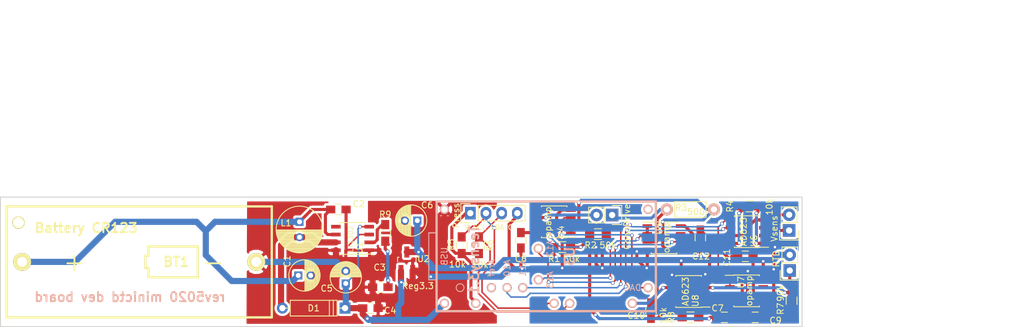
<source format=kicad_pcb>
(kicad_pcb (version 4) (host pcbnew 4.0.4-stable)

  (general
    (links 89)
    (no_connects 0)
    (area 77.924999 87.924999 208.075001 109.075001)
    (thickness 1.6)
    (drawings 11)
    (tracks 479)
    (zones 0)
    (modules 36)
    (nets 31)
  )

  (page A4)
  (layers
    (0 F.Cu signal)
    (31 B.Cu signal)
    (32 B.Adhes user)
    (33 F.Adhes user)
    (34 B.Paste user)
    (35 F.Paste user)
    (36 B.SilkS user)
    (37 F.SilkS user hide)
    (38 B.Mask user)
    (39 F.Mask user)
    (40 Dwgs.User user)
    (41 Cmts.User user)
    (42 Eco1.User user hide)
    (43 Eco2.User user hide)
    (44 Edge.Cuts user)
    (45 Margin user hide)
    (46 B.CrtYd user hide)
    (47 F.CrtYd user hide)
    (48 B.Fab user hide)
    (49 F.Fab user hide)
  )

  (setup
    (last_trace_width 0.5)
    (user_trace_width 0.16)
    (user_trace_width 0.25)
    (user_trace_width 0.5)
    (user_trace_width 1)
    (trace_clearance 0.2)
    (zone_clearance 0.381)
    (zone_45_only no)
    (trace_min 0.1524)
    (segment_width 0.2)
    (edge_width 0.15)
    (via_size 0.6)
    (via_drill 0.4)
    (via_min_size 0.4)
    (via_min_drill 0.3)
    (uvia_size 0.3)
    (uvia_drill 0.1)
    (uvias_allowed no)
    (uvia_min_size 0.2)
    (uvia_min_drill 0.1)
    (pcb_text_width 0.3)
    (pcb_text_size 1.5 1.5)
    (mod_edge_width 0.15)
    (mod_text_size 1 1)
    (mod_text_width 0.15)
    (pad_size 1.524 1.524)
    (pad_drill 0.762)
    (pad_to_mask_clearance 0.2)
    (aux_axis_origin 0 0)
    (visible_elements FFFFD77F)
    (pcbplotparams
      (layerselection 0x00030_80000001)
      (usegerberextensions false)
      (excludeedgelayer true)
      (linewidth 0.200000)
      (plotframeref false)
      (viasonmask false)
      (mode 1)
      (useauxorigin false)
      (hpglpennumber 1)
      (hpglpenspeed 20)
      (hpglpendiameter 15)
      (hpglpenoverlay 2)
      (psnegative false)
      (psa4output false)
      (plotreference true)
      (plotvalue true)
      (plotinvisibletext false)
      (padsonsilk false)
      (subtractmaskfromsilk false)
      (outputformat 1)
      (mirror false)
      (drillshape 1)
      (scaleselection 1)
      (outputdirectory ""))
  )

  (net 0 "")
  (net 1 GND)
  (net 2 /5V)
  (net 3 "Net-(U1-Pad5)")
  (net 4 "Net-(U3-Pad14)")
  (net 5 "Net-(U3-Pad36)")
  (net 6 /3V3)
  (net 7 /A12)
  (net 8 /A13)
  (net 9 /A11)
  (net 10 /A10)
  (net 11 /DAC)
  (net 12 /Half3v3)
  (net 13 /VSense2)
  (net 14 /VSense1)
  (net 15 /CurDriveA)
  (net 16 /CurDriveB)
  (net 17 /CurSense1)
  (net 18 "Net-(P3-Pad1)")
  (net 19 /SCL)
  (net 20 /SDA)
  (net 21 /A0)
  (net 22 /BATP)
  (net 23 /compensation)
  (net 24 /compensationC)
  (net 25 /Switching)
  (net 26 /U6gain)
  (net 27 /U8gain)
  (net 28 /Tbridge)
  (net 29 /U6gain2)
  (net 30 /U8gain2)

  (net_class Default "This is the default net class."
    (clearance 0.2)
    (trace_width 0.25)
    (via_dia 0.6)
    (via_drill 0.4)
    (uvia_dia 0.3)
    (uvia_drill 0.1)
    (add_net /A0)
    (add_net /A10)
    (add_net /A11)
    (add_net /A12)
    (add_net /A13)
    (add_net /CurSense1)
    (add_net /DAC)
    (add_net /SCL)
    (add_net /SDA)
    (add_net /Switching)
    (add_net /Tbridge)
    (add_net /U6gain)
    (add_net /U6gain2)
    (add_net /U8gain)
    (add_net /U8gain2)
    (add_net /VSense1)
    (add_net /VSense2)
    (add_net /compensation)
    (add_net /compensationC)
    (add_net "Net-(P3-Pad1)")
    (add_net "Net-(U1-Pad5)")
    (add_net "Net-(U3-Pad14)")
    (add_net "Net-(U3-Pad36)")
  )

  (net_class semiwide ""
    (clearance 0.2)
    (trace_width 0.5)
    (via_dia 0.6)
    (via_drill 0.4)
    (uvia_dia 0.3)
    (uvia_drill 0.1)
    (add_net /CurDriveA)
    (add_net /CurDriveB)
    (add_net /Half3v3)
  )

  (net_class wide ""
    (clearance 0.2)
    (trace_width 1)
    (via_dia 0.6)
    (via_drill 0.4)
    (uvia_dia 0.3)
    (uvia_drill 0.1)
    (add_net /3V3)
    (add_net /5V)
    (add_net /BATP)
    (add_net GND)
  )

  (module my_footprints:teensy31 (layer B.Cu) (tedit 583FB4AB) (tstamp 5828AB2E)
    (at 150 97.6 270)
    (path /58280776)
    (fp_text reference U3 (at 0 -20.32 270) (layer B.SilkS)
      (effects (font (thickness 0.3048)) (justify mirror))
    )
    (fp_text value Teensy3.1 (at 0.6 -4.8 270) (layer B.SilkS)
      (effects (font (thickness 0.3048)) (justify mirror))
    )
    (fp_text user USB (at 0 0 270) (layer B.SilkS)
      (effects (font (size 1 1) (thickness 0.15)) (justify mirror))
    )
    (fp_text user Aref (at 1.905 -7.62 270) (layer B.SilkS)
      (effects (font (size 1 1) (thickness 0.15)) (justify mirror))
    )
    (fp_text user A10 (at 1.905 -10.16 270) (layer B.SilkS)
      (effects (font (size 1 1) (thickness 0.15)) (justify mirror))
    )
    (fp_text user A11 (at 1.905 -12.7 270) (layer B.SilkS)
      (effects (font (size 1 1) (thickness 0.15)) (justify mirror))
    )
    (fp_text user A13 (at 3.81 -17.145 270) (layer B.SilkS)
      (effects (font (size 1 1) (thickness 0.15)) (justify mirror))
    )
    (fp_text user A12 (at -1.27 -17.145 270) (layer B.SilkS)
      (effects (font (size 1 1) (thickness 0.15)) (justify mirror))
    )
    (fp_circle (center 5.08 -2.54) (end 5.715 -2.54) (layer B.SilkS) (width 0.15))
    (fp_text user DAC (at 5.08 -30.48 540) (layer B.SilkS)
      (effects (font (size 1 1) (thickness 0.15)) (justify mirror))
    )
    (fp_line (start 3.81 2.54) (end 3.81 1.27) (layer B.SilkS) (width 0.15))
    (fp_line (start -3.81 2.54) (end 3.81 2.54) (layer B.SilkS) (width 0.15))
    (fp_line (start -3.81 1.27) (end -3.81 2.54) (layer B.SilkS) (width 0.15))
    (fp_line (start -3.81 2.54) (end -3.81 1.27) (layer B.SilkS) (width 0.15))
    (fp_line (start -8.89 1.27) (end 8.89 1.27) (layer B.SilkS) (width 0.381))
    (fp_line (start 8.89 1.27) (end 8.89 -34.29) (layer B.SilkS) (width 0.381))
    (fp_line (start 8.89 -34.29) (end -8.89 -34.29) (layer B.SilkS) (width 0.381))
    (fp_line (start -8.89 -34.29) (end -8.89 1.27) (layer B.SilkS) (width 0.381))
    (pad 40 thru_hole circle (at -1.27 -15.24 270) (size 1.50114 1.50114) (drill 1.00076) (layers *.Cu *.Mask B.SilkS)
      (net 7 /A12))
    (pad 41 thru_hole circle (at 3.81 -15.24 270) (size 1.50114 1.50114) (drill 1.00076) (layers *.Cu *.Mask B.SilkS)
      (net 8 /A13))
    (pad 1 thru_hole circle (at -7.62 0 270) (size 1.50114 1.50114) (drill 1.00076) (layers *.Cu *.Mask B.SilkS)
      (net 1 GND))
    (pad 14 thru_hole circle (at -7.62 -33.02 270) (size 1.50114 1.50114) (drill 1.00076) (layers *.Cu *.Mask B.SilkS)
      (net 4 "Net-(U3-Pad14)"))
    (pad 21 thru_hole circle (at 7.62 -30.48 270) (size 1.50114 1.50114) (drill 1.00076) (layers *.Cu *.Mask B.SilkS)
      (net 21 /A0))
    (pad 25 thru_hole circle (at 7.62 -20.32 270) (size 1.50114 1.50114) (drill 1.00076) (layers *.Cu *.Mask B.SilkS)
      (net 20 /SDA))
    (pad 26 thru_hole circle (at 7.62 -17.78 270) (size 1.50114 1.50114) (drill 1.00076) (layers *.Cu *.Mask B.SilkS)
      (net 19 /SCL))
    (pad 34 thru_hole circle (at 5.08 -12.7 270) (size 1.50114 1.50114) (drill 1.00076) (layers *.Cu *.Mask B.SilkS)
      (net 9 /A11))
    (pad 35 thru_hole circle (at 5.08 -10.16 270) (size 1.50114 1.50114) (drill 1.00076) (layers *.Cu *.Mask B.SilkS)
      (net 10 /A10))
    (pad 36 thru_hole circle (at 5.08 -7.62 270) (size 1.50114 1.50114) (drill 1.00076) (layers *.Cu *.Mask B.SilkS)
      (net 5 "Net-(U3-Pad36)"))
    (pad 31 thru_hole circle (at 7.62 -5.08 270) (size 1.50114 1.50114) (drill 1.00076) (layers *.Cu *.Mask B.SilkS)
      (net 18 "Net-(P3-Pad1)"))
    (pad 33 thru_hole circle (at 7.62 0 270) (size 1.50114 1.50114) (drill 1.00076) (layers *.Cu *.Mask B.SilkS)
      (net 2 /5V))
    (pad 19 thru_hole circle (at 5.08 -33.02 270) (size 1.50114 1.50114) (drill 1.00076) (layers *.Cu *.Mask B.SilkS)
      (net 11 /DAC))
  )

  (module Capacitors_ThroughHole:C_Radial_D5_L11_P2 (layer F.Cu) (tedit 583EE5FE) (tstamp 5828A7D1)
    (at 126.3 100.7)
    (descr "Radial Electrolytic Capacitor 5mm x Length 11mm, Pitch 2mm")
    (tags "Electrolytic Capacitor")
    (path /581974D3)
    (fp_text reference C1 (at -1.8 -2.3 90) (layer F.SilkS)
      (effects (font (size 1 1) (thickness 0.15)))
    )
    (fp_text value 220uF (at -2.3 0.8 90) (layer F.Fab)
      (effects (font (size 1 1) (thickness 0.15)))
    )
    (fp_line (start 1.075 -2.499) (end 1.075 2.499) (layer F.SilkS) (width 0.15))
    (fp_line (start 1.215 -2.491) (end 1.215 -0.154) (layer F.SilkS) (width 0.15))
    (fp_line (start 1.215 0.154) (end 1.215 2.491) (layer F.SilkS) (width 0.15))
    (fp_line (start 1.355 -2.475) (end 1.355 -0.473) (layer F.SilkS) (width 0.15))
    (fp_line (start 1.355 0.473) (end 1.355 2.475) (layer F.SilkS) (width 0.15))
    (fp_line (start 1.495 -2.451) (end 1.495 -0.62) (layer F.SilkS) (width 0.15))
    (fp_line (start 1.495 0.62) (end 1.495 2.451) (layer F.SilkS) (width 0.15))
    (fp_line (start 1.635 -2.418) (end 1.635 -0.712) (layer F.SilkS) (width 0.15))
    (fp_line (start 1.635 0.712) (end 1.635 2.418) (layer F.SilkS) (width 0.15))
    (fp_line (start 1.775 -2.377) (end 1.775 -0.768) (layer F.SilkS) (width 0.15))
    (fp_line (start 1.775 0.768) (end 1.775 2.377) (layer F.SilkS) (width 0.15))
    (fp_line (start 1.915 -2.327) (end 1.915 -0.795) (layer F.SilkS) (width 0.15))
    (fp_line (start 1.915 0.795) (end 1.915 2.327) (layer F.SilkS) (width 0.15))
    (fp_line (start 2.055 -2.266) (end 2.055 -0.798) (layer F.SilkS) (width 0.15))
    (fp_line (start 2.055 0.798) (end 2.055 2.266) (layer F.SilkS) (width 0.15))
    (fp_line (start 2.195 -2.196) (end 2.195 -0.776) (layer F.SilkS) (width 0.15))
    (fp_line (start 2.195 0.776) (end 2.195 2.196) (layer F.SilkS) (width 0.15))
    (fp_line (start 2.335 -2.114) (end 2.335 -0.726) (layer F.SilkS) (width 0.15))
    (fp_line (start 2.335 0.726) (end 2.335 2.114) (layer F.SilkS) (width 0.15))
    (fp_line (start 2.475 -2.019) (end 2.475 -0.644) (layer F.SilkS) (width 0.15))
    (fp_line (start 2.475 0.644) (end 2.475 2.019) (layer F.SilkS) (width 0.15))
    (fp_line (start 2.615 -1.908) (end 2.615 -0.512) (layer F.SilkS) (width 0.15))
    (fp_line (start 2.615 0.512) (end 2.615 1.908) (layer F.SilkS) (width 0.15))
    (fp_line (start 2.755 -1.78) (end 2.755 -0.265) (layer F.SilkS) (width 0.15))
    (fp_line (start 2.755 0.265) (end 2.755 1.78) (layer F.SilkS) (width 0.15))
    (fp_line (start 2.895 -1.631) (end 2.895 1.631) (layer F.SilkS) (width 0.15))
    (fp_line (start 3.035 -1.452) (end 3.035 1.452) (layer F.SilkS) (width 0.15))
    (fp_line (start 3.175 -1.233) (end 3.175 1.233) (layer F.SilkS) (width 0.15))
    (fp_line (start 3.315 -0.944) (end 3.315 0.944) (layer F.SilkS) (width 0.15))
    (fp_line (start 3.455 -0.472) (end 3.455 0.472) (layer F.SilkS) (width 0.15))
    (fp_circle (center 2 0) (end 2 -0.8) (layer F.SilkS) (width 0.15))
    (fp_circle (center 1 0) (end 1 -2.5375) (layer F.SilkS) (width 0.15))
    (fp_circle (center 1 0) (end 1 -2.8) (layer F.CrtYd) (width 0.05))
    (pad 1 thru_hole rect (at 0 0) (size 1.3 1.3) (drill 0.8) (layers *.Cu *.Mask)
      (net 22 /BATP))
    (pad 2 thru_hole circle (at 2 0) (size 1.3 1.3) (drill 0.8) (layers *.Cu *.Mask)
      (net 1 GND))
    (model Capacitors_ThroughHole.3dshapes/C_Radial_D5_L11_P2.wrl
      (at (xyz 0 0 0))
      (scale (xyz 1 1 1))
      (rotate (xyz 0 0 0))
    )
  )

  (module Capacitors_ThroughHole:C_Radial_D5_L11_P2 (layer F.Cu) (tedit 583EE689) (tstamp 5828A7E9)
    (at 134 102 90)
    (descr "Radial Electrolytic Capacitor 5mm x Length 11mm, Pitch 2mm")
    (tags "Electrolytic Capacitor")
    (path /58197D29)
    (fp_text reference C5 (at -0.8 -3.1 180) (layer F.SilkS)
      (effects (font (size 1 1) (thickness 0.15)))
    )
    (fp_text value 220uF (at -2.2 1.1 180) (layer F.Fab)
      (effects (font (size 1 1) (thickness 0.15)))
    )
    (fp_line (start 1.075 -2.499) (end 1.075 2.499) (layer F.SilkS) (width 0.15))
    (fp_line (start 1.215 -2.491) (end 1.215 -0.154) (layer F.SilkS) (width 0.15))
    (fp_line (start 1.215 0.154) (end 1.215 2.491) (layer F.SilkS) (width 0.15))
    (fp_line (start 1.355 -2.475) (end 1.355 -0.473) (layer F.SilkS) (width 0.15))
    (fp_line (start 1.355 0.473) (end 1.355 2.475) (layer F.SilkS) (width 0.15))
    (fp_line (start 1.495 -2.451) (end 1.495 -0.62) (layer F.SilkS) (width 0.15))
    (fp_line (start 1.495 0.62) (end 1.495 2.451) (layer F.SilkS) (width 0.15))
    (fp_line (start 1.635 -2.418) (end 1.635 -0.712) (layer F.SilkS) (width 0.15))
    (fp_line (start 1.635 0.712) (end 1.635 2.418) (layer F.SilkS) (width 0.15))
    (fp_line (start 1.775 -2.377) (end 1.775 -0.768) (layer F.SilkS) (width 0.15))
    (fp_line (start 1.775 0.768) (end 1.775 2.377) (layer F.SilkS) (width 0.15))
    (fp_line (start 1.915 -2.327) (end 1.915 -0.795) (layer F.SilkS) (width 0.15))
    (fp_line (start 1.915 0.795) (end 1.915 2.327) (layer F.SilkS) (width 0.15))
    (fp_line (start 2.055 -2.266) (end 2.055 -0.798) (layer F.SilkS) (width 0.15))
    (fp_line (start 2.055 0.798) (end 2.055 2.266) (layer F.SilkS) (width 0.15))
    (fp_line (start 2.195 -2.196) (end 2.195 -0.776) (layer F.SilkS) (width 0.15))
    (fp_line (start 2.195 0.776) (end 2.195 2.196) (layer F.SilkS) (width 0.15))
    (fp_line (start 2.335 -2.114) (end 2.335 -0.726) (layer F.SilkS) (width 0.15))
    (fp_line (start 2.335 0.726) (end 2.335 2.114) (layer F.SilkS) (width 0.15))
    (fp_line (start 2.475 -2.019) (end 2.475 -0.644) (layer F.SilkS) (width 0.15))
    (fp_line (start 2.475 0.644) (end 2.475 2.019) (layer F.SilkS) (width 0.15))
    (fp_line (start 2.615 -1.908) (end 2.615 -0.512) (layer F.SilkS) (width 0.15))
    (fp_line (start 2.615 0.512) (end 2.615 1.908) (layer F.SilkS) (width 0.15))
    (fp_line (start 2.755 -1.78) (end 2.755 -0.265) (layer F.SilkS) (width 0.15))
    (fp_line (start 2.755 0.265) (end 2.755 1.78) (layer F.SilkS) (width 0.15))
    (fp_line (start 2.895 -1.631) (end 2.895 1.631) (layer F.SilkS) (width 0.15))
    (fp_line (start 3.035 -1.452) (end 3.035 1.452) (layer F.SilkS) (width 0.15))
    (fp_line (start 3.175 -1.233) (end 3.175 1.233) (layer F.SilkS) (width 0.15))
    (fp_line (start 3.315 -0.944) (end 3.315 0.944) (layer F.SilkS) (width 0.15))
    (fp_line (start 3.455 -0.472) (end 3.455 0.472) (layer F.SilkS) (width 0.15))
    (fp_circle (center 2 0) (end 2 -0.8) (layer F.SilkS) (width 0.15))
    (fp_circle (center 1 0) (end 1 -2.5375) (layer F.SilkS) (width 0.15))
    (fp_circle (center 1 0) (end 1 -2.8) (layer F.CrtYd) (width 0.05))
    (pad 1 thru_hole rect (at 0 0 90) (size 1.3 1.3) (drill 0.8) (layers *.Cu *.Mask)
      (net 2 /5V))
    (pad 2 thru_hole circle (at 2 0 90) (size 1.3 1.3) (drill 0.8) (layers *.Cu *.Mask)
      (net 1 GND))
    (model Capacitors_ThroughHole.3dshapes/C_Radial_D5_L11_P2.wrl
      (at (xyz 0 0 0))
      (scale (xyz 1 1 1))
      (rotate (xyz 0 0 0))
    )
  )

  (module Capacitors_ThroughHole:C_Radial_D5_L11_P2 (layer F.Cu) (tedit 583EE6E8) (tstamp 5828A7EF)
    (at 145.6 91.8 180)
    (descr "Radial Electrolytic Capacitor 5mm x Length 11mm, Pitch 2mm")
    (tags "Electrolytic Capacitor")
    (path /5827D7EC)
    (fp_text reference C6 (at -1.6 2.5 180) (layer F.SilkS)
      (effects (font (size 1 1) (thickness 0.15)))
    )
    (fp_text value 22uF (at -1.1 -3.6 180) (layer F.Fab)
      (effects (font (size 1 1) (thickness 0.15)))
    )
    (fp_line (start 1.075 -2.499) (end 1.075 2.499) (layer F.SilkS) (width 0.15))
    (fp_line (start 1.215 -2.491) (end 1.215 -0.154) (layer F.SilkS) (width 0.15))
    (fp_line (start 1.215 0.154) (end 1.215 2.491) (layer F.SilkS) (width 0.15))
    (fp_line (start 1.355 -2.475) (end 1.355 -0.473) (layer F.SilkS) (width 0.15))
    (fp_line (start 1.355 0.473) (end 1.355 2.475) (layer F.SilkS) (width 0.15))
    (fp_line (start 1.495 -2.451) (end 1.495 -0.62) (layer F.SilkS) (width 0.15))
    (fp_line (start 1.495 0.62) (end 1.495 2.451) (layer F.SilkS) (width 0.15))
    (fp_line (start 1.635 -2.418) (end 1.635 -0.712) (layer F.SilkS) (width 0.15))
    (fp_line (start 1.635 0.712) (end 1.635 2.418) (layer F.SilkS) (width 0.15))
    (fp_line (start 1.775 -2.377) (end 1.775 -0.768) (layer F.SilkS) (width 0.15))
    (fp_line (start 1.775 0.768) (end 1.775 2.377) (layer F.SilkS) (width 0.15))
    (fp_line (start 1.915 -2.327) (end 1.915 -0.795) (layer F.SilkS) (width 0.15))
    (fp_line (start 1.915 0.795) (end 1.915 2.327) (layer F.SilkS) (width 0.15))
    (fp_line (start 2.055 -2.266) (end 2.055 -0.798) (layer F.SilkS) (width 0.15))
    (fp_line (start 2.055 0.798) (end 2.055 2.266) (layer F.SilkS) (width 0.15))
    (fp_line (start 2.195 -2.196) (end 2.195 -0.776) (layer F.SilkS) (width 0.15))
    (fp_line (start 2.195 0.776) (end 2.195 2.196) (layer F.SilkS) (width 0.15))
    (fp_line (start 2.335 -2.114) (end 2.335 -0.726) (layer F.SilkS) (width 0.15))
    (fp_line (start 2.335 0.726) (end 2.335 2.114) (layer F.SilkS) (width 0.15))
    (fp_line (start 2.475 -2.019) (end 2.475 -0.644) (layer F.SilkS) (width 0.15))
    (fp_line (start 2.475 0.644) (end 2.475 2.019) (layer F.SilkS) (width 0.15))
    (fp_line (start 2.615 -1.908) (end 2.615 -0.512) (layer F.SilkS) (width 0.15))
    (fp_line (start 2.615 0.512) (end 2.615 1.908) (layer F.SilkS) (width 0.15))
    (fp_line (start 2.755 -1.78) (end 2.755 -0.265) (layer F.SilkS) (width 0.15))
    (fp_line (start 2.755 0.265) (end 2.755 1.78) (layer F.SilkS) (width 0.15))
    (fp_line (start 2.895 -1.631) (end 2.895 1.631) (layer F.SilkS) (width 0.15))
    (fp_line (start 3.035 -1.452) (end 3.035 1.452) (layer F.SilkS) (width 0.15))
    (fp_line (start 3.175 -1.233) (end 3.175 1.233) (layer F.SilkS) (width 0.15))
    (fp_line (start 3.315 -0.944) (end 3.315 0.944) (layer F.SilkS) (width 0.15))
    (fp_line (start 3.455 -0.472) (end 3.455 0.472) (layer F.SilkS) (width 0.15))
    (fp_circle (center 2 0) (end 2 -0.8) (layer F.SilkS) (width 0.15))
    (fp_circle (center 1 0) (end 1 -2.5375) (layer F.SilkS) (width 0.15))
    (fp_circle (center 1 0) (end 1 -2.8) (layer F.CrtYd) (width 0.05))
    (pad 1 thru_hole rect (at 0 0 180) (size 1.3 1.3) (drill 0.8) (layers *.Cu *.Mask)
      (net 6 /3V3))
    (pad 2 thru_hole circle (at 2 0 180) (size 1.3 1.3) (drill 0.8) (layers *.Cu *.Mask)
      (net 1 GND))
    (model Capacitors_ThroughHole.3dshapes/C_Radial_D5_L11_P2.wrl
      (at (xyz 0 0 0))
      (scale (xyz 1 1 1))
      (rotate (xyz 0 0 0))
    )
  )

  (module TO_SOT_Packages_SMD:SOT-23_Handsoldering (layer F.Cu) (tedit 583F903F) (tstamp 5828A80E)
    (at 143.9 98.4)
    (descr "SOT-23, Handsoldering")
    (tags SOT-23)
    (path /5827D70A)
    (attr smd)
    (fp_text reference U2 (at 2.7 -0.4) (layer F.SilkS)
      (effects (font (size 1 1) (thickness 0.15)))
    )
    (fp_text value Reg3.3 (at 1.8 4) (layer F.SilkS)
      (effects (font (size 1 1) (thickness 0.15)))
    )
    (fp_line (start -1.49982 0.0508) (end -1.49982 -0.65024) (layer F.SilkS) (width 0.15))
    (fp_line (start -1.49982 -0.65024) (end -1.2509 -0.65024) (layer F.SilkS) (width 0.15))
    (fp_line (start 1.29916 -0.65024) (end 1.49982 -0.65024) (layer F.SilkS) (width 0.15))
    (fp_line (start 1.49982 -0.65024) (end 1.49982 0.0508) (layer F.SilkS) (width 0.15))
    (pad 1 smd rect (at -0.95 1.50114) (size 0.8001 1.80086) (layers F.Cu F.Paste F.Mask)
      (net 2 /5V))
    (pad 2 smd rect (at 0.95 1.50114) (size 0.8001 1.80086) (layers F.Cu F.Paste F.Mask)
      (net 1 GND))
    (pad 3 smd rect (at 0 -1.50114) (size 0.8001 1.80086) (layers F.Cu F.Paste F.Mask)
      (net 6 /3V3))
    (model TO_SOT_Packages_SMD.3dshapes/SOT-23_Handsoldering.wrl
      (at (xyz 0 0 0))
      (scale (xyz 1 1 1))
      (rotate (xyz 0 0 0))
    )
  )

  (module my_footprints:bh123a (layer F.Cu) (tedit 583EE988) (tstamp 5828AE02)
    (at 100.5 98.5 180)
    (path /5827D3EA)
    (fp_text reference BT1 (at -5.99948 0 180) (layer F.SilkS)
      (effects (font (thickness 0.3048)))
    )
    (fp_text value "Battery CR123" (at 8.6 5.5 180) (layer F.SilkS)
      (effects (font (thickness 0.3048)))
    )
    (fp_line (start -9.4996 -2.49936) (end -9.4996 2.49936) (layer F.SilkS) (width 0.381))
    (fp_line (start -9.4996 -2.49936) (end -1.50114 -2.49936) (layer F.SilkS) (width 0.381))
    (fp_line (start -1.50114 -2.49936) (end -1.50114 -1.00076) (layer F.SilkS) (width 0.381))
    (fp_line (start -1.50114 -1.00076) (end -1.00076 -1.00076) (layer F.SilkS) (width 0.381))
    (fp_line (start -9.4996 2.49936) (end -1.50114 2.49936) (layer F.SilkS) (width 0.381))
    (fp_line (start -1.50114 2.49936) (end -1.50114 1.00076) (layer F.SilkS) (width 0.381))
    (fp_line (start -1.50114 1.00076) (end -1.00076 1.00076) (layer F.SilkS) (width 0.381))
    (fp_line (start -1.00076 1.00076) (end -1.00076 -1.00076) (layer F.SilkS) (width 0.381))
    (fp_line (start -21.5011 -8.99922) (end 21.5011 -8.99922) (layer F.SilkS) (width 0.381))
    (fp_line (start 21.5011 -8.99922) (end 21.5011 8.99922) (layer F.SilkS) (width 0.381))
    (fp_line (start 21.5011 8.99922) (end -21.5011 8.99922) (layer F.SilkS) (width 0.381))
    (fp_line (start -21.5011 8.99922) (end -21.5011 -8.99922) (layer F.SilkS) (width 0.381))
    (fp_text user + (at 10.50036 0 180) (layer F.SilkS)
      (effects (font (size 2.99974 2.99974) (thickness 0.3048)))
    )
    (fp_text user - (at -11.99896 0 180) (layer F.SilkS)
      (effects (font (size 2.99974 2.99974) (thickness 0.3048)))
    )
    (pad 1 thru_hole circle (at 18.98396 0 180) (size 2.90068 2.90068) (drill 1.56972) (layers *.Cu *.Mask F.SilkS)
      (net 22 /BATP))
    (pad 2 thru_hole circle (at -18.98396 0 180) (size 2.90068 2.90068) (drill 1.56972) (layers *.Cu *.Mask F.SilkS)
      (net 1 GND))
    (pad 3 thru_hole circle (at 19.58086 6.37032 180) (size 1.99898 1.99898) (drill 1.56972) (layers *.Cu *.Mask F.SilkS))
  )

  (module Housings_SOIC:SOIC-8_3.9x4.9mm_Pitch1.27mm (layer F.Cu) (tedit 583F9072) (tstamp 5835305F)
    (at 135.1 94.7 180)
    (descr "8-Lead Plastic Small Outline (SN) - Narrow, 3.90 mm Body [SOIC] (see Microchip Packaging Specification 00000049BS.pdf)")
    (tags "SOIC 1.27")
    (path /5819738D)
    (attr smd)
    (fp_text reference U1 (at -1.1 -1.5 270) (layer F.SilkS)
      (effects (font (size 1 1) (thickness 0.15)))
    )
    (fp_text value LT1302 (at 0.3 -0.1 270) (layer F.SilkS)
      (effects (font (size 0.8 0.8) (thickness 0.1)))
    )
    (fp_line (start -0.95 -2.45) (end 1.95 -2.45) (layer F.Fab) (width 0.15))
    (fp_line (start 1.95 -2.45) (end 1.95 2.45) (layer F.Fab) (width 0.15))
    (fp_line (start 1.95 2.45) (end -1.95 2.45) (layer F.Fab) (width 0.15))
    (fp_line (start -1.95 2.45) (end -1.95 -1.45) (layer F.Fab) (width 0.15))
    (fp_line (start -1.95 -1.45) (end -0.95 -2.45) (layer F.Fab) (width 0.15))
    (fp_line (start -3.75 -2.75) (end -3.75 2.75) (layer F.CrtYd) (width 0.05))
    (fp_line (start 3.75 -2.75) (end 3.75 2.75) (layer F.CrtYd) (width 0.05))
    (fp_line (start -3.75 -2.75) (end 3.75 -2.75) (layer F.CrtYd) (width 0.05))
    (fp_line (start -3.75 2.75) (end 3.75 2.75) (layer F.CrtYd) (width 0.05))
    (fp_line (start -2.075 -2.575) (end -2.075 -2.525) (layer F.SilkS) (width 0.15))
    (fp_line (start 2.075 -2.575) (end 2.075 -2.43) (layer F.SilkS) (width 0.15))
    (fp_line (start 2.075 2.575) (end 2.075 2.43) (layer F.SilkS) (width 0.15))
    (fp_line (start -2.075 2.575) (end -2.075 2.43) (layer F.SilkS) (width 0.15))
    (fp_line (start -2.075 -2.575) (end 2.075 -2.575) (layer F.SilkS) (width 0.15))
    (fp_line (start -2.075 2.575) (end 2.075 2.575) (layer F.SilkS) (width 0.15))
    (fp_line (start -2.075 -2.525) (end -3.475 -2.525) (layer F.SilkS) (width 0.15))
    (pad 1 smd rect (at -2.7 -1.905 180) (size 1.55 0.6) (layers F.Cu F.Paste F.Mask)
      (net 1 GND))
    (pad 2 smd rect (at -2.7 -0.635 180) (size 1.55 0.6) (layers F.Cu F.Paste F.Mask)
      (net 23 /compensation))
    (pad 3 smd rect (at -2.7 0.635 180) (size 1.55 0.6) (layers F.Cu F.Paste F.Mask)
      (net 1 GND))
    (pad 4 smd rect (at -2.7 1.905 180) (size 1.55 0.6) (layers F.Cu F.Paste F.Mask)
      (net 2 /5V))
    (pad 5 smd rect (at 2.7 1.905 180) (size 1.55 0.6) (layers F.Cu F.Paste F.Mask)
      (net 3 "Net-(U1-Pad5)"))
    (pad 6 smd rect (at 2.7 0.635 180) (size 1.55 0.6) (layers F.Cu F.Paste F.Mask)
      (net 22 /BATP))
    (pad 7 smd rect (at 2.7 -0.635 180) (size 1.55 0.6) (layers F.Cu F.Paste F.Mask)
      (net 25 /Switching))
    (pad 8 smd rect (at 2.7 -1.905 180) (size 1.55 0.6) (layers F.Cu F.Paste F.Mask)
      (net 1 GND))
    (model Housings_SOIC.3dshapes/SOIC-8_3.9x4.9mm_Pitch1.27mm.wrl
      (at (xyz 0 0 0))
      (scale (xyz 1 1 1))
      (rotate (xyz 0 0 0))
    )
  )

  (module Housings_SOIC:SOIC-8_3.9x4.9mm_Pitch1.27mm (layer F.Cu) (tedit 583F9154) (tstamp 5835306A)
    (at 167.8 92 180)
    (descr "8-Lead Plastic Small Outline (SN) - Narrow, 3.90 mm Body [SOIC] (see Microchip Packaging Specification 00000049BS.pdf)")
    (tags "SOIC 1.27")
    (path /58314B59)
    (attr smd)
    (fp_text reference U4 (at -1.1 -1.6 270) (layer F.SilkS)
      (effects (font (size 1 1) (thickness 0.15)))
    )
    (fp_text value opamp (at 1 0 270) (layer F.SilkS)
      (effects (font (size 1 1) (thickness 0.15)))
    )
    (fp_line (start -0.95 -2.45) (end 1.95 -2.45) (layer F.Fab) (width 0.15))
    (fp_line (start 1.95 -2.45) (end 1.95 2.45) (layer F.Fab) (width 0.15))
    (fp_line (start 1.95 2.45) (end -1.95 2.45) (layer F.Fab) (width 0.15))
    (fp_line (start -1.95 2.45) (end -1.95 -1.45) (layer F.Fab) (width 0.15))
    (fp_line (start -1.95 -1.45) (end -0.95 -2.45) (layer F.Fab) (width 0.15))
    (fp_line (start -3.75 -2.75) (end -3.75 2.75) (layer F.CrtYd) (width 0.05))
    (fp_line (start 3.75 -2.75) (end 3.75 2.75) (layer F.CrtYd) (width 0.05))
    (fp_line (start -3.75 -2.75) (end 3.75 -2.75) (layer F.CrtYd) (width 0.05))
    (fp_line (start -3.75 2.75) (end 3.75 2.75) (layer F.CrtYd) (width 0.05))
    (fp_line (start -2.075 -2.575) (end -2.075 -2.525) (layer F.SilkS) (width 0.15))
    (fp_line (start 2.075 -2.575) (end 2.075 -2.43) (layer F.SilkS) (width 0.15))
    (fp_line (start 2.075 2.575) (end 2.075 2.43) (layer F.SilkS) (width 0.15))
    (fp_line (start -2.075 2.575) (end -2.075 2.43) (layer F.SilkS) (width 0.15))
    (fp_line (start -2.075 -2.575) (end 2.075 -2.575) (layer F.SilkS) (width 0.15))
    (fp_line (start -2.075 2.575) (end 2.075 2.575) (layer F.SilkS) (width 0.15))
    (fp_line (start -2.075 -2.525) (end -3.475 -2.525) (layer F.SilkS) (width 0.15))
    (pad 1 smd rect (at -2.7 -1.905 180) (size 1.55 0.6) (layers F.Cu F.Paste F.Mask)
      (net 17 /CurSense1))
    (pad 2 smd rect (at -2.7 -0.635 180) (size 1.55 0.6) (layers F.Cu F.Paste F.Mask)
      (net 17 /CurSense1))
    (pad 3 smd rect (at -2.7 0.635 180) (size 1.55 0.6) (layers F.Cu F.Paste F.Mask)
      (net 11 /DAC))
    (pad 4 smd rect (at -2.7 1.905 180) (size 1.55 0.6) (layers F.Cu F.Paste F.Mask)
      (net 1 GND))
    (pad 5 smd rect (at 2.7 1.905 180) (size 1.55 0.6) (layers F.Cu F.Paste F.Mask)
      (net 12 /Half3v3))
    (pad 6 smd rect (at 2.7 0.635 180) (size 1.55 0.6) (layers F.Cu F.Paste F.Mask)
      (net 16 /CurDriveB))
    (pad 7 smd rect (at 2.7 -0.635 180) (size 1.55 0.6) (layers F.Cu F.Paste F.Mask)
      (net 16 /CurDriveB))
    (pad 8 smd rect (at 2.7 -1.905 180) (size 1.55 0.6) (layers F.Cu F.Paste F.Mask)
      (net 6 /3V3))
    (model Housings_SOIC.3dshapes/SOIC-8_3.9x4.9mm_Pitch1.27mm.wrl
      (at (xyz 0 0 0))
      (scale (xyz 1 1 1))
      (rotate (xyz 0 0 0))
    )
  )

  (module Housings_SOIC:SOIC-8_3.9x4.9mm_Pitch1.27mm (layer F.Cu) (tedit 583F91C4) (tstamp 58353075)
    (at 185.6 94.6)
    (descr "8-Lead Plastic Small Outline (SN) - Narrow, 3.90 mm Body [SOIC] (see Microchip Packaging Specification 00000049BS.pdf)")
    (tags "SOIC 1.27")
    (path /58321FE0)
    (attr smd)
    (fp_text reference U5 (at -0.8 -1.5 90) (layer F.SilkS)
      (effects (font (size 1 1) (thickness 0.15)))
    )
    (fp_text value opamp (at 0.4 0 90) (layer F.SilkS)
      (effects (font (size 1 1) (thickness 0.15)))
    )
    (fp_line (start -0.95 -2.45) (end 1.95 -2.45) (layer F.Fab) (width 0.15))
    (fp_line (start 1.95 -2.45) (end 1.95 2.45) (layer F.Fab) (width 0.15))
    (fp_line (start 1.95 2.45) (end -1.95 2.45) (layer F.Fab) (width 0.15))
    (fp_line (start -1.95 2.45) (end -1.95 -1.45) (layer F.Fab) (width 0.15))
    (fp_line (start -1.95 -1.45) (end -0.95 -2.45) (layer F.Fab) (width 0.15))
    (fp_line (start -3.75 -2.75) (end -3.75 2.75) (layer F.CrtYd) (width 0.05))
    (fp_line (start 3.75 -2.75) (end 3.75 2.75) (layer F.CrtYd) (width 0.05))
    (fp_line (start -3.75 -2.75) (end 3.75 -2.75) (layer F.CrtYd) (width 0.05))
    (fp_line (start -3.75 2.75) (end 3.75 2.75) (layer F.CrtYd) (width 0.05))
    (fp_line (start -2.075 -2.575) (end -2.075 -2.525) (layer F.SilkS) (width 0.15))
    (fp_line (start 2.075 -2.575) (end 2.075 -2.43) (layer F.SilkS) (width 0.15))
    (fp_line (start 2.075 2.575) (end 2.075 2.43) (layer F.SilkS) (width 0.15))
    (fp_line (start -2.075 2.575) (end -2.075 2.43) (layer F.SilkS) (width 0.15))
    (fp_line (start -2.075 -2.575) (end 2.075 -2.575) (layer F.SilkS) (width 0.15))
    (fp_line (start -2.075 2.575) (end 2.075 2.575) (layer F.SilkS) (width 0.15))
    (fp_line (start -2.075 -2.525) (end -3.475 -2.525) (layer F.SilkS) (width 0.15))
    (pad 1 smd rect (at -2.7 -1.905) (size 1.55 0.6) (layers F.Cu F.Paste F.Mask)
      (net 8 /A13))
    (pad 2 smd rect (at -2.7 -0.635) (size 1.55 0.6) (layers F.Cu F.Paste F.Mask)
      (net 8 /A13))
    (pad 3 smd rect (at -2.7 0.635) (size 1.55 0.6) (layers F.Cu F.Paste F.Mask)
      (net 15 /CurDriveA))
    (pad 4 smd rect (at -2.7 1.905) (size 1.55 0.6) (layers F.Cu F.Paste F.Mask)
      (net 1 GND))
    (pad 5 smd rect (at 2.7 1.905) (size 1.55 0.6) (layers F.Cu F.Paste F.Mask)
      (net 17 /CurSense1))
    (pad 6 smd rect (at 2.7 0.635) (size 1.55 0.6) (layers F.Cu F.Paste F.Mask)
      (net 7 /A12))
    (pad 7 smd rect (at 2.7 -0.635) (size 1.55 0.6) (layers F.Cu F.Paste F.Mask)
      (net 7 /A12))
    (pad 8 smd rect (at 2.7 -1.905) (size 1.55 0.6) (layers F.Cu F.Paste F.Mask)
      (net 6 /3V3))
    (model Housings_SOIC.3dshapes/SOIC-8_3.9x4.9mm_Pitch1.27mm.wrl
      (at (xyz 0 0 0))
      (scale (xyz 1 1 1))
      (rotate (xyz 0 0 0))
    )
  )

  (module Housings_SOIC:SOIC-8_3.9x4.9mm_Pitch1.27mm (layer F.Cu) (tedit 583F9200) (tstamp 58353080)
    (at 199.1 93.6 180)
    (descr "8-Lead Plastic Small Outline (SN) - Narrow, 3.90 mm Body [SOIC] (see Microchip Packaging Specification 00000049BS.pdf)")
    (tags "SOIC 1.27")
    (path /583262DB)
    (attr smd)
    (fp_text reference U6 (at -1.1 -1.5 270) (layer F.SilkS)
      (effects (font (size 1 1) (thickness 0.15)))
    )
    (fp_text value AD623 (at 0.6 0 270) (layer F.SilkS)
      (effects (font (size 1 1) (thickness 0.15)))
    )
    (fp_line (start -0.95 -2.45) (end 1.95 -2.45) (layer F.Fab) (width 0.15))
    (fp_line (start 1.95 -2.45) (end 1.95 2.45) (layer F.Fab) (width 0.15))
    (fp_line (start 1.95 2.45) (end -1.95 2.45) (layer F.Fab) (width 0.15))
    (fp_line (start -1.95 2.45) (end -1.95 -1.45) (layer F.Fab) (width 0.15))
    (fp_line (start -1.95 -1.45) (end -0.95 -2.45) (layer F.Fab) (width 0.15))
    (fp_line (start -3.75 -2.75) (end -3.75 2.75) (layer F.CrtYd) (width 0.05))
    (fp_line (start 3.75 -2.75) (end 3.75 2.75) (layer F.CrtYd) (width 0.05))
    (fp_line (start -3.75 -2.75) (end 3.75 -2.75) (layer F.CrtYd) (width 0.05))
    (fp_line (start -3.75 2.75) (end 3.75 2.75) (layer F.CrtYd) (width 0.05))
    (fp_line (start -2.075 -2.575) (end -2.075 -2.525) (layer F.SilkS) (width 0.15))
    (fp_line (start 2.075 -2.575) (end 2.075 -2.43) (layer F.SilkS) (width 0.15))
    (fp_line (start 2.075 2.575) (end 2.075 2.43) (layer F.SilkS) (width 0.15))
    (fp_line (start -2.075 2.575) (end -2.075 2.43) (layer F.SilkS) (width 0.15))
    (fp_line (start -2.075 -2.575) (end 2.075 -2.575) (layer F.SilkS) (width 0.15))
    (fp_line (start -2.075 2.575) (end 2.075 2.575) (layer F.SilkS) (width 0.15))
    (fp_line (start -2.075 -2.525) (end -3.475 -2.525) (layer F.SilkS) (width 0.15))
    (pad 1 smd rect (at -2.7 -1.905 180) (size 1.55 0.6) (layers F.Cu F.Paste F.Mask)
      (net 29 /U6gain2))
    (pad 2 smd rect (at -2.7 -0.635 180) (size 1.55 0.6) (layers F.Cu F.Paste F.Mask)
      (net 13 /VSense2))
    (pad 3 smd rect (at -2.7 0.635 180) (size 1.55 0.6) (layers F.Cu F.Paste F.Mask)
      (net 14 /VSense1))
    (pad 4 smd rect (at -2.7 1.905 180) (size 1.55 0.6) (layers F.Cu F.Paste F.Mask)
      (net 1 GND))
    (pad 5 smd rect (at 2.7 1.905 180) (size 1.55 0.6) (layers F.Cu F.Paste F.Mask)
      (net 9 /A11))
    (pad 6 smd rect (at 2.7 0.635 180) (size 1.55 0.6) (layers F.Cu F.Paste F.Mask)
      (net 10 /A10))
    (pad 7 smd rect (at 2.7 -0.635 180) (size 1.55 0.6) (layers F.Cu F.Paste F.Mask)
      (net 6 /3V3))
    (pad 8 smd rect (at 2.7 -1.905 180) (size 1.55 0.6) (layers F.Cu F.Paste F.Mask)
      (net 26 /U6gain))
    (model Housings_SOIC.3dshapes/SOIC-8_3.9x4.9mm_Pitch1.27mm.wrl
      (at (xyz 0 0 0))
      (scale (xyz 1 1 1))
      (rotate (xyz 0 0 0))
    )
  )

  (module Housings_SOIC:SOIC-8_3.9x4.9mm_Pitch1.27mm (layer F.Cu) (tedit 583FB3AC) (tstamp 5835308B)
    (at 199 103.2)
    (descr "8-Lead Plastic Small Outline (SN) - Narrow, 3.90 mm Body [SOIC] (see Microchip Packaging Specification 00000049BS.pdf)")
    (tags "SOIC 1.27")
    (path /5832639F)
    (attr smd)
    (fp_text reference U7 (at -0.9 -1.4 90) (layer F.SilkS)
      (effects (font (size 1 1) (thickness 0.15)))
    )
    (fp_text value opamp (at 0.4 0 90) (layer F.SilkS)
      (effects (font (size 1 1) (thickness 0.15)))
    )
    (fp_line (start -0.95 -2.45) (end 1.95 -2.45) (layer F.Fab) (width 0.15))
    (fp_line (start 1.95 -2.45) (end 1.95 2.45) (layer F.Fab) (width 0.15))
    (fp_line (start 1.95 2.45) (end -1.95 2.45) (layer F.Fab) (width 0.15))
    (fp_line (start -1.95 2.45) (end -1.95 -1.45) (layer F.Fab) (width 0.15))
    (fp_line (start -1.95 -1.45) (end -0.95 -2.45) (layer F.Fab) (width 0.15))
    (fp_line (start -3.75 -2.75) (end -3.75 2.75) (layer F.CrtYd) (width 0.05))
    (fp_line (start 3.75 -2.75) (end 3.75 2.75) (layer F.CrtYd) (width 0.05))
    (fp_line (start -3.75 -2.75) (end 3.75 -2.75) (layer F.CrtYd) (width 0.05))
    (fp_line (start -3.75 2.75) (end 3.75 2.75) (layer F.CrtYd) (width 0.05))
    (fp_line (start -2.075 -2.575) (end -2.075 -2.525) (layer F.SilkS) (width 0.15))
    (fp_line (start 2.075 -2.575) (end 2.075 -2.43) (layer F.SilkS) (width 0.15))
    (fp_line (start 2.075 2.575) (end 2.075 2.43) (layer F.SilkS) (width 0.15))
    (fp_line (start -2.075 2.575) (end -2.075 2.43) (layer F.SilkS) (width 0.15))
    (fp_line (start -2.075 -2.575) (end 2.075 -2.575) (layer F.SilkS) (width 0.15))
    (fp_line (start -2.075 2.575) (end 2.075 2.575) (layer F.SilkS) (width 0.15))
    (fp_line (start -2.075 -2.525) (end -3.475 -2.525) (layer F.SilkS) (width 0.15))
    (pad 1 smd rect (at -2.7 -1.905) (size 1.55 0.6) (layers F.Cu F.Paste F.Mask)
      (net 9 /A11))
    (pad 2 smd rect (at -2.7 -0.635) (size 1.55 0.6) (layers F.Cu F.Paste F.Mask)
      (net 9 /A11))
    (pad 3 smd rect (at -2.7 0.635) (size 1.55 0.6) (layers F.Cu F.Paste F.Mask)
      (net 12 /Half3v3))
    (pad 4 smd rect (at -2.7 1.905) (size 1.55 0.6) (layers F.Cu F.Paste F.Mask)
      (net 1 GND))
    (pad 5 smd rect (at 2.7 1.905) (size 1.55 0.6) (layers F.Cu F.Paste F.Mask))
    (pad 6 smd rect (at 2.7 0.635) (size 1.55 0.6) (layers F.Cu F.Paste F.Mask))
    (pad 7 smd rect (at 2.7 -0.635) (size 1.55 0.6) (layers F.Cu F.Paste F.Mask))
    (pad 8 smd rect (at 2.7 -1.905) (size 1.55 0.6) (layers F.Cu F.Paste F.Mask)
      (net 6 /3V3))
    (model Housings_SOIC.3dshapes/SOIC-8_3.9x4.9mm_Pitch1.27mm.wrl
      (at (xyz 0 0 0))
      (scale (xyz 1 1 1))
      (rotate (xyz 0 0 0))
    )
  )

  (module Discret:D4 (layer F.Cu) (tedit 583EE564) (tstamp 583531EC)
    (at 128.8 106)
    (descr "Diode 4 pas")
    (tags "DIODE DEV")
    (path /5827D28C)
    (fp_text reference D1 (at 0 0) (layer F.SilkS)
      (effects (font (size 1 1) (thickness 0.15)))
    )
    (fp_text value D_Schottky_Small (at 0.5 2.5) (layer F.Fab) hide
      (effects (font (size 1 1) (thickness 0.15)))
    )
    (fp_line (start -3.81 -1.27) (end 3.81 -1.27) (layer F.SilkS) (width 0.15))
    (fp_line (start 3.81 -1.27) (end 3.81 1.27) (layer F.SilkS) (width 0.15))
    (fp_line (start 3.81 1.27) (end -3.81 1.27) (layer F.SilkS) (width 0.15))
    (fp_line (start -3.81 1.27) (end -3.81 -1.27) (layer F.SilkS) (width 0.15))
    (fp_line (start 3.175 -1.27) (end 3.175 1.27) (layer F.SilkS) (width 0.15))
    (fp_line (start 2.54 1.27) (end 2.54 -1.27) (layer F.SilkS) (width 0.15))
    (fp_line (start -3.81 0) (end -5.08 0) (layer F.SilkS) (width 0.15))
    (fp_line (start 3.81 0) (end 5.08 0) (layer F.SilkS) (width 0.15))
    (pad 2 thru_hole circle (at -5.08 0) (size 1.778 1.778) (drill 1.016) (layers *.Cu *.Mask)
      (net 25 /Switching))
    (pad 1 thru_hole rect (at 5.08 0) (size 1.778 1.778) (drill 1.016) (layers *.Cu *.Mask)
      (net 2 /5V))
    (model Discret.3dshapes/D4.wrl
      (at (xyz 0 0 0))
      (scale (xyz 0.4 0.4 0.4))
      (rotate (xyz 0 0 0))
    )
  )

  (module Capacitors_ThroughHole:C_Radial_D7.5_L11.2_P2.5 (layer F.Cu) (tedit 583EE4FC) (tstamp 583534A0)
    (at 126.5 92 270)
    (descr "Radial Electrolytic Capacitor Diameter 7.5mm x Length 11.2mm, Pitch 2.5mm")
    (tags "Electrolytic Capacitor")
    (path /58197A47)
    (fp_text reference L1 (at 0.2 2.2 360) (layer F.SilkS)
      (effects (font (size 1 1) (thickness 0.15)))
    )
    (fp_text value 10uH (at -1.9 2.3 360) (layer F.Fab)
      (effects (font (size 1 1) (thickness 0.15)))
    )
    (fp_line (start 1.325 -3.749) (end 1.325 3.749) (layer F.SilkS) (width 0.15))
    (fp_line (start 1.465 -3.744) (end 1.465 3.744) (layer F.SilkS) (width 0.15))
    (fp_line (start 1.605 -3.733) (end 1.605 -0.446) (layer F.SilkS) (width 0.15))
    (fp_line (start 1.605 0.446) (end 1.605 3.733) (layer F.SilkS) (width 0.15))
    (fp_line (start 1.745 -3.717) (end 1.745 -0.656) (layer F.SilkS) (width 0.15))
    (fp_line (start 1.745 0.656) (end 1.745 3.717) (layer F.SilkS) (width 0.15))
    (fp_line (start 1.885 -3.696) (end 1.885 -0.789) (layer F.SilkS) (width 0.15))
    (fp_line (start 1.885 0.789) (end 1.885 3.696) (layer F.SilkS) (width 0.15))
    (fp_line (start 2.025 -3.669) (end 2.025 -0.88) (layer F.SilkS) (width 0.15))
    (fp_line (start 2.025 0.88) (end 2.025 3.669) (layer F.SilkS) (width 0.15))
    (fp_line (start 2.165 -3.637) (end 2.165 -0.942) (layer F.SilkS) (width 0.15))
    (fp_line (start 2.165 0.942) (end 2.165 3.637) (layer F.SilkS) (width 0.15))
    (fp_line (start 2.305 -3.599) (end 2.305 -0.981) (layer F.SilkS) (width 0.15))
    (fp_line (start 2.305 0.981) (end 2.305 3.599) (layer F.SilkS) (width 0.15))
    (fp_line (start 2.445 -3.555) (end 2.445 -0.998) (layer F.SilkS) (width 0.15))
    (fp_line (start 2.445 0.998) (end 2.445 3.555) (layer F.SilkS) (width 0.15))
    (fp_line (start 2.585 -3.504) (end 2.585 -0.996) (layer F.SilkS) (width 0.15))
    (fp_line (start 2.585 0.996) (end 2.585 3.504) (layer F.SilkS) (width 0.15))
    (fp_line (start 2.725 -3.448) (end 2.725 -0.974) (layer F.SilkS) (width 0.15))
    (fp_line (start 2.725 0.974) (end 2.725 3.448) (layer F.SilkS) (width 0.15))
    (fp_line (start 2.865 -3.384) (end 2.865 -0.931) (layer F.SilkS) (width 0.15))
    (fp_line (start 2.865 0.931) (end 2.865 3.384) (layer F.SilkS) (width 0.15))
    (fp_line (start 3.005 -3.314) (end 3.005 -0.863) (layer F.SilkS) (width 0.15))
    (fp_line (start 3.005 0.863) (end 3.005 3.314) (layer F.SilkS) (width 0.15))
    (fp_line (start 3.145 -3.236) (end 3.145 -0.764) (layer F.SilkS) (width 0.15))
    (fp_line (start 3.145 0.764) (end 3.145 3.236) (layer F.SilkS) (width 0.15))
    (fp_line (start 3.285 -3.15) (end 3.285 -0.619) (layer F.SilkS) (width 0.15))
    (fp_line (start 3.285 0.619) (end 3.285 3.15) (layer F.SilkS) (width 0.15))
    (fp_line (start 3.425 -3.055) (end 3.425 -0.38) (layer F.SilkS) (width 0.15))
    (fp_line (start 3.425 0.38) (end 3.425 3.055) (layer F.SilkS) (width 0.15))
    (fp_line (start 3.565 -2.95) (end 3.565 2.95) (layer F.SilkS) (width 0.15))
    (fp_line (start 3.705 -2.835) (end 3.705 2.835) (layer F.SilkS) (width 0.15))
    (fp_line (start 3.845 -2.707) (end 3.845 2.707) (layer F.SilkS) (width 0.15))
    (fp_line (start 3.985 -2.566) (end 3.985 2.566) (layer F.SilkS) (width 0.15))
    (fp_line (start 4.125 -2.408) (end 4.125 2.408) (layer F.SilkS) (width 0.15))
    (fp_line (start 4.265 -2.23) (end 4.265 2.23) (layer F.SilkS) (width 0.15))
    (fp_line (start 4.405 -2.027) (end 4.405 2.027) (layer F.SilkS) (width 0.15))
    (fp_line (start 4.545 -1.79) (end 4.545 1.79) (layer F.SilkS) (width 0.15))
    (fp_line (start 4.685 -1.504) (end 4.685 1.504) (layer F.SilkS) (width 0.15))
    (fp_line (start 4.825 -1.132) (end 4.825 1.132) (layer F.SilkS) (width 0.15))
    (fp_line (start 4.965 -0.511) (end 4.965 0.511) (layer F.SilkS) (width 0.15))
    (fp_circle (center 2.5 0) (end 2.5 -1) (layer F.SilkS) (width 0.15))
    (fp_circle (center 1.25 0) (end 1.25 -3.7875) (layer F.SilkS) (width 0.15))
    (fp_circle (center 1.25 0) (end 1.25 -4.1) (layer F.CrtYd) (width 0.05))
    (pad 2 thru_hole circle (at 2.5 0 270) (size 1.3 1.3) (drill 0.8) (layers *.Cu *.Mask)
      (net 25 /Switching))
    (pad 1 thru_hole rect (at 0 0 270) (size 1.3 1.3) (drill 0.8) (layers *.Cu *.Mask)
      (net 22 /BATP))
    (model Capacitors_ThroughHole.3dshapes/C_Radial_D7.5_L11.2_P2.5.wrl
      (at (xyz 0 0 0))
      (scale (xyz 1 1 1))
      (rotate (xyz 0 0 0))
    )
  )

  (module Resistors_ThroughHole:Resistor_Horizontal_RM7mm (layer F.Cu) (tedit 583F91F2) (tstamp 5836814B)
    (at 193.7 90 180)
    (descr "Resistor, Axial,  RM 7.62mm, 1/3W,")
    (tags "Resistor Axial RM 7.62mm 1/3W R3")
    (path /58321775)
    (fp_text reference R3 (at 5.3 0.3 180) (layer F.SilkS)
      (effects (font (size 1 1) (thickness 0.15)))
    )
    (fp_text value 500 (at 2.9 -0.4 180) (layer F.SilkS)
      (effects (font (size 1 1) (thickness 0.15)))
    )
    (fp_line (start -1.25 -1.5) (end 8.85 -1.5) (layer F.CrtYd) (width 0.05))
    (fp_line (start -1.25 1.5) (end -1.25 -1.5) (layer F.CrtYd) (width 0.05))
    (fp_line (start 8.85 -1.5) (end 8.85 1.5) (layer F.CrtYd) (width 0.05))
    (fp_line (start -1.25 1.5) (end 8.85 1.5) (layer F.CrtYd) (width 0.05))
    (fp_line (start 1.27 -1.27) (end 6.35 -1.27) (layer F.SilkS) (width 0.15))
    (fp_line (start 6.35 -1.27) (end 6.35 1.27) (layer F.SilkS) (width 0.15))
    (fp_line (start 6.35 1.27) (end 1.27 1.27) (layer F.SilkS) (width 0.15))
    (fp_line (start 1.27 1.27) (end 1.27 -1.27) (layer F.SilkS) (width 0.15))
    (pad 1 thru_hole circle (at 0 0 180) (size 1.99898 1.99898) (drill 1.00076) (layers *.Cu *.SilkS *.Mask)
      (net 17 /CurSense1))
    (pad 2 thru_hole circle (at 7.62 0 180) (size 1.99898 1.99898) (drill 1.00076) (layers *.Cu *.SilkS *.Mask)
      (net 15 /CurDriveA))
  )

  (module Pin_Headers:Pin_Header_Straight_1x02 (layer F.Cu) (tedit 583FB453) (tstamp 583690C6)
    (at 205.9 93.4 180)
    (descr "Through hole pin header")
    (tags "pin header")
    (path /5832AE94)
    (fp_text reference P1 (at -0.1 4.5 180) (layer F.SilkS) hide
      (effects (font (size 1 1) (thickness 0.15)))
    )
    (fp_text value Vsens (at 2.4 0.3 270) (layer F.SilkS)
      (effects (font (size 1 1) (thickness 0.15)))
    )
    (fp_line (start 1.27 1.27) (end 1.27 3.81) (layer F.SilkS) (width 0.15))
    (fp_line (start 1.55 -1.55) (end 1.55 0) (layer F.SilkS) (width 0.15))
    (fp_line (start -1.75 -1.75) (end -1.75 4.3) (layer F.CrtYd) (width 0.05))
    (fp_line (start 1.75 -1.75) (end 1.75 4.3) (layer F.CrtYd) (width 0.05))
    (fp_line (start -1.75 -1.75) (end 1.75 -1.75) (layer F.CrtYd) (width 0.05))
    (fp_line (start -1.75 4.3) (end 1.75 4.3) (layer F.CrtYd) (width 0.05))
    (fp_line (start 1.27 1.27) (end -1.27 1.27) (layer F.SilkS) (width 0.15))
    (fp_line (start -1.55 0) (end -1.55 -1.55) (layer F.SilkS) (width 0.15))
    (fp_line (start -1.55 -1.55) (end 1.55 -1.55) (layer F.SilkS) (width 0.15))
    (fp_line (start -1.27 1.27) (end -1.27 3.81) (layer F.SilkS) (width 0.15))
    (fp_line (start -1.27 3.81) (end 1.27 3.81) (layer F.SilkS) (width 0.15))
    (pad 1 thru_hole rect (at 0 0 180) (size 2.032 2.032) (drill 1.016) (layers *.Cu *.Mask)
      (net 13 /VSense2))
    (pad 2 thru_hole oval (at 0 2.54 180) (size 2.032 2.032) (drill 1.016) (layers *.Cu *.Mask)
      (net 14 /VSense1))
    (model Pin_Headers.3dshapes/Pin_Header_Straight_1x02.wrl
      (at (xyz 0 -0.05 0))
      (scale (xyz 1 1 1))
      (rotate (xyz 0 0 90))
    )
  )

  (module Pin_Headers:Pin_Header_Straight_1x02 (layer F.Cu) (tedit 583FB461) (tstamp 583690CB)
    (at 177.2 90.9 270)
    (descr "Through hole pin header")
    (tags "pin header")
    (path /5832B9BA)
    (fp_text reference P2 (at -0.6 4.6 270) (layer F.SilkS) hide
      (effects (font (size 1 1) (thickness 0.15)))
    )
    (fp_text value CondDrive (at 1.9 -2.4 270) (layer F.SilkS)
      (effects (font (size 1 1) (thickness 0.15)))
    )
    (fp_line (start 1.27 1.27) (end 1.27 3.81) (layer F.SilkS) (width 0.15))
    (fp_line (start 1.55 -1.55) (end 1.55 0) (layer F.SilkS) (width 0.15))
    (fp_line (start -1.75 -1.75) (end -1.75 4.3) (layer F.CrtYd) (width 0.05))
    (fp_line (start 1.75 -1.75) (end 1.75 4.3) (layer F.CrtYd) (width 0.05))
    (fp_line (start -1.75 -1.75) (end 1.75 -1.75) (layer F.CrtYd) (width 0.05))
    (fp_line (start -1.75 4.3) (end 1.75 4.3) (layer F.CrtYd) (width 0.05))
    (fp_line (start 1.27 1.27) (end -1.27 1.27) (layer F.SilkS) (width 0.15))
    (fp_line (start -1.55 0) (end -1.55 -1.55) (layer F.SilkS) (width 0.15))
    (fp_line (start -1.55 -1.55) (end 1.55 -1.55) (layer F.SilkS) (width 0.15))
    (fp_line (start -1.27 1.27) (end -1.27 3.81) (layer F.SilkS) (width 0.15))
    (fp_line (start -1.27 3.81) (end 1.27 3.81) (layer F.SilkS) (width 0.15))
    (pad 1 thru_hole rect (at 0 0 270) (size 2.032 2.032) (drill 1.016) (layers *.Cu *.Mask)
      (net 15 /CurDriveA))
    (pad 2 thru_hole oval (at 0 2.54 270) (size 2.032 2.032) (drill 1.016) (layers *.Cu *.Mask)
      (net 16 /CurDriveB))
    (model Pin_Headers.3dshapes/Pin_Header_Straight_1x02.wrl
      (at (xyz 0 -0.05 0))
      (scale (xyz 1 1 1))
      (rotate (xyz 0 0 90))
    )
  )

  (module Pin_Headers:Pin_Header_Straight_1x04 (layer F.Cu) (tedit 583F913F) (tstamp 58372CF3)
    (at 154.2 90.6 90)
    (descr "Through hole pin header")
    (tags "pin header")
    (path /58374FC5)
    (fp_text reference "V SCL SDA G" (at -2.3 3 180) (layer F.SilkS)
      (effects (font (size 0.8 0.8) (thickness 0.12)))
    )
    (fp_text value Press (at -0.4 -2.3 90) (layer F.SilkS)
      (effects (font (size 1 1) (thickness 0.15)))
    )
    (fp_line (start -1.75 -1.75) (end -1.75 9.4) (layer F.CrtYd) (width 0.05))
    (fp_line (start 1.75 -1.75) (end 1.75 9.4) (layer F.CrtYd) (width 0.05))
    (fp_line (start -1.75 -1.75) (end 1.75 -1.75) (layer F.CrtYd) (width 0.05))
    (fp_line (start -1.75 9.4) (end 1.75 9.4) (layer F.CrtYd) (width 0.05))
    (fp_line (start -1.27 1.27) (end -1.27 8.89) (layer F.SilkS) (width 0.15))
    (fp_line (start 1.27 1.27) (end 1.27 8.89) (layer F.SilkS) (width 0.15))
    (fp_line (start 1.55 -1.55) (end 1.55 0) (layer F.SilkS) (width 0.15))
    (fp_line (start -1.27 8.89) (end 1.27 8.89) (layer F.SilkS) (width 0.15))
    (fp_line (start 1.27 1.27) (end -1.27 1.27) (layer F.SilkS) (width 0.15))
    (fp_line (start -1.55 0) (end -1.55 -1.55) (layer F.SilkS) (width 0.15))
    (fp_line (start -1.55 -1.55) (end 1.55 -1.55) (layer F.SilkS) (width 0.15))
    (pad 1 thru_hole rect (at 0 0 90) (size 2.032 1.7272) (drill 1.016) (layers *.Cu *.Mask)
      (net 18 "Net-(P3-Pad1)"))
    (pad 2 thru_hole oval (at 0 2.54 90) (size 2.032 1.7272) (drill 1.016) (layers *.Cu *.Mask)
      (net 19 /SCL))
    (pad 3 thru_hole oval (at 0 5.08 90) (size 2.032 1.7272) (drill 1.016) (layers *.Cu *.Mask)
      (net 20 /SDA))
    (pad 4 thru_hole oval (at 0 7.62 90) (size 2.032 1.7272) (drill 1.016) (layers *.Cu *.Mask)
      (net 1 GND))
    (model Pin_Headers.3dshapes/Pin_Header_Straight_1x04.wrl
      (at (xyz 0 -0.15 0))
      (scale (xyz 1 1 1))
      (rotate (xyz 0 0 90))
    )
  )

  (module Pin_Headers:Pin_Header_Straight_1x02 (layer F.Cu) (tedit 583FB335) (tstamp 58372CF9)
    (at 206 99.9 180)
    (descr "Through hole pin header")
    (tags "pin header")
    (path /58377B75)
    (fp_text reference P4 (at 1.8 -2.5 180) (layer F.SilkS) hide
      (effects (font (size 1 1) (thickness 0.15)))
    )
    (fp_text value RTD (at 2.2 1.9 270) (layer F.SilkS)
      (effects (font (size 1 1) (thickness 0.15)))
    )
    (fp_line (start 1.27 1.27) (end 1.27 3.81) (layer F.SilkS) (width 0.15))
    (fp_line (start 1.55 -1.55) (end 1.55 0) (layer F.SilkS) (width 0.15))
    (fp_line (start -1.75 -1.75) (end -1.75 4.3) (layer F.CrtYd) (width 0.05))
    (fp_line (start 1.75 -1.75) (end 1.75 4.3) (layer F.CrtYd) (width 0.05))
    (fp_line (start -1.75 -1.75) (end 1.75 -1.75) (layer F.CrtYd) (width 0.05))
    (fp_line (start -1.75 4.3) (end 1.75 4.3) (layer F.CrtYd) (width 0.05))
    (fp_line (start 1.27 1.27) (end -1.27 1.27) (layer F.SilkS) (width 0.15))
    (fp_line (start -1.55 0) (end -1.55 -1.55) (layer F.SilkS) (width 0.15))
    (fp_line (start -1.55 -1.55) (end 1.55 -1.55) (layer F.SilkS) (width 0.15))
    (fp_line (start -1.27 1.27) (end -1.27 3.81) (layer F.SilkS) (width 0.15))
    (fp_line (start -1.27 3.81) (end 1.27 3.81) (layer F.SilkS) (width 0.15))
    (pad 1 thru_hole rect (at 0 0 180) (size 2.032 2.032) (drill 1.016) (layers *.Cu *.Mask)
      (net 28 /Tbridge))
    (pad 2 thru_hole oval (at 0 2.54 180) (size 2.032 2.032) (drill 1.016) (layers *.Cu *.Mask)
      (net 6 /3V3))
    (model Pin_Headers.3dshapes/Pin_Header_Straight_1x02.wrl
      (at (xyz 0 -0.05 0))
      (scale (xyz 1 1 1))
      (rotate (xyz 0 0 90))
    )
  )

  (module Housings_SOIC:SOIC-8_3.9x4.9mm_Pitch1.27mm (layer F.Cu) (tedit 583FB3E4) (tstamp 58372D1D)
    (at 189.6 103.3 180)
    (descr "8-Lead Plastic Small Outline (SN) - Narrow, 3.90 mm Body [SOIC] (see Microchip Packaging Specification 00000049BS.pdf)")
    (tags "SOIC 1.27")
    (path /58375F30)
    (attr smd)
    (fp_text reference U8 (at -1.1 -1.5 270) (layer F.SilkS)
      (effects (font (size 1 1) (thickness 0.15)))
    )
    (fp_text value AD623 (at 0.5 0 270) (layer F.SilkS)
      (effects (font (size 1 1) (thickness 0.15)))
    )
    (fp_line (start -0.95 -2.45) (end 1.95 -2.45) (layer F.Fab) (width 0.15))
    (fp_line (start 1.95 -2.45) (end 1.95 2.45) (layer F.Fab) (width 0.15))
    (fp_line (start 1.95 2.45) (end -1.95 2.45) (layer F.Fab) (width 0.15))
    (fp_line (start -1.95 2.45) (end -1.95 -1.45) (layer F.Fab) (width 0.15))
    (fp_line (start -1.95 -1.45) (end -0.95 -2.45) (layer F.Fab) (width 0.15))
    (fp_line (start -3.75 -2.75) (end -3.75 2.75) (layer F.CrtYd) (width 0.05))
    (fp_line (start 3.75 -2.75) (end 3.75 2.75) (layer F.CrtYd) (width 0.05))
    (fp_line (start -3.75 -2.75) (end 3.75 -2.75) (layer F.CrtYd) (width 0.05))
    (fp_line (start -3.75 2.75) (end 3.75 2.75) (layer F.CrtYd) (width 0.05))
    (fp_line (start -2.075 -2.575) (end -2.075 -2.525) (layer F.SilkS) (width 0.15))
    (fp_line (start 2.075 -2.575) (end 2.075 -2.43) (layer F.SilkS) (width 0.15))
    (fp_line (start 2.075 2.575) (end 2.075 2.43) (layer F.SilkS) (width 0.15))
    (fp_line (start -2.075 2.575) (end -2.075 2.43) (layer F.SilkS) (width 0.15))
    (fp_line (start -2.075 -2.575) (end 2.075 -2.575) (layer F.SilkS) (width 0.15))
    (fp_line (start -2.075 2.575) (end 2.075 2.575) (layer F.SilkS) (width 0.15))
    (fp_line (start -2.075 -2.525) (end -3.475 -2.525) (layer F.SilkS) (width 0.15))
    (pad 1 smd rect (at -2.7 -1.905 180) (size 1.55 0.6) (layers F.Cu F.Paste F.Mask)
      (net 30 /U8gain2))
    (pad 2 smd rect (at -2.7 -0.635 180) (size 1.55 0.6) (layers F.Cu F.Paste F.Mask)
      (net 12 /Half3v3))
    (pad 3 smd rect (at -2.7 0.635 180) (size 1.55 0.6) (layers F.Cu F.Paste F.Mask)
      (net 28 /Tbridge))
    (pad 4 smd rect (at -2.7 1.905 180) (size 1.55 0.6) (layers F.Cu F.Paste F.Mask)
      (net 1 GND))
    (pad 5 smd rect (at 2.7 1.905 180) (size 1.55 0.6) (layers F.Cu F.Paste F.Mask)
      (net 1 GND))
    (pad 6 smd rect (at 2.7 0.635 180) (size 1.55 0.6) (layers F.Cu F.Paste F.Mask)
      (net 21 /A0))
    (pad 7 smd rect (at 2.7 -0.635 180) (size 1.55 0.6) (layers F.Cu F.Paste F.Mask)
      (net 6 /3V3))
    (pad 8 smd rect (at 2.7 -1.905 180) (size 1.55 0.6) (layers F.Cu F.Paste F.Mask)
      (net 27 /U8gain))
    (model Housings_SOIC.3dshapes/SOIC-8_3.9x4.9mm_Pitch1.27mm.wrl
      (at (xyz 0 0 0))
      (scale (xyz 1 1 1))
      (rotate (xyz 0 0 0))
    )
  )

  (module Capacitors_SMD:C_0805_HandSoldering (layer F.Cu) (tedit 583EE52A) (tstamp 583BADF5)
    (at 132.8 90)
    (descr "Capacitor SMD 0805, hand soldering")
    (tags "capacitor 0805")
    (path /581974FF)
    (attr smd)
    (fp_text reference C2 (at 3.3 -0.9) (layer F.SilkS)
      (effects (font (size 1 1) (thickness 0.15)))
    )
    (fp_text value 0.1uF (at 6.6 -0.9) (layer F.Fab)
      (effects (font (size 1 1) (thickness 0.15)))
    )
    (fp_line (start -1 0.625) (end -1 -0.625) (layer F.Fab) (width 0.15))
    (fp_line (start 1 0.625) (end -1 0.625) (layer F.Fab) (width 0.15))
    (fp_line (start 1 -0.625) (end 1 0.625) (layer F.Fab) (width 0.15))
    (fp_line (start -1 -0.625) (end 1 -0.625) (layer F.Fab) (width 0.15))
    (fp_line (start -2.3 -1) (end 2.3 -1) (layer F.CrtYd) (width 0.05))
    (fp_line (start -2.3 1) (end 2.3 1) (layer F.CrtYd) (width 0.05))
    (fp_line (start -2.3 -1) (end -2.3 1) (layer F.CrtYd) (width 0.05))
    (fp_line (start 2.3 -1) (end 2.3 1) (layer F.CrtYd) (width 0.05))
    (fp_line (start 0.5 -0.85) (end -0.5 -0.85) (layer F.SilkS) (width 0.15))
    (fp_line (start -0.5 0.85) (end 0.5 0.85) (layer F.SilkS) (width 0.15))
    (pad 1 smd rect (at -1.25 0) (size 1.5 1.25) (layers F.Cu F.Paste F.Mask)
      (net 22 /BATP))
    (pad 2 smd rect (at 1.25 0) (size 1.5 1.25) (layers F.Cu F.Paste F.Mask)
      (net 1 GND))
    (model Capacitors_SMD.3dshapes/C_0805_HandSoldering.wrl
      (at (xyz 0 0 0))
      (scale (xyz 1 1 1))
      (rotate (xyz 0 0 0))
    )
  )

  (module Capacitors_SMD:C_0805_HandSoldering (layer F.Cu) (tedit 583EE6AA) (tstamp 583BADFA)
    (at 139.6 102.6 180)
    (descr "Capacitor SMD 0805, hand soldering")
    (tags "capacitor 0805")
    (path /58197EB8)
    (attr smd)
    (fp_text reference C3 (at 0.1 3.2 180) (layer F.SilkS)
      (effects (font (size 1 1) (thickness 0.15)))
    )
    (fp_text value 0.1uF (at -0.4 1.8 180) (layer F.Fab)
      (effects (font (size 1 1) (thickness 0.15)))
    )
    (fp_line (start -1 0.625) (end -1 -0.625) (layer F.Fab) (width 0.15))
    (fp_line (start 1 0.625) (end -1 0.625) (layer F.Fab) (width 0.15))
    (fp_line (start 1 -0.625) (end 1 0.625) (layer F.Fab) (width 0.15))
    (fp_line (start -1 -0.625) (end 1 -0.625) (layer F.Fab) (width 0.15))
    (fp_line (start -2.3 -1) (end 2.3 -1) (layer F.CrtYd) (width 0.05))
    (fp_line (start -2.3 1) (end 2.3 1) (layer F.CrtYd) (width 0.05))
    (fp_line (start -2.3 -1) (end -2.3 1) (layer F.CrtYd) (width 0.05))
    (fp_line (start 2.3 -1) (end 2.3 1) (layer F.CrtYd) (width 0.05))
    (fp_line (start 0.5 -0.85) (end -0.5 -0.85) (layer F.SilkS) (width 0.15))
    (fp_line (start -0.5 0.85) (end 0.5 0.85) (layer F.SilkS) (width 0.15))
    (pad 1 smd rect (at -1.25 0 180) (size 1.5 1.25) (layers F.Cu F.Paste F.Mask)
      (net 24 /compensationC))
    (pad 2 smd rect (at 1.25 0 180) (size 1.5 1.25) (layers F.Cu F.Paste F.Mask)
      (net 1 GND))
    (model Capacitors_SMD.3dshapes/C_0805_HandSoldering.wrl
      (at (xyz 0 0 0))
      (scale (xyz 1 1 1))
      (rotate (xyz 0 0 0))
    )
  )

  (module Capacitors_SMD:C_0805_HandSoldering (layer F.Cu) (tedit 583EE61F) (tstamp 583BADFF)
    (at 138 106)
    (descr "Capacitor SMD 0805, hand soldering")
    (tags "capacitor 0805")
    (path /5827D32D)
    (attr smd)
    (fp_text reference C4 (at 3.2 0.4) (layer F.SilkS)
      (effects (font (size 1 1) (thickness 0.15)))
    )
    (fp_text value 0.1uF (at 6.5 0.4) (layer F.Fab)
      (effects (font (size 1 1) (thickness 0.15)))
    )
    (fp_line (start -1 0.625) (end -1 -0.625) (layer F.Fab) (width 0.15))
    (fp_line (start 1 0.625) (end -1 0.625) (layer F.Fab) (width 0.15))
    (fp_line (start 1 -0.625) (end 1 0.625) (layer F.Fab) (width 0.15))
    (fp_line (start -1 -0.625) (end 1 -0.625) (layer F.Fab) (width 0.15))
    (fp_line (start -2.3 -1) (end 2.3 -1) (layer F.CrtYd) (width 0.05))
    (fp_line (start -2.3 1) (end 2.3 1) (layer F.CrtYd) (width 0.05))
    (fp_line (start -2.3 -1) (end -2.3 1) (layer F.CrtYd) (width 0.05))
    (fp_line (start 2.3 -1) (end 2.3 1) (layer F.CrtYd) (width 0.05))
    (fp_line (start 0.5 -0.85) (end -0.5 -0.85) (layer F.SilkS) (width 0.15))
    (fp_line (start -0.5 0.85) (end 0.5 0.85) (layer F.SilkS) (width 0.15))
    (pad 1 smd rect (at -1.25 0) (size 1.5 1.25) (layers F.Cu F.Paste F.Mask)
      (net 2 /5V))
    (pad 2 smd rect (at 1.25 0) (size 1.5 1.25) (layers F.Cu F.Paste F.Mask)
      (net 1 GND))
    (model Capacitors_SMD.3dshapes/C_0805_HandSoldering.wrl
      (at (xyz 0 0 0))
      (scale (xyz 1 1 1))
      (rotate (xyz 0 0 0))
    )
  )

  (module Capacitors_SMD:C_0805_HandSoldering (layer F.Cu) (tedit 583FB413) (tstamp 583BAE04)
    (at 195.4 107.5)
    (descr "Capacitor SMD 0805, hand soldering")
    (tags "capacitor 0805")
    (path /58325918)
    (attr smd)
    (fp_text reference C7 (at -1.1 -1.5) (layer F.SilkS)
      (effects (font (size 1 1) (thickness 0.15)))
    )
    (fp_text value 0.1uF (at 0 2.3) (layer F.Fab)
      (effects (font (size 1 1) (thickness 0.15)))
    )
    (fp_line (start -1 0.625) (end -1 -0.625) (layer F.Fab) (width 0.15))
    (fp_line (start 1 0.625) (end -1 0.625) (layer F.Fab) (width 0.15))
    (fp_line (start 1 -0.625) (end 1 0.625) (layer F.Fab) (width 0.15))
    (fp_line (start -1 -0.625) (end 1 -0.625) (layer F.Fab) (width 0.15))
    (fp_line (start -2.3 -1) (end 2.3 -1) (layer F.CrtYd) (width 0.05))
    (fp_line (start -2.3 1) (end 2.3 1) (layer F.CrtYd) (width 0.05))
    (fp_line (start -2.3 -1) (end -2.3 1) (layer F.CrtYd) (width 0.05))
    (fp_line (start 2.3 -1) (end 2.3 1) (layer F.CrtYd) (width 0.05))
    (fp_line (start 0.5 -0.85) (end -0.5 -0.85) (layer F.SilkS) (width 0.15))
    (fp_line (start -0.5 0.85) (end 0.5 0.85) (layer F.SilkS) (width 0.15))
    (pad 1 smd rect (at -1.25 0) (size 1.5 1.25) (layers F.Cu F.Paste F.Mask)
      (net 12 /Half3v3))
    (pad 2 smd rect (at 1.25 0) (size 1.5 1.25) (layers F.Cu F.Paste F.Mask)
      (net 1 GND))
    (model Capacitors_SMD.3dshapes/C_0805_HandSoldering.wrl
      (at (xyz 0 0 0))
      (scale (xyz 1 1 1))
      (rotate (xyz 0 0 0))
    )
  )

  (module Capacitors_SMD:C_0805_HandSoldering (layer F.Cu) (tedit 583EE7B3) (tstamp 583BAE09)
    (at 162.4 95 270)
    (descr "Capacitor SMD 0805, hand soldering")
    (tags "capacitor 0805")
    (path /5831F56F)
    (attr smd)
    (fp_text reference C8 (at 3 0 360) (layer F.SilkS)
      (effects (font (size 1 1) (thickness 0.15)))
    )
    (fp_text value 0.1uF (at 0 1.8 270) (layer F.Fab)
      (effects (font (size 1 1) (thickness 0.15)))
    )
    (fp_line (start -1 0.625) (end -1 -0.625) (layer F.Fab) (width 0.15))
    (fp_line (start 1 0.625) (end -1 0.625) (layer F.Fab) (width 0.15))
    (fp_line (start 1 -0.625) (end 1 0.625) (layer F.Fab) (width 0.15))
    (fp_line (start -1 -0.625) (end 1 -0.625) (layer F.Fab) (width 0.15))
    (fp_line (start -2.3 -1) (end 2.3 -1) (layer F.CrtYd) (width 0.05))
    (fp_line (start -2.3 1) (end 2.3 1) (layer F.CrtYd) (width 0.05))
    (fp_line (start -2.3 -1) (end -2.3 1) (layer F.CrtYd) (width 0.05))
    (fp_line (start 2.3 -1) (end 2.3 1) (layer F.CrtYd) (width 0.05))
    (fp_line (start 0.5 -0.85) (end -0.5 -0.85) (layer F.SilkS) (width 0.15))
    (fp_line (start -0.5 0.85) (end 0.5 0.85) (layer F.SilkS) (width 0.15))
    (pad 1 smd rect (at -1.25 0 270) (size 1.5 1.25) (layers F.Cu F.Paste F.Mask)
      (net 6 /3V3))
    (pad 2 smd rect (at 1.25 0 270) (size 1.5 1.25) (layers F.Cu F.Paste F.Mask)
      (net 1 GND))
    (model Capacitors_SMD.3dshapes/C_0805_HandSoldering.wrl
      (at (xyz 0 0 0))
      (scale (xyz 1 1 1))
      (rotate (xyz 0 0 0))
    )
  )

  (module Resistors_SMD:R_0805_HandSoldering (layer F.Cu) (tedit 583F9161) (tstamp 583BAE0E)
    (at 169.1 96.1)
    (descr "Resistor SMD 0805, hand soldering")
    (tags "resistor 0805")
    (path /5831E8CD)
    (attr smd)
    (fp_text reference R1 (at -1.3 1.9) (layer F.SilkS)
      (effects (font (size 1 1) (thickness 0.15)))
    )
    (fp_text value 50k (at 1.5 1.9) (layer F.SilkS)
      (effects (font (size 1 1) (thickness 0.15)))
    )
    (fp_line (start -2.4 -1) (end 2.4 -1) (layer F.CrtYd) (width 0.05))
    (fp_line (start -2.4 1) (end 2.4 1) (layer F.CrtYd) (width 0.05))
    (fp_line (start -2.4 -1) (end -2.4 1) (layer F.CrtYd) (width 0.05))
    (fp_line (start 2.4 -1) (end 2.4 1) (layer F.CrtYd) (width 0.05))
    (fp_line (start 0.6 0.875) (end -0.6 0.875) (layer F.SilkS) (width 0.15))
    (fp_line (start -0.6 -0.875) (end 0.6 -0.875) (layer F.SilkS) (width 0.15))
    (pad 1 smd rect (at -1.35 0) (size 1.5 1.3) (layers F.Cu F.Paste F.Mask)
      (net 6 /3V3))
    (pad 2 smd rect (at 1.35 0) (size 1.5 1.3) (layers F.Cu F.Paste F.Mask)
      (net 12 /Half3v3))
    (model Resistors_SMD.3dshapes/R_0805_HandSoldering.wrl
      (at (xyz 0 0 0))
      (scale (xyz 1 1 1))
      (rotate (xyz 0 0 0))
    )
  )

  (module Resistors_SMD:R_0805_HandSoldering (layer F.Cu) (tedit 583F9170) (tstamp 583BAE13)
    (at 174.9 94)
    (descr "Resistor SMD 0805, hand soldering")
    (tags "resistor 0805")
    (path /5831E7EC)
    (attr smd)
    (fp_text reference R2 (at -1.2 1.8) (layer F.SilkS)
      (effects (font (size 1 1) (thickness 0.15)))
    )
    (fp_text value 50k (at 1.6 1.8) (layer F.SilkS)
      (effects (font (size 1 1) (thickness 0.15)))
    )
    (fp_line (start -2.4 -1) (end 2.4 -1) (layer F.CrtYd) (width 0.05))
    (fp_line (start -2.4 1) (end 2.4 1) (layer F.CrtYd) (width 0.05))
    (fp_line (start -2.4 -1) (end -2.4 1) (layer F.CrtYd) (width 0.05))
    (fp_line (start 2.4 -1) (end 2.4 1) (layer F.CrtYd) (width 0.05))
    (fp_line (start 0.6 0.875) (end -0.6 0.875) (layer F.SilkS) (width 0.15))
    (fp_line (start -0.6 -0.875) (end 0.6 -0.875) (layer F.SilkS) (width 0.15))
    (pad 1 smd rect (at -1.35 0) (size 1.5 1.3) (layers F.Cu F.Paste F.Mask)
      (net 12 /Half3v3))
    (pad 2 smd rect (at 1.35 0) (size 1.5 1.3) (layers F.Cu F.Paste F.Mask)
      (net 1 GND))
    (model Resistors_SMD.3dshapes/R_0805_HandSoldering.wrl
      (at (xyz 0 0 0))
      (scale (xyz 1 1 1))
      (rotate (xyz 0 0 0))
    )
  )

  (module Resistors_SMD:R_0805_HandSoldering (layer F.Cu) (tedit 583F920F) (tstamp 583BAE18)
    (at 199.5 89.5)
    (descr "Resistor SMD 0805, hand soldering")
    (tags "resistor 0805")
    (path /58326E21)
    (attr smd)
    (fp_text reference R4 (at -3.2 0 90) (layer F.SilkS)
      (effects (font (size 1 1) (thickness 0.15)))
    )
    (fp_text value 10k (at 3.2 0.1 90) (layer F.SilkS)
      (effects (font (size 1 1) (thickness 0.15)))
    )
    (fp_line (start -2.4 -1) (end 2.4 -1) (layer F.CrtYd) (width 0.05))
    (fp_line (start -2.4 1) (end 2.4 1) (layer F.CrtYd) (width 0.05))
    (fp_line (start -2.4 -1) (end -2.4 1) (layer F.CrtYd) (width 0.05))
    (fp_line (start 2.4 -1) (end 2.4 1) (layer F.CrtYd) (width 0.05))
    (fp_line (start 0.6 0.875) (end -0.6 0.875) (layer F.SilkS) (width 0.15))
    (fp_line (start -0.6 -0.875) (end 0.6 -0.875) (layer F.SilkS) (width 0.15))
    (pad 1 smd rect (at -1.35 0) (size 1.5 1.3) (layers F.Cu F.Paste F.Mask)
      (net 26 /U6gain))
    (pad 2 smd rect (at 1.35 0) (size 1.5 1.3) (layers F.Cu F.Paste F.Mask)
      (net 29 /U6gain2))
    (model Resistors_SMD.3dshapes/R_0805_HandSoldering.wrl
      (at (xyz 0 0 0))
      (scale (xyz 1 1 1))
      (rotate (xyz 0 0 0))
    )
  )

  (module Resistors_SMD:R_0805_HandSoldering (layer F.Cu) (tedit 583F908C) (tstamp 583BAE1D)
    (at 152.8 95.8 90)
    (descr "Resistor SMD 0805, hand soldering")
    (tags "resistor 0805")
    (path /58373125)
    (attr smd)
    (fp_text reference R5 (at 0.1 -1.7 90) (layer F.SilkS)
      (effects (font (size 1 1) (thickness 0.15)))
    )
    (fp_text value 10k (at -3.1 -0.7 180) (layer F.SilkS)
      (effects (font (size 1 1) (thickness 0.15)))
    )
    (fp_line (start -2.4 -1) (end 2.4 -1) (layer F.CrtYd) (width 0.05))
    (fp_line (start -2.4 1) (end 2.4 1) (layer F.CrtYd) (width 0.05))
    (fp_line (start -2.4 -1) (end -2.4 1) (layer F.CrtYd) (width 0.05))
    (fp_line (start 2.4 -1) (end 2.4 1) (layer F.CrtYd) (width 0.05))
    (fp_line (start 0.6 0.875) (end -0.6 0.875) (layer F.SilkS) (width 0.15))
    (fp_line (start -0.6 -0.875) (end 0.6 -0.875) (layer F.SilkS) (width 0.15))
    (pad 1 smd rect (at -1.35 0 90) (size 1.5 1.3) (layers F.Cu F.Paste F.Mask)
      (net 18 "Net-(P3-Pad1)"))
    (pad 2 smd rect (at 1.35 0 90) (size 1.5 1.3) (layers F.Cu F.Paste F.Mask)
      (net 19 /SCL))
    (model Resistors_SMD.3dshapes/R_0805_HandSoldering.wrl
      (at (xyz 0 0 0))
      (scale (xyz 1 1 1))
      (rotate (xyz 0 0 0))
    )
  )

  (module Resistors_SMD:R_0805_HandSoldering (layer F.Cu) (tedit 583F9095) (tstamp 583BAE22)
    (at 155.6 95.8 90)
    (descr "Resistor SMD 0805, hand soldering")
    (tags "resistor 0805")
    (path /58373041)
    (attr smd)
    (fp_text reference R6 (at 0 1.8 90) (layer F.SilkS)
      (effects (font (size 1 1) (thickness 0.15)))
    )
    (fp_text value 10k (at -3.2 0.2 180) (layer F.SilkS)
      (effects (font (size 1 1) (thickness 0.15)))
    )
    (fp_line (start -2.4 -1) (end 2.4 -1) (layer F.CrtYd) (width 0.05))
    (fp_line (start -2.4 1) (end 2.4 1) (layer F.CrtYd) (width 0.05))
    (fp_line (start -2.4 -1) (end -2.4 1) (layer F.CrtYd) (width 0.05))
    (fp_line (start 2.4 -1) (end 2.4 1) (layer F.CrtYd) (width 0.05))
    (fp_line (start 0.6 0.875) (end -0.6 0.875) (layer F.SilkS) (width 0.15))
    (fp_line (start -0.6 -0.875) (end 0.6 -0.875) (layer F.SilkS) (width 0.15))
    (pad 1 smd rect (at -1.35 0 90) (size 1.5 1.3) (layers F.Cu F.Paste F.Mask)
      (net 18 "Net-(P3-Pad1)"))
    (pad 2 smd rect (at 1.35 0 90) (size 1.5 1.3) (layers F.Cu F.Paste F.Mask)
      (net 20 /SDA))
    (model Resistors_SMD.3dshapes/R_0805_HandSoldering.wrl
      (at (xyz 0 0 0))
      (scale (xyz 1 1 1))
      (rotate (xyz 0 0 0))
    )
  )

  (module Resistors_SMD:R_0805_HandSoldering (layer F.Cu) (tedit 583FB3BC) (tstamp 583BAE27)
    (at 206.3 104.8 270)
    (descr "Resistor SMD 0805, hand soldering")
    (tags "resistor 0805")
    (path /58377A5D)
    (attr smd)
    (fp_text reference R7 (at 1.3 1.8 270) (layer F.SilkS)
      (effects (font (size 1 1) (thickness 0.15)))
    )
    (fp_text value 90k (at -1.2 1.8 270) (layer F.SilkS)
      (effects (font (size 1 1) (thickness 0.15)))
    )
    (fp_line (start -2.4 -1) (end 2.4 -1) (layer F.CrtYd) (width 0.05))
    (fp_line (start -2.4 1) (end 2.4 1) (layer F.CrtYd) (width 0.05))
    (fp_line (start -2.4 -1) (end -2.4 1) (layer F.CrtYd) (width 0.05))
    (fp_line (start 2.4 -1) (end 2.4 1) (layer F.CrtYd) (width 0.05))
    (fp_line (start 0.6 0.875) (end -0.6 0.875) (layer F.SilkS) (width 0.15))
    (fp_line (start -0.6 -0.875) (end 0.6 -0.875) (layer F.SilkS) (width 0.15))
    (pad 1 smd rect (at -1.35 0 270) (size 1.5 1.3) (layers F.Cu F.Paste F.Mask)
      (net 28 /Tbridge))
    (pad 2 smd rect (at 1.35 0 270) (size 1.5 1.3) (layers F.Cu F.Paste F.Mask)
      (net 1 GND))
    (model Resistors_SMD.3dshapes/R_0805_HandSoldering.wrl
      (at (xyz 0 0 0))
      (scale (xyz 1 1 1))
      (rotate (xyz 0 0 0))
    )
  )

  (module Resistors_SMD:R_0805_HandSoldering (layer F.Cu) (tedit 583FB431) (tstamp 583BAE2C)
    (at 189.9 107.5)
    (descr "Resistor SMD 0805, hand soldering")
    (tags "resistor 0805")
    (path /58376DAA)
    (attr smd)
    (fp_text reference R8 (at -3.1 0 90) (layer F.SilkS)
      (effects (font (size 1 1) (thickness 0.15)))
    )
    (fp_text value 10k (at -4.4 -0.3 90) (layer F.SilkS)
      (effects (font (size 1 1) (thickness 0.15)))
    )
    (fp_line (start -2.4 -1) (end 2.4 -1) (layer F.CrtYd) (width 0.05))
    (fp_line (start -2.4 1) (end 2.4 1) (layer F.CrtYd) (width 0.05))
    (fp_line (start -2.4 -1) (end -2.4 1) (layer F.CrtYd) (width 0.05))
    (fp_line (start 2.4 -1) (end 2.4 1) (layer F.CrtYd) (width 0.05))
    (fp_line (start 0.6 0.875) (end -0.6 0.875) (layer F.SilkS) (width 0.15))
    (fp_line (start -0.6 -0.875) (end 0.6 -0.875) (layer F.SilkS) (width 0.15))
    (pad 1 smd rect (at -1.35 0) (size 1.5 1.3) (layers F.Cu F.Paste F.Mask)
      (net 27 /U8gain))
    (pad 2 smd rect (at 1.35 0) (size 1.5 1.3) (layers F.Cu F.Paste F.Mask)
      (net 30 /U8gain2))
    (model Resistors_SMD.3dshapes/R_0805_HandSoldering.wrl
      (at (xyz 0 0 0))
      (scale (xyz 1 1 1))
      (rotate (xyz 0 0 0))
    )
  )

  (module Resistors_SMD:R_0805_HandSoldering (layer F.Cu) (tedit 583EE6D0) (tstamp 583BAE36)
    (at 140.4 93.8 270)
    (descr "Resistor SMD 0805, hand soldering")
    (tags "resistor 0805")
    (path /5827D0D2)
    (attr smd)
    (fp_text reference R9 (at -3 0 360) (layer F.SilkS)
      (effects (font (size 1 1) (thickness 0.15)))
    )
    (fp_text value 22k1 (at 3.2 -0.4 360) (layer F.Fab)
      (effects (font (size 1 1) (thickness 0.15)))
    )
    (fp_line (start -2.4 -1) (end 2.4 -1) (layer F.CrtYd) (width 0.05))
    (fp_line (start -2.4 1) (end 2.4 1) (layer F.CrtYd) (width 0.05))
    (fp_line (start -2.4 -1) (end -2.4 1) (layer F.CrtYd) (width 0.05))
    (fp_line (start 2.4 -1) (end 2.4 1) (layer F.CrtYd) (width 0.05))
    (fp_line (start 0.6 0.875) (end -0.6 0.875) (layer F.SilkS) (width 0.15))
    (fp_line (start -0.6 -0.875) (end 0.6 -0.875) (layer F.SilkS) (width 0.15))
    (pad 1 smd rect (at -1.35 0 270) (size 1.5 1.3) (layers F.Cu F.Paste F.Mask)
      (net 23 /compensation))
    (pad 2 smd rect (at 1.35 0 270) (size 1.5 1.3) (layers F.Cu F.Paste F.Mask)
      (net 24 /compensationC))
    (model Resistors_SMD.3dshapes/R_0805_HandSoldering.wrl
      (at (xyz 0 0 0))
      (scale (xyz 1 1 1))
      (rotate (xyz 0 0 0))
    )
  )

  (module Capacitors_SMD:C_0805_HandSoldering (layer F.Cu) (tedit 583FB3CC) (tstamp 583D0ED5)
    (at 200.4 107.5 180)
    (descr "Capacitor SMD 0805, hand soldering")
    (tags "capacitor 0805")
    (path /583D3760)
    (attr smd)
    (fp_text reference C9 (at -3.3 -0.5 180) (layer F.SilkS)
      (effects (font (size 1 1) (thickness 0.15)))
    )
    (fp_text value 0.1uF (at -0.4 -2.3 180) (layer F.Fab)
      (effects (font (size 1 1) (thickness 0.15)))
    )
    (fp_line (start -1 0.625) (end -1 -0.625) (layer F.Fab) (width 0.15))
    (fp_line (start 1 0.625) (end -1 0.625) (layer F.Fab) (width 0.15))
    (fp_line (start 1 -0.625) (end 1 0.625) (layer F.Fab) (width 0.15))
    (fp_line (start -1 -0.625) (end 1 -0.625) (layer F.Fab) (width 0.15))
    (fp_line (start -2.3 -1) (end 2.3 -1) (layer F.CrtYd) (width 0.05))
    (fp_line (start -2.3 1) (end 2.3 1) (layer F.CrtYd) (width 0.05))
    (fp_line (start -2.3 -1) (end -2.3 1) (layer F.CrtYd) (width 0.05))
    (fp_line (start 2.3 -1) (end 2.3 1) (layer F.CrtYd) (width 0.05))
    (fp_line (start 0.5 -0.85) (end -0.5 -0.85) (layer F.SilkS) (width 0.15))
    (fp_line (start -0.5 0.85) (end 0.5 0.85) (layer F.SilkS) (width 0.15))
    (pad 1 smd rect (at -1.25 0 180) (size 1.5 1.25) (layers F.Cu F.Paste F.Mask)
      (net 6 /3V3))
    (pad 2 smd rect (at 1.25 0 180) (size 1.5 1.25) (layers F.Cu F.Paste F.Mask)
      (net 1 GND))
    (model Capacitors_SMD.3dshapes/C_0805_HandSoldering.wrl
      (at (xyz 0 0 0))
      (scale (xyz 1 1 1))
      (rotate (xyz 0 0 0))
    )
  )

  (module Capacitors_SMD:C_0805_HandSoldering (layer F.Cu) (tedit 583FB41E) (tstamp 583D0EDB)
    (at 183.5 106.4 90)
    (descr "Capacitor SMD 0805, hand soldering")
    (tags "capacitor 0805")
    (path /583D3F2E)
    (attr smd)
    (fp_text reference C10 (at -0.8 -2.4 180) (layer F.SilkS)
      (effects (font (size 1 1) (thickness 0.15)))
    )
    (fp_text value 0.1uF (at -3.6 -0.1 180) (layer F.Fab)
      (effects (font (size 1 1) (thickness 0.15)))
    )
    (fp_line (start -1 0.625) (end -1 -0.625) (layer F.Fab) (width 0.15))
    (fp_line (start 1 0.625) (end -1 0.625) (layer F.Fab) (width 0.15))
    (fp_line (start 1 -0.625) (end 1 0.625) (layer F.Fab) (width 0.15))
    (fp_line (start -1 -0.625) (end 1 -0.625) (layer F.Fab) (width 0.15))
    (fp_line (start -2.3 -1) (end 2.3 -1) (layer F.CrtYd) (width 0.05))
    (fp_line (start -2.3 1) (end 2.3 1) (layer F.CrtYd) (width 0.05))
    (fp_line (start -2.3 -1) (end -2.3 1) (layer F.CrtYd) (width 0.05))
    (fp_line (start 2.3 -1) (end 2.3 1) (layer F.CrtYd) (width 0.05))
    (fp_line (start 0.5 -0.85) (end -0.5 -0.85) (layer F.SilkS) (width 0.15))
    (fp_line (start -0.5 0.85) (end 0.5 0.85) (layer F.SilkS) (width 0.15))
    (pad 1 smd rect (at -1.25 0 90) (size 1.5 1.25) (layers F.Cu F.Paste F.Mask)
      (net 6 /3V3))
    (pad 2 smd rect (at 1.25 0 90) (size 1.5 1.25) (layers F.Cu F.Paste F.Mask)
      (net 1 GND))
    (model Capacitors_SMD.3dshapes/C_0805_HandSoldering.wrl
      (at (xyz 0 0 0))
      (scale (xyz 1 1 1))
      (rotate (xyz 0 0 0))
    )
  )

  (module Capacitors_SMD:C_0805_HandSoldering (layer F.Cu) (tedit 583FB391) (tstamp 583D0EE1)
    (at 198.8 97.6)
    (descr "Capacitor SMD 0805, hand soldering")
    (tags "capacitor 0805")
    (path /583D2AE2)
    (attr smd)
    (fp_text reference C11 (at -3 0.2 90) (layer F.SilkS)
      (effects (font (size 1 1) (thickness 0.15)))
    )
    (fp_text value 0.1uF (at 0.2 1.7) (layer F.Fab)
      (effects (font (size 1 1) (thickness 0.15)))
    )
    (fp_line (start -1 0.625) (end -1 -0.625) (layer F.Fab) (width 0.15))
    (fp_line (start 1 0.625) (end -1 0.625) (layer F.Fab) (width 0.15))
    (fp_line (start 1 -0.625) (end 1 0.625) (layer F.Fab) (width 0.15))
    (fp_line (start -1 -0.625) (end 1 -0.625) (layer F.Fab) (width 0.15))
    (fp_line (start -2.3 -1) (end 2.3 -1) (layer F.CrtYd) (width 0.05))
    (fp_line (start -2.3 1) (end 2.3 1) (layer F.CrtYd) (width 0.05))
    (fp_line (start -2.3 -1) (end -2.3 1) (layer F.CrtYd) (width 0.05))
    (fp_line (start 2.3 -1) (end 2.3 1) (layer F.CrtYd) (width 0.05))
    (fp_line (start 0.5 -0.85) (end -0.5 -0.85) (layer F.SilkS) (width 0.15))
    (fp_line (start -0.5 0.85) (end 0.5 0.85) (layer F.SilkS) (width 0.15))
    (pad 1 smd rect (at -1.25 0) (size 1.5 1.25) (layers F.Cu F.Paste F.Mask)
      (net 6 /3V3))
    (pad 2 smd rect (at 1.25 0) (size 1.5 1.25) (layers F.Cu F.Paste F.Mask)
      (net 1 GND))
    (model Capacitors_SMD.3dshapes/C_0805_HandSoldering.wrl
      (at (xyz 0 0 0))
      (scale (xyz 1 1 1))
      (rotate (xyz 0 0 0))
    )
  )

  (module Capacitors_SMD:C_0805_HandSoldering (layer F.Cu) (tedit 583EE8E5) (tstamp 583D0EE7)
    (at 191.5 94.6 90)
    (descr "Capacitor SMD 0805, hand soldering")
    (tags "capacitor 0805")
    (path /583D1292)
    (attr smd)
    (fp_text reference C12 (at -3 0.1 180) (layer F.SilkS)
      (effects (font (size 1 1) (thickness 0.15)))
    )
    (fp_text value 0.1uF (at 0 2.1 90) (layer F.Fab)
      (effects (font (size 1 1) (thickness 0.15)))
    )
    (fp_line (start -1 0.625) (end -1 -0.625) (layer F.Fab) (width 0.15))
    (fp_line (start 1 0.625) (end -1 0.625) (layer F.Fab) (width 0.15))
    (fp_line (start 1 -0.625) (end 1 0.625) (layer F.Fab) (width 0.15))
    (fp_line (start -1 -0.625) (end 1 -0.625) (layer F.Fab) (width 0.15))
    (fp_line (start -2.3 -1) (end 2.3 -1) (layer F.CrtYd) (width 0.05))
    (fp_line (start -2.3 1) (end 2.3 1) (layer F.CrtYd) (width 0.05))
    (fp_line (start -2.3 -1) (end -2.3 1) (layer F.CrtYd) (width 0.05))
    (fp_line (start 2.3 -1) (end 2.3 1) (layer F.CrtYd) (width 0.05))
    (fp_line (start 0.5 -0.85) (end -0.5 -0.85) (layer F.SilkS) (width 0.15))
    (fp_line (start -0.5 0.85) (end 0.5 0.85) (layer F.SilkS) (width 0.15))
    (pad 1 smd rect (at -1.25 0 90) (size 1.5 1.25) (layers F.Cu F.Paste F.Mask)
      (net 6 /3V3))
    (pad 2 smd rect (at 1.25 0 90) (size 1.5 1.25) (layers F.Cu F.Paste F.Mask)
      (net 1 GND))
    (model Capacitors_SMD.3dshapes/C_0805_HandSoldering.wrl
      (at (xyz 0 0 0))
      (scale (xyz 1 1 1))
      (rotate (xyz 0 0 0))
    )
  )

  (gr_text "rev5020 minictd dev board" (at 99 104.2) (layer B.SilkS)
    (effects (font (size 1.5 1.5) (thickness 0.3)) (justify mirror))
  )
  (gr_line (start 78.2 108.8) (end 78.2 88.2) (angle 90) (layer Cmts.User) (width 0.01))
  (gr_line (start 207.8 108.8) (end 78.2 108.8) (angle 90) (layer Cmts.User) (width 0.01))
  (gr_line (start 207.8 88.2) (end 207.8 108.8) (angle 90) (layer Cmts.User) (width 0.01))
  (gr_line (start 79.2 88.2) (end 207.8 88.2) (angle 90) (layer Cmts.User) (width 0.01))
  (gr_line (start 78.2 88.2) (end 79.2 88.2) (angle 90) (layer Cmts.User) (width 0.01))
  (gr_text "Track width 4mil (better 6mil)\nTrack spacing 4mil (better 6mil)\nVia and pad spacing 4mil (better 6mil)\nSilkscreen height 23mil / 0.5842mm\n       thickness 4mil / 0.1016mm\nBetween pad and silkscreen: 0.1524mm / 6mil\nDrilled hole: 0.2mm to 6.5mm\nMin width of solder mask: 0.1mm\nMin distance between solder mask: 0.13mm\ncircuit to edge: 0.2mm (thin blue line)\n" (at 188.9 68.3) (layer Cmts.User)
    (effects (font (size 1.5 1.5) (thickness 0.3)) (justify left))
  )
  (gr_line (start 208 109) (end 78 109) (angle 90) (layer Edge.Cuts) (width 0.15))
  (gr_line (start 208 88) (end 78 88) (angle 90) (layer Edge.Cuts) (width 0.15))
  (gr_line (start 208 88) (end 208 109) (angle 90) (layer Edge.Cuts) (width 0.15))
  (gr_line (start 78 88) (end 78 109) (angle 90) (layer Edge.Cuts) (width 0.15))

  (segment (start 175.6 99.5) (end 175.2 99.5) (width 0.5) (layer F.Cu) (net 1))
  (via (at 174.6 96.1) (size 0.6) (drill 0.4) (layers F.Cu B.Cu) (net 1))
  (segment (start 174.6 98.9) (end 174.6 96.1) (width 0.5) (layer F.Cu) (net 1) (tstamp 583E70BC))
  (segment (start 175.2 99.5) (end 174.6 98.9) (width 0.5) (layer F.Cu) (net 1) (tstamp 583E70BA))
  (segment (start 182.8 99.5) (end 182.6 99.5) (width 0.5) (layer F.Cu) (net 1))
  (via (at 181.2 96.8) (size 0.6) (drill 0.4) (layers F.Cu B.Cu) (net 1))
  (segment (start 181.2 98.1) (end 181.2 96.8) (width 0.5) (layer F.Cu) (net 1) (tstamp 583E707A))
  (segment (start 182.6 99.5) (end 181.2 98.1) (width 0.5) (layer F.Cu) (net 1) (tstamp 583E7076))
  (segment (start 203.4 99.7) (end 203.4 96.3) (width 0.5) (layer F.Cu) (net 1))
  (segment (start 203.6 96.1) (end 203.6 95.8) (width 0.5) (layer B.Cu) (net 1) (tstamp 583E7043))
  (via (at 203.6 96.1) (size 0.6) (drill 0.4) (layers F.Cu B.Cu) (net 1))
  (segment (start 203.4 96.3) (end 203.6 96.1) (width 0.5) (layer F.Cu) (net 1) (tstamp 583E703E))
  (segment (start 119.48396 98.5) (end 132.5 98.5) (width 1) (layer B.Cu) (net 1))
  (segment (start 132.5 98.5) (end 134 100) (width 1) (layer B.Cu) (net 1) (tstamp 583E6DFB))
  (segment (start 134 100) (end 134 96.655) (width 0.5) (layer F.Cu) (net 1))
  (segment (start 134 96.655) (end 134.05 96.605) (width 0.5) (layer F.Cu) (net 1) (tstamp 583E6C32))
  (segment (start 150 89.98) (end 150 98.7) (width 1) (layer F.Cu) (net 1))
  (segment (start 150 98.7) (end 147.8 100.9) (width 1) (layer F.Cu) (net 1) (tstamp 583E67DB))
  (segment (start 143.6 91.8) (end 143.6 94) (width 1) (layer F.Cu) (net 1))
  (segment (start 147.8 96.4) (end 147.8 100.9) (width 1) (layer F.Cu) (net 1) (tstamp 583E67BA))
  (segment (start 146.4 95) (end 147.8 96.4) (width 1) (layer F.Cu) (net 1) (tstamp 583E67B7))
  (segment (start 144.6 95) (end 146.4 95) (width 1) (layer F.Cu) (net 1) (tstamp 583E67B5))
  (segment (start 143.6 94) (end 144.6 95) (width 1) (layer F.Cu) (net 1) (tstamp 583E67AF))
  (segment (start 144.85 99.90114) (end 145.40114 99.90114) (width 1) (layer F.Cu) (net 1))
  (segment (start 161.9 99.7) (end 162.6 99.7) (width 1) (layer B.Cu) (net 1))
  (segment (start 147.9 100.9) (end 159.2 100.9) (width 1) (layer B.Cu) (net 1) (tstamp 583E5B7B))
  (segment (start 160.4 99.7) (end 159.2 100.9) (width 1) (layer B.Cu) (net 1) (tstamp 583E5B77))
  (segment (start 160.4 99.7) (end 161.9 99.7) (width 1) (layer B.Cu) (net 1))
  (segment (start 147.8 100.9) (end 147.9 100.9) (width 1) (layer B.Cu) (net 1) (tstamp 583E6719))
  (via (at 147.8 100.9) (size 0.6) (drill 0.4) (layers F.Cu B.Cu) (net 1))
  (segment (start 146.4 100.9) (end 147.8 100.9) (width 1) (layer F.Cu) (net 1) (tstamp 583E6714))
  (segment (start 145.40114 99.90114) (end 146.4 100.9) (width 1) (layer F.Cu) (net 1) (tstamp 583E6712))
  (segment (start 139.25 104.55) (end 143.55 104.55) (width 1) (layer F.Cu) (net 1))
  (segment (start 144.85 103.25) (end 144.85 99.90114) (width 1) (layer F.Cu) (net 1) (tstamp 583E670E))
  (segment (start 143.55 104.55) (end 144.85 103.25) (width 1) (layer F.Cu) (net 1) (tstamp 583E6708))
  (segment (start 137.8 94.065) (end 136.235 94.065) (width 0.25) (layer F.Cu) (net 1))
  (segment (start 136.235 94.065) (end 134.05 96.25) (width 0.25) (layer F.Cu) (net 1) (tstamp 583E6542))
  (segment (start 134.05 96.25) (end 134.05 96.605) (width 0.25) (layer F.Cu) (net 1) (tstamp 583E654B))
  (segment (start 138.35 102.6) (end 138.35 100.85) (width 1) (layer F.Cu) (net 1))
  (segment (start 138.35 100.85) (end 137.5 100) (width 1) (layer F.Cu) (net 1) (tstamp 583E63F7))
  (segment (start 137.5 100) (end 134 100) (width 1) (layer F.Cu) (net 1) (tstamp 583E63FF))
  (segment (start 138.35 102.6) (end 138.35 103.65) (width 1) (layer F.Cu) (net 1))
  (segment (start 139.25 104.55) (end 138.35 103.65) (width 1) (layer F.Cu) (net 1) (tstamp 583E63F3))
  (segment (start 139.25 104.55) (end 139.25 106) (width 1) (layer F.Cu) (net 1))
  (segment (start 132.4 96.605) (end 132.4 98.2) (width 1) (layer F.Cu) (net 1))
  (segment (start 132.4 98.2) (end 132.7 98.5) (width 0.5) (layer F.Cu) (net 1) (tstamp 583E624E))
  (segment (start 134.05 96.605) (end 137.8 96.605) (width 0.5) (layer F.Cu) (net 1) (tstamp 583E654E))
  (segment (start 132.7 98.5) (end 134 99.8) (width 1) (layer F.Cu) (net 1) (tstamp 583E6231))
  (segment (start 134 99.8) (end 134 100) (width 1) (layer F.Cu) (net 1) (tstamp 583E6241))
  (segment (start 134.05 90) (end 134.05 96.45) (width 0.5) (layer F.Cu) (net 1))
  (segment (start 128.3 100.7) (end 129.9 100.7) (width 1) (layer F.Cu) (net 1))
  (segment (start 129.9 100.7) (end 130.6 100) (width 1) (layer F.Cu) (net 1) (tstamp 583E6206))
  (segment (start 130.6 100) (end 134 100) (width 1) (layer F.Cu) (net 1) (tstamp 583E620B))
  (segment (start 161.82 90.6) (end 161.82 91.08) (width 0.5) (layer F.Cu) (net 1))
  (segment (start 161.82 91.08) (end 160.5 92.4) (width 0.5) (layer F.Cu) (net 1) (tstamp 583E5F2F))
  (segment (start 160.5 92.4) (end 160.5 98.6) (width 0.5) (layer F.Cu) (net 1) (tstamp 583E5F33))
  (segment (start 160.5 98.6) (end 161.5 99.6) (width 0.5) (layer F.Cu) (net 1) (tstamp 583E5F3F))
  (segment (start 161.5 99.6) (end 162.6 99.6) (width 0.5) (layer F.Cu) (net 1) (tstamp 583E5F42))
  (segment (start 162.4 96.25) (end 162.4 99.4) (width 0.5) (layer F.Cu) (net 1))
  (via (at 162.6 99.6) (size 0.6) (drill 0.4) (layers F.Cu B.Cu) (net 1))
  (segment (start 162.4 99.4) (end 162.6 99.6) (width 0.5) (layer F.Cu) (net 1) (tstamp 583E5F1B))
  (segment (start 162.6 99.6) (end 162.6 99.7) (width 0.5) (layer B.Cu) (net 1) (tstamp 583E5E46))
  (segment (start 162.6 99.7) (end 162.6 99.6) (width 0.5) (layer B.Cu) (net 1) (tstamp 583E5E47))
  (segment (start 162.6 99.6) (end 162.6 99.7) (width 0.5) (layer B.Cu) (net 1) (tstamp 583E5E49))
  (segment (start 162.6 99.7) (end 169.1 99.7) (width 1) (layer B.Cu) (net 1) (tstamp 583E5E4A))
  (segment (start 170.5 90.095) (end 169.005 90.095) (width 0.5) (layer F.Cu) (net 1))
  (via (at 169.1 99.5) (size 0.6) (drill 0.4) (layers F.Cu B.Cu) (net 1))
  (segment (start 169.1 95.3) (end 169.1 99.5) (width 0.5) (layer F.Cu) (net 1) (tstamp 583E5A66))
  (segment (start 168.2 94.4) (end 169.1 95.3) (width 0.5) (layer F.Cu) (net 1) (tstamp 583E5A5F))
  (segment (start 168.2 90.9) (end 168.2 94.4) (width 0.5) (layer F.Cu) (net 1) (tstamp 583E5A38))
  (segment (start 169.005 90.095) (end 168.2 90.9) (width 0.5) (layer F.Cu) (net 1) (tstamp 583E5A37))
  (segment (start 169.1 99.5) (end 169.1 99.7) (width 0.5) (layer B.Cu) (net 1) (tstamp 583E5A7D))
  (segment (start 169.1 99.7) (end 169.1 99.5) (width 0.5) (layer B.Cu) (net 1) (tstamp 583E5A7E))
  (segment (start 169.1 99.5) (end 169.1 99.7) (width 0.5) (layer B.Cu) (net 1) (tstamp 583E5A80))
  (segment (start 176.25 94) (end 176.25 94.55) (width 0.5) (layer F.Cu) (net 1))
  (segment (start 176.25 94.55) (end 175.6 95.2) (width 0.5) (layer F.Cu) (net 1) (tstamp 583D1F69))
  (segment (start 175.6 95.2) (end 175.6 99.5) (width 0.5) (layer F.Cu) (net 1) (tstamp 583D1F6F))
  (via (at 175.6 99.5) (size 0.6) (drill 0.4) (layers F.Cu B.Cu) (net 1))
  (segment (start 175.6 99.5) (end 175.6 99.7) (width 0.5) (layer B.Cu) (net 1) (tstamp 583D1F7A))
  (segment (start 175.6 99.7) (end 175.6 99.5) (width 0.5) (layer B.Cu) (net 1) (tstamp 583D1F7B))
  (segment (start 175.6 99.5) (end 175.6 99.7) (width 0.5) (layer B.Cu) (net 1) (tstamp 583D1F7D))
  (segment (start 169.1 99.7) (end 172.9 99.7) (width 1) (layer B.Cu) (net 1) (tstamp 583E5A81))
  (segment (start 179.9 99.7) (end 182.8 99.7) (width 1) (layer B.Cu) (net 1) (tstamp 583D1C46))
  (segment (start 172.9 99.7) (end 175.6 99.7) (width 1) (layer B.Cu) (net 1))
  (segment (start 175.6 99.7) (end 179.9 99.7) (width 1) (layer B.Cu) (net 1) (tstamp 583D1F7E))
  (segment (start 182.9 96.505) (end 182.9 99.4) (width 0.5) (layer F.Cu) (net 1))
  (via (at 182.8 99.5) (size 0.6) (drill 0.4) (layers F.Cu B.Cu) (net 1))
  (segment (start 182.9 99.4) (end 182.8 99.5) (width 0.5) (layer F.Cu) (net 1) (tstamp 583D1C3D))
  (segment (start 182.8 99.5) (end 182.8 99.7) (width 0.5) (layer B.Cu) (net 1) (tstamp 583D1C42))
  (segment (start 182.8 99.7) (end 182.8 99.5) (width 0.5) (layer B.Cu) (net 1) (tstamp 583D1C43))
  (segment (start 182.8 99.5) (end 182.8 99.7) (width 0.5) (layer B.Cu) (net 1) (tstamp 583D1C45))
  (segment (start 183.5 105.15) (end 183.5 104.7) (width 0.5) (layer F.Cu) (net 1))
  (segment (start 183.5 104.7) (end 184.5 103.7) (width 0.5) (layer F.Cu) (net 1) (tstamp 583D1C14))
  (segment (start 184.5 103.7) (end 184.5 101.6) (width 0.5) (layer F.Cu) (net 1) (tstamp 583D1C18))
  (segment (start 184.5 101.6) (end 184.705 101.395) (width 0.5) (layer F.Cu) (net 1) (tstamp 583D1C1F))
  (segment (start 184.705 101.395) (end 186.9 101.395) (width 0.5) (layer F.Cu) (net 1) (tstamp 583D1C20))
  (segment (start 192.3 100.5) (end 192.3 99.9) (width 0.5) (layer F.Cu) (net 1))
  (segment (start 193 94.85) (end 191.5 93.35) (width 0.5) (layer F.Cu) (net 1) (tstamp 583D1A49))
  (segment (start 193 99.2) (end 193 94.85) (width 0.5) (layer F.Cu) (net 1) (tstamp 583D1A46))
  (segment (start 192.3 99.9) (end 193 99.2) (width 0.5) (layer F.Cu) (net 1) (tstamp 583D1A45))
  (segment (start 186.9 101.395) (end 186.9 100.6) (width 0.5) (layer F.Cu) (net 1))
  (segment (start 187 100.5) (end 187 99.7) (width 0.5) (layer B.Cu) (net 1) (tstamp 583D1807))
  (segment (start 186.9 100.6) (end 187 100.5) (width 0.5) (layer B.Cu) (net 1) (tstamp 583D1806))
  (via (at 186.9 100.6) (size 0.6) (drill 0.4) (layers F.Cu B.Cu) (net 1))
  (segment (start 192.3 101.395) (end 192.3 100.5) (width 0.5) (layer F.Cu) (net 1))
  (segment (start 192.1 100.3) (end 192.1 99.7) (width 0.5) (layer B.Cu) (net 1) (tstamp 583D17F2))
  (segment (start 192.3 100.5) (end 192.1 100.3) (width 0.5) (layer B.Cu) (net 1) (tstamp 583D17F1))
  (via (at 192.3 100.5) (size 0.6) (drill 0.4) (layers F.Cu B.Cu) (net 1))
  (segment (start 196.3 105.105) (end 197.195 105.105) (width 0.5) (layer F.Cu) (net 1))
  (segment (start 198.3 100.9) (end 199.2 100) (width 0.5) (layer F.Cu) (net 1) (tstamp 583D17E3))
  (segment (start 198.3 104) (end 198.3 100.9) (width 0.5) (layer F.Cu) (net 1) (tstamp 583D17DE))
  (segment (start 197.195 105.105) (end 198.3 104) (width 0.5) (layer F.Cu) (net 1) (tstamp 583D17D7))
  (segment (start 200.05 97.6) (end 200.05 99.15) (width 0.5) (layer F.Cu) (net 1))
  (segment (start 200.05 99.15) (end 199.2 100) (width 0.5) (layer F.Cu) (net 1) (tstamp 583D15F1))
  (segment (start 200.05 97.6) (end 200.05 96.05) (width 0.5) (layer F.Cu) (net 1))
  (segment (start 200.405 91.695) (end 201.8 91.695) (width 0.5) (layer F.Cu) (net 1) (tstamp 583D12DB))
  (segment (start 199.7 92.4) (end 200.405 91.695) (width 0.5) (layer F.Cu) (net 1) (tstamp 583D12D9))
  (segment (start 199.7 95.7) (end 199.7 92.4) (width 0.5) (layer F.Cu) (net 1) (tstamp 583D12D7))
  (segment (start 200.05 96.05) (end 199.7 95.7) (width 0.5) (layer F.Cu) (net 1) (tstamp 583D12D1))
  (segment (start 199.15 107.5) (end 199.15 100.05) (width 0.5) (layer F.Cu) (net 1))
  (segment (start 199.15 100.05) (end 199.2 100) (width 0.5) (layer F.Cu) (net 1) (tstamp 583D1116))
  (via (at 199.2 100) (size 0.6) (drill 0.4) (layers F.Cu B.Cu) (net 1))
  (segment (start 199.2 100) (end 199.2 99.7) (width 0.5) (layer B.Cu) (net 1) (tstamp 583D1123))
  (segment (start 199.2 99.7) (end 199.2 100) (width 0.5) (layer B.Cu) (net 1) (tstamp 583D1124))
  (segment (start 199.2 100) (end 199.2 99.7) (width 0.5) (layer B.Cu) (net 1) (tstamp 583D1126))
  (via (at 203.4 99.7) (size 0.6) (drill 0.4) (layers F.Cu B.Cu) (net 1))
  (segment (start 204.25 106.15) (end 203.4 105.3) (width 0.5) (layer F.Cu) (net 1) (tstamp 583D10D2))
  (segment (start 203.4 105.3) (end 203.4 99.7) (width 0.5) (layer F.Cu) (net 1) (tstamp 583D10D7))
  (segment (start 206.3 106.15) (end 204.25 106.15) (width 0.5) (layer F.Cu) (net 1))
  (segment (start 203.4 99.7) (end 199.2 99.7) (width 1) (layer B.Cu) (net 1) (tstamp 583D10F7))
  (segment (start 199.2 99.7) (end 192.1 99.7) (width 1) (layer B.Cu) (net 1) (tstamp 583D1127))
  (segment (start 192.1 99.7) (end 187 99.7) (width 1) (layer B.Cu) (net 1) (tstamp 583D17F5))
  (segment (start 187 99.7) (end 182.8 99.7) (width 1) (layer B.Cu) (net 1) (tstamp 583D180A))
  (segment (start 196.65 107.5) (end 199.15 107.5) (width 0.5) (layer F.Cu) (net 1))
  (segment (start 199.15 107.5) (end 199.3 107.35) (width 0.5) (layer F.Cu) (net 1) (tstamp 583D1037))
  (segment (start 142.5 107.9) (end 142.5 105.6) (width 1) (layer B.Cu) (net 2))
  (segment (start 142.95 101.75) (end 142.95 99.90114) (width 1) (layer F.Cu) (net 2) (tstamp 583E66EC))
  (segment (start 143 101.8) (end 142.95 101.75) (width 1) (layer F.Cu) (net 2) (tstamp 583E66EB))
  (via (at 143 101.8) (size 0.6) (drill 0.4) (layers F.Cu B.Cu) (net 2))
  (segment (start 143 105.1) (end 143 101.8) (width 1) (layer B.Cu) (net 2) (tstamp 583E66E6))
  (segment (start 142.5 105.6) (end 143 105.1) (width 1) (layer B.Cu) (net 2) (tstamp 583E66E1))
  (segment (start 136.75 106) (end 136.75 106.95) (width 1) (layer F.Cu) (net 2))
  (segment (start 147.32 107.9) (end 150 105.22) (width 1) (layer B.Cu) (net 2) (tstamp 583E6474))
  (segment (start 137.7 107.9) (end 142.5 107.9) (width 1) (layer B.Cu) (net 2) (tstamp 583E6470))
  (segment (start 142.5 107.9) (end 147.32 107.9) (width 1) (layer B.Cu) (net 2) (tstamp 583E66DF))
  (segment (start 137.5 107.7) (end 137.7 107.9) (width 1) (layer B.Cu) (net 2) (tstamp 583E646F))
  (via (at 137.5 107.7) (size 0.6) (drill 0.4) (layers F.Cu B.Cu) (net 2))
  (segment (start 136.75 106.95) (end 137.5 107.7) (width 1) (layer F.Cu) (net 2) (tstamp 583E646C))
  (segment (start 133.88 106) (end 136.75 106) (width 1) (layer F.Cu) (net 2))
  (segment (start 137.8 92.795) (end 136.305 92.795) (width 0.25) (layer F.Cu) (net 2))
  (segment (start 136 100) (end 134 102) (width 0.25) (layer B.Cu) (net 2) (tstamp 583E63D0))
  (segment (start 136 93.1) (end 136 100) (width 0.25) (layer B.Cu) (net 2) (tstamp 583E63CC))
  (segment (start 136.3 92.8) (end 136 93.1) (width 0.25) (layer B.Cu) (net 2) (tstamp 583E63CB))
  (via (at 136.3 92.8) (size 0.6) (drill 0.4) (layers F.Cu B.Cu) (net 2))
  (segment (start 136.305 92.795) (end 136.3 92.8) (width 0.25) (layer F.Cu) (net 2) (tstamp 583E63C1))
  (segment (start 134 102) (end 134 105.88) (width 1) (layer B.Cu) (net 2))
  (segment (start 134 105.88) (end 133.88 106) (width 1) (layer B.Cu) (net 2) (tstamp 583E62E1))
  (segment (start 147.9 99.5) (end 147.9 99) (width 1) (layer B.Cu) (net 6))
  (segment (start 159.7 98.2) (end 158.4 99.5) (width 1) (layer B.Cu) (net 6) (tstamp 583E5B67))
  (segment (start 156.8 99.5) (end 147.9 99.5) (width 1) (layer B.Cu) (net 6) (tstamp 583E5BC2))
  (segment (start 158.4 99.5) (end 156.8 99.5) (width 1) (layer B.Cu) (net 6) (tstamp 583E5B6A))
  (segment (start 168.2 98.2) (end 161.9 98.2) (width 1) (layer B.Cu) (net 6))
  (segment (start 161.9 98.2) (end 159.7 98.2) (width 1) (layer B.Cu) (net 6))
  (segment (start 147.9 99) (end 145.8 96.9) (width 1) (layer B.Cu) (net 6) (tstamp 583E673F))
  (segment (start 143.9 96.89886) (end 145.79886 96.89886) (width 1) (layer F.Cu) (net 6))
  (segment (start 145.79886 96.89886) (end 145.8 96.9) (width 1) (layer F.Cu) (net 6) (tstamp 583E6735))
  (via (at 145.8 96.9) (size 0.6) (drill 0.4) (layers F.Cu B.Cu) (net 6))
  (segment (start 145.6 96.7) (end 145.6 91.8) (width 1) (layer B.Cu) (net 6) (tstamp 583E673C))
  (segment (start 145.8 96.9) (end 145.6 96.7) (width 1) (layer B.Cu) (net 6) (tstamp 583E673B))
  (segment (start 162.4 93.75) (end 164.945 93.75) (width 0.5) (layer F.Cu) (net 6))
  (segment (start 164.945 93.75) (end 165.1 93.905) (width 0.5) (layer F.Cu) (net 6) (tstamp 583E5F24))
  (segment (start 165.1 93.905) (end 165.1 94.1) (width 0.5) (layer F.Cu) (net 6))
  (segment (start 165.1 94.1) (end 167.1 96.1) (width 0.5) (layer F.Cu) (net 6) (tstamp 583E5BA6))
  (segment (start 167.1 96.1) (end 167.75 96.1) (width 0.5) (layer F.Cu) (net 6) (tstamp 583E5BB0))
  (segment (start 167.75 96.1) (end 167.75 97.35) (width 0.5) (layer F.Cu) (net 6))
  (segment (start 168.2 97.8) (end 168.2 98.2) (width 0.5) (layer B.Cu) (net 6) (tstamp 583D2096))
  (segment (start 168.1 97.7) (end 168.2 97.8) (width 0.5) (layer B.Cu) (net 6) (tstamp 583D2095))
  (via (at 168.1 97.7) (size 0.6) (drill 0.4) (layers F.Cu B.Cu) (net 6))
  (segment (start 167.75 97.35) (end 168.1 97.7) (width 0.5) (layer F.Cu) (net 6) (tstamp 583D2092))
  (segment (start 168.2 98.2) (end 174.8 98.2) (width 1) (layer B.Cu) (net 6) (tstamp 583D2099))
  (segment (start 180.1 98.2) (end 188.4 98.2) (width 1) (layer B.Cu) (net 6) (tstamp 583D1BFC))
  (segment (start 174.8 98.2) (end 180.1 98.2) (width 1) (layer B.Cu) (net 6))
  (segment (start 183.5 107.65) (end 184.55 107.65) (width 0.5) (layer F.Cu) (net 6))
  (segment (start 185.965 103.935) (end 186.9 103.935) (width 0.5) (layer F.Cu) (net 6) (tstamp 583D1C0C))
  (segment (start 185.5 104.4) (end 185.965 103.935) (width 0.5) (layer F.Cu) (net 6) (tstamp 583D1C09))
  (segment (start 185.5 106.7) (end 185.5 104.4) (width 0.5) (layer F.Cu) (net 6) (tstamp 583D1C03))
  (segment (start 184.55 107.65) (end 185.5 106.7) (width 0.5) (layer F.Cu) (net 6) (tstamp 583D1C01))
  (segment (start 186.9 103.935) (end 187.965 103.935) (width 0.5) (layer F.Cu) (net 6))
  (via (at 188.4 98.3) (size 0.6) (drill 0.4) (layers F.Cu B.Cu) (net 6))
  (segment (start 188.4 103.5) (end 188.4 98.3) (width 0.5) (layer F.Cu) (net 6) (tstamp 583D1BF0))
  (segment (start 187.965 103.935) (end 188.4 103.5) (width 0.5) (layer F.Cu) (net 6) (tstamp 583D1BEB))
  (segment (start 188.4 98.3) (end 188.4 98.2) (width 0.5) (layer B.Cu) (net 6) (tstamp 583D1BF8))
  (segment (start 188.4 98.2) (end 188.4 98.3) (width 0.5) (layer B.Cu) (net 6) (tstamp 583D1BF9))
  (segment (start 188.4 98.3) (end 188.4 98.2) (width 0.5) (layer B.Cu) (net 6) (tstamp 583D1BFB))
  (segment (start 188.3 92.695) (end 188.995 92.695) (width 0.5) (layer F.Cu) (net 6))
  (segment (start 188.995 92.695) (end 190.2 93.9) (width 0.5) (layer F.Cu) (net 6) (tstamp 583D1B39))
  (segment (start 190.2 93.9) (end 190.2 95.4) (width 0.5) (layer F.Cu) (net 6) (tstamp 583D1B3D))
  (segment (start 190.2 95.4) (end 190.65 95.85) (width 0.5) (layer F.Cu) (net 6) (tstamp 583D1B43))
  (segment (start 190.65 95.85) (end 191.5 95.85) (width 0.5) (layer F.Cu) (net 6) (tstamp 583D1B47))
  (segment (start 191.5 95.85) (end 191.5 97.5) (width 0.5) (layer F.Cu) (net 6))
  (segment (start 191.6 97.6) (end 192.2 98.2) (width 0.5) (layer B.Cu) (net 6) (tstamp 583D1A5B))
  (via (at 191.6 97.6) (size 0.6) (drill 0.4) (layers F.Cu B.Cu) (net 6))
  (segment (start 191.5 97.5) (end 191.6 97.6) (width 0.5) (layer F.Cu) (net 6) (tstamp 583D1A56))
  (segment (start 196.4 94.235) (end 195.665 94.235) (width 0.5) (layer F.Cu) (net 6))
  (segment (start 195.665 94.235) (end 194.975002 94.924998) (width 0.5) (layer F.Cu) (net 6) (tstamp 583D19EC))
  (segment (start 194.975002 96.775002) (end 196.2 98) (width 0.5) (layer F.Cu) (net 6) (tstamp 583D19FF))
  (segment (start 194.975002 94.924998) (end 194.975002 96.775002) (width 0.5) (layer F.Cu) (net 6) (tstamp 583D19F6))
  (segment (start 197.55 97.6) (end 196.6 97.6) (width 0.5) (layer F.Cu) (net 6))
  (via (at 196.2 98) (size 0.6) (drill 0.4) (layers F.Cu B.Cu) (net 6))
  (segment (start 196.6 97.6) (end 196.2 98) (width 0.5) (layer F.Cu) (net 6) (tstamp 583D15FC))
  (segment (start 196.2 98) (end 196.2 98.2) (width 0.5) (layer B.Cu) (net 6) (tstamp 583D1603))
  (segment (start 196.2 98.2) (end 196.2 98) (width 0.5) (layer B.Cu) (net 6) (tstamp 583D1604))
  (segment (start 196.2 98) (end 196.2 98.2) (width 0.5) (layer B.Cu) (net 6) (tstamp 583D1606))
  (segment (start 196.4 94.235) (end 198.565 94.235) (width 0.5) (layer F.Cu) (net 6))
  (segment (start 198.8 96.35) (end 197.55 97.6) (width 0.5) (layer F.Cu) (net 6) (tstamp 583D12C4))
  (segment (start 198.8 94.47) (end 198.8 96.35) (width 0.5) (layer F.Cu) (net 6) (tstamp 583D12C3))
  (segment (start 198.565 94.235) (end 198.8 94.47) (width 0.5) (layer F.Cu) (net 6) (tstamp 583D12C1))
  (segment (start 201.65 107.5) (end 201.65 107.35) (width 0.5) (layer F.Cu) (net 6))
  (segment (start 201.65 107.35) (end 200.1 105.8) (width 0.5) (layer F.Cu) (net 6) (tstamp 583D113F))
  (segment (start 200.1 105.8) (end 200.1 101.8) (width 0.5) (layer F.Cu) (net 6) (tstamp 583D1144))
  (segment (start 200.1 101.8) (end 200.605 101.295) (width 0.5) (layer F.Cu) (net 6) (tstamp 583D1148))
  (segment (start 200.605 101.295) (end 201.7 101.295) (width 0.5) (layer F.Cu) (net 6) (tstamp 583D114A))
  (segment (start 201.7 101.295) (end 201.7 98.4) (width 0.5) (layer F.Cu) (net 6) (tstamp 583D114D))
  (via (at 201.7 98.4) (size 0.6) (drill 0.4) (layers F.Cu B.Cu) (net 6))
  (segment (start 201.7 98.4) (end 201.7 98.2) (width 0.5) (layer B.Cu) (net 6) (tstamp 583D1157))
  (segment (start 201.7 98.2) (end 201.7 98.4) (width 0.5) (layer B.Cu) (net 6) (tstamp 583D1158))
  (segment (start 201.7 98.4) (end 201.7 98.2) (width 0.5) (layer B.Cu) (net 6) (tstamp 583D115A))
  (segment (start 206 97.36) (end 204.24 97.36) (width 1) (layer B.Cu) (net 6))
  (segment (start 203.4 98.2) (end 201.7 98.2) (width 1) (layer B.Cu) (net 6) (tstamp 583D0F9C))
  (segment (start 201.7 98.2) (end 196.2 98.2) (width 1) (layer B.Cu) (net 6) (tstamp 583D115B))
  (segment (start 196.2 98.2) (end 192.2 98.2) (width 1) (layer B.Cu) (net 6) (tstamp 583D1607))
  (segment (start 192.2 98.2) (end 188.4 98.2) (width 1) (layer B.Cu) (net 6) (tstamp 583D1A5E))
  (segment (start 204.24 97.36) (end 203.4 98.2) (width 1) (layer B.Cu) (net 6) (tstamp 583D0F9A))
  (segment (start 188.3 95.235) (end 186.965 95.235) (width 0.25) (layer F.Cu) (net 7))
  (segment (start 166.8 98.6) (end 165.24 97.04) (width 0.25) (layer F.Cu) (net 7) (tstamp 583D1CE3))
  (segment (start 166.8 101.7) (end 166.8 98.6) (width 0.25) (layer F.Cu) (net 7) (tstamp 583D1CE1))
  (segment (start 166.9 101.8) (end 166.8 101.7) (width 0.25) (layer F.Cu) (net 7) (tstamp 583D1CE0))
  (via (at 166.9 101.8) (size 0.6) (drill 0.4) (layers F.Cu B.Cu) (net 7))
  (segment (start 177.2 101.8) (end 166.9 101.8) (width 0.25) (layer B.Cu) (net 7) (tstamp 583D1CD9))
  (segment (start 177.3 101.9) (end 177.2 101.8) (width 0.25) (layer B.Cu) (net 7) (tstamp 583D1CD8))
  (via (at 177.3 101.9) (size 0.6) (drill 0.4) (layers F.Cu B.Cu) (net 7))
  (segment (start 177.7 101.5) (end 177.3 101.9) (width 0.25) (layer F.Cu) (net 7) (tstamp 583D1CD3))
  (segment (start 177.7 96.3) (end 177.7 101.5) (width 0.25) (layer F.Cu) (net 7) (tstamp 583D1CD0))
  (segment (start 177.8 96.2) (end 177.7 96.3) (width 0.25) (layer F.Cu) (net 7) (tstamp 583D1CCF))
  (via (at 177.8 96.2) (size 0.6) (drill 0.4) (layers F.Cu B.Cu) (net 7))
  (segment (start 178.3 95.7) (end 177.8 96.2) (width 0.25) (layer B.Cu) (net 7) (tstamp 583D1CB3))
  (segment (start 186.5 95.7) (end 178.3 95.7) (width 0.25) (layer B.Cu) (net 7) (tstamp 583D1CB2))
  (segment (start 186.9 95.3) (end 186.5 95.7) (width 0.25) (layer B.Cu) (net 7) (tstamp 583D1CB1))
  (via (at 186.9 95.3) (size 0.6) (drill 0.4) (layers F.Cu B.Cu) (net 7))
  (segment (start 186.965 95.235) (end 186.9 95.3) (width 0.25) (layer F.Cu) (net 7) (tstamp 583D1CAD))
  (segment (start 165.24 97.04) (end 165.24 96.33) (width 0.25) (layer F.Cu) (net 7) (tstamp 583D1CE5))
  (segment (start 188.3 93.965) (end 188.3 95.235) (width 0.5) (layer F.Cu) (net 7))
  (segment (start 182.9 93.965) (end 182.135 93.965) (width 0.25) (layer F.Cu) (net 8))
  (segment (start 182.135 93.965) (end 181.3 94.8) (width 0.25) (layer F.Cu) (net 8) (tstamp 583D1CEF))
  (segment (start 166.2 101.1) (end 165.89 101.41) (width 0.25) (layer B.Cu) (net 8) (tstamp 583D1D06))
  (segment (start 176.9 101.1) (end 166.2 101.1) (width 0.25) (layer B.Cu) (net 8) (tstamp 583D1D05))
  (via (at 176.9 101.1) (size 0.6) (drill 0.4) (layers F.Cu B.Cu) (net 8))
  (segment (start 176.9 96.4) (end 176.9 101.1) (width 0.25) (layer F.Cu) (net 8) (tstamp 583D1CFD))
  (segment (start 176.8 96.3) (end 176.9 96.4) (width 0.25) (layer F.Cu) (net 8) (tstamp 583D1CFC))
  (via (at 176.8 96.3) (size 0.6) (drill 0.4) (layers F.Cu B.Cu) (net 8))
  (segment (start 178 95.1) (end 176.8 96.3) (width 0.25) (layer B.Cu) (net 8) (tstamp 583D1CF7))
  (segment (start 181 95.1) (end 178 95.1) (width 0.25) (layer B.Cu) (net 8) (tstamp 583D1CF5))
  (segment (start 181.3 94.8) (end 181 95.1) (width 0.25) (layer B.Cu) (net 8) (tstamp 583D1CF4))
  (via (at 181.3 94.8) (size 0.6) (drill 0.4) (layers F.Cu B.Cu) (net 8))
  (segment (start 165.89 101.41) (end 165.24 101.41) (width 0.25) (layer B.Cu) (net 8) (tstamp 583D1D09))
  (segment (start 182.9 92.695) (end 182.9 93.965) (width 0.5) (layer F.Cu) (net 8))
  (segment (start 196.3 102.565) (end 196.3 101.295) (width 0.25) (layer F.Cu) (net 9))
  (segment (start 196.3 101.295) (end 194.4 99.395) (width 0.25) (layer F.Cu) (net 9) (tstamp 583D17A4))
  (segment (start 194.4 99.395) (end 194.4 92.9) (width 0.25) (layer F.Cu) (net 9) (tstamp 583D17A6))
  (segment (start 194.4 92.9) (end 195 92.3) (width 0.25) (layer F.Cu) (net 9) (tstamp 583D17B2))
  (segment (start 196.4 91.695) (end 195.605 91.695) (width 0.25) (layer F.Cu) (net 9))
  (segment (start 178.02 102.68) (end 162.7 102.68) (width 0.25) (layer B.Cu) (net 9) (tstamp 583D1789))
  (segment (start 178.6 102.1) (end 178.02 102.68) (width 0.25) (layer B.Cu) (net 9) (tstamp 583D1788))
  (via (at 178.6 102.1) (size 0.6) (drill 0.4) (layers F.Cu B.Cu) (net 9))
  (segment (start 178.6 93.2) (end 178.6 102.1) (width 0.25) (layer F.Cu) (net 9) (tstamp 583D1779))
  (segment (start 179.2 92.6) (end 178.6 93.2) (width 0.25) (layer F.Cu) (net 9) (tstamp 583D1778))
  (segment (start 180 92.6) (end 179.2 92.6) (width 0.25) (layer F.Cu) (net 9) (tstamp 583D1777))
  (segment (start 180.1 92.5) (end 180 92.6) (width 0.25) (layer F.Cu) (net 9) (tstamp 583D1776))
  (via (at 180.1 92.5) (size 0.6) (drill 0.4) (layers F.Cu B.Cu) (net 9))
  (segment (start 180.4 92.8) (end 180.1 92.5) (width 0.25) (layer B.Cu) (net 9) (tstamp 583D175E))
  (segment (start 194.5 92.8) (end 180.4 92.8) (width 0.25) (layer B.Cu) (net 9) (tstamp 583D175D))
  (segment (start 195 92.3) (end 194.5 92.8) (width 0.25) (layer B.Cu) (net 9) (tstamp 583D175C))
  (via (at 195 92.3) (size 0.6) (drill 0.4) (layers F.Cu B.Cu) (net 9))
  (segment (start 195.605 91.695) (end 195 92.3) (width 0.25) (layer F.Cu) (net 9) (tstamp 583D1755))
  (segment (start 196.4 92.965) (end 195.435 92.965) (width 0.25) (layer F.Cu) (net 10))
  (segment (start 160.16 103.56) (end 160.16 102.68) (width 0.25) (layer B.Cu) (net 10) (tstamp 583D1741))
  (segment (start 160.8 104.2) (end 160.16 103.56) (width 0.25) (layer B.Cu) (net 10) (tstamp 583D173F))
  (segment (start 163.3 104.2) (end 160.8 104.2) (width 0.25) (layer B.Cu) (net 10) (tstamp 583D173D))
  (segment (start 163.9 103.6) (end 163.3 104.2) (width 0.25) (layer B.Cu) (net 10) (tstamp 583D173C))
  (segment (start 178.3 103.6) (end 163.9 103.6) (width 0.25) (layer B.Cu) (net 10) (tstamp 583D172E))
  (segment (start 179.4 102.5) (end 178.3 103.6) (width 0.25) (layer B.Cu) (net 10) (tstamp 583D172D))
  (via (at 179.4 102.5) (size 0.6) (drill 0.4) (layers F.Cu B.Cu) (net 10))
  (segment (start 179.4 93.6) (end 179.4 102.5) (width 0.25) (layer F.Cu) (net 10) (tstamp 583D1724))
  (segment (start 179.6 93.4) (end 179.4 93.6) (width 0.25) (layer F.Cu) (net 10) (tstamp 583D1723))
  (via (at 179.6 93.4) (size 0.6) (drill 0.4) (layers F.Cu B.Cu) (net 10))
  (segment (start 195 93.4) (end 179.6 93.4) (width 0.25) (layer B.Cu) (net 10) (tstamp 583D16FF))
  (segment (start 195.2 93.2) (end 195 93.4) (width 0.25) (layer B.Cu) (net 10) (tstamp 583D16FE))
  (via (at 195.2 93.2) (size 0.6) (drill 0.4) (layers F.Cu B.Cu) (net 10))
  (segment (start 195.435 92.965) (end 195.2 93.2) (width 0.25) (layer F.Cu) (net 10) (tstamp 583D16F9))
  (segment (start 170.5 91.365) (end 169.435 91.365) (width 0.25) (layer F.Cu) (net 11))
  (segment (start 181.38 102.68) (end 183.02 102.68) (width 0.25) (layer F.Cu) (net 11))
  (via (at 169 94.1) (size 0.6) (drill 0.4) (layers F.Cu B.Cu) (net 11))
  (segment (start 180.3 94.1) (end 169 94.1) (width 0.25) (layer B.Cu) (net 11) (tstamp 583D1FD6))
  (segment (start 180.4 94.2) (end 180.3 94.1) (width 0.25) (layer B.Cu) (net 11) (tstamp 583D1FD5))
  (via (at 180.4 94.2) (size 0.6) (drill 0.4) (layers F.Cu B.Cu) (net 11))
  (segment (start 180.4 101.7) (end 180.4 94.2) (width 0.25) (layer F.Cu) (net 11) (tstamp 583D1FCE))
  (segment (start 181.38 102.68) (end 180.4 101.7) (width 0.25) (layer F.Cu) (net 11) (tstamp 583D1FBD))
  (segment (start 169 91.8) (end 169 94.1) (width 0.25) (layer F.Cu) (net 11) (tstamp 583E5A22))
  (segment (start 169.435 91.365) (end 169 91.8) (width 0.25) (layer F.Cu) (net 11) (tstamp 583E5A1F))
  (segment (start 165.1 90.095) (end 166.495 90.095) (width 0.25) (layer F.Cu) (net 12))
  (via (at 172.1 96.1) (size 0.6) (drill 0.4) (layers F.Cu B.Cu) (net 12))
  (segment (start 168.8 96.1) (end 172.1 96.1) (width 0.25) (layer B.Cu) (net 12) (tstamp 583E5B11))
  (segment (start 167.2 94.5) (end 168.8 96.1) (width 0.25) (layer B.Cu) (net 12) (tstamp 583E5B10))
  (via (at 167.2 94.5) (size 0.6) (drill 0.4) (layers F.Cu B.Cu) (net 12))
  (segment (start 167.2 90.8) (end 167.2 94.5) (width 0.25) (layer F.Cu) (net 12) (tstamp 583E5AED))
  (segment (start 166.495 90.095) (end 167.2 90.8) (width 0.25) (layer F.Cu) (net 12) (tstamp 583E5AE9))
  (segment (start 173.55 94) (end 173.55 94.65) (width 0.5) (layer F.Cu) (net 12))
  (segment (start 173.55 94.65) (end 172.1 96.1) (width 0.5) (layer F.Cu) (net 12) (tstamp 583D2088))
  (segment (start 172.1 96.1) (end 170.45 96.1) (width 0.5) (layer F.Cu) (net 12) (tstamp 583D208A))
  (segment (start 173.55 94) (end 173.55 106.15) (width 0.5) (layer F.Cu) (net 12))
  (via (at 174.5 107.1) (size 0.6) (drill 0.4) (layers F.Cu B.Cu) (net 12))
  (segment (start 174.5 107.1) (end 175.1 107.7) (width 0.5) (layer B.Cu) (net 12) (tstamp 583D2045))
  (segment (start 175.1 107.7) (end 192.9 107.7) (width 0.5) (layer B.Cu) (net 12) (tstamp 583D2046))
  (via (at 192.9 107.7) (size 0.6) (drill 0.4) (layers F.Cu B.Cu) (net 12))
  (segment (start 192.9 107.7) (end 193.1 107.5) (width 0.5) (layer F.Cu) (net 12) (tstamp 583D2056))
  (segment (start 193.1 107.5) (end 194.15 107.5) (width 0.5) (layer F.Cu) (net 12) (tstamp 583D2057))
  (segment (start 173.55 106.15) (end 174.5 107.1) (width 0.5) (layer F.Cu) (net 12) (tstamp 583D2072))
  (segment (start 194.15 107.5) (end 194.15 104.85) (width 0.5) (layer F.Cu) (net 12))
  (segment (start 193.235 103.935) (end 192.3 103.935) (width 0.5) (layer F.Cu) (net 12) (tstamp 583D1AB8))
  (segment (start 194.15 104.85) (end 193.235 103.935) (width 0.5) (layer F.Cu) (net 12) (tstamp 583D1AB6))
  (segment (start 192.3 103.935) (end 196.2 103.935) (width 0.5) (layer F.Cu) (net 12))
  (segment (start 196.2 103.935) (end 196.3 103.835) (width 0.5) (layer F.Cu) (net 12) (tstamp 583D1AB2))
  (segment (start 201.8 94.235) (end 203.265 94.235) (width 0.5) (layer F.Cu) (net 13))
  (segment (start 204.1 93.4) (end 205.9 93.4) (width 0.5) (layer F.Cu) (net 13) (tstamp 583D12A3))
  (segment (start 203.265 94.235) (end 204.1 93.4) (width 0.5) (layer F.Cu) (net 13) (tstamp 583D12A2))
  (segment (start 201.8 92.965) (end 202.835 92.965) (width 0.5) (layer F.Cu) (net 14))
  (segment (start 204.44 90.86) (end 205.9 90.86) (width 0.5) (layer F.Cu) (net 14) (tstamp 583D129F))
  (segment (start 204 91.3) (end 204.44 90.86) (width 0.5) (layer F.Cu) (net 14) (tstamp 583D129E))
  (segment (start 204 91.8) (end 204 91.3) (width 0.5) (layer F.Cu) (net 14) (tstamp 583D129D))
  (segment (start 202.835 92.965) (end 204 91.8) (width 0.5) (layer F.Cu) (net 14) (tstamp 583D129C))
  (segment (start 186.08 90) (end 185 90) (width 0.5) (layer B.Cu) (net 15))
  (segment (start 183.6 91.4) (end 177.7 91.4) (width 0.5) (layer B.Cu) (net 15) (tstamp 583D1DB1))
  (segment (start 185 90) (end 183.6 91.4) (width 0.5) (layer B.Cu) (net 15) (tstamp 583D1DAA))
  (segment (start 177.7 91.4) (end 177.2 90.9) (width 0.5) (layer B.Cu) (net 15) (tstamp 583D1DB4))
  (segment (start 182.9 95.235) (end 184.365 95.235) (width 0.5) (layer F.Cu) (net 15))
  (segment (start 184.5 91.58) (end 186.08 90) (width 0.5) (layer F.Cu) (net 15) (tstamp 583D1B97))
  (segment (start 184.5 95.1) (end 184.5 91.58) (width 0.5) (layer F.Cu) (net 15) (tstamp 583D1B95))
  (segment (start 184.365 95.235) (end 184.5 95.1) (width 0.5) (layer F.Cu) (net 15) (tstamp 583D1B91))
  (segment (start 165.1 92.635) (end 165.1 91.365) (width 0.5) (layer F.Cu) (net 16))
  (segment (start 165.1 91.365) (end 165.165 91.3) (width 0.5) (layer F.Cu) (net 16) (tstamp 583D1D7E))
  (segment (start 165.165 91.3) (end 166.4 91.3) (width 0.5) (layer F.Cu) (net 16) (tstamp 583D1D7F))
  (via (at 166.4 91.3) (size 0.6) (drill 0.4) (layers F.Cu B.Cu) (net 16))
  (segment (start 166.4 91.3) (end 167.2 90.9) (width 0.5) (layer B.Cu) (net 16) (tstamp 583D1D83))
  (segment (start 167.2 90.9) (end 174.56 90.9) (width 0.5) (layer B.Cu) (net 16) (tstamp 583D1D84))
  (segment (start 193.7 90) (end 192.5 90) (width 0.5) (layer B.Cu) (net 17))
  (via (at 171.8 88.9) (size 0.6) (drill 0.4) (layers F.Cu B.Cu) (net 17))
  (segment (start 171.8 88.9) (end 171.8 92.2) (width 0.5) (layer F.Cu) (net 17) (tstamp 583E59C4))
  (segment (start 171.8 92.2) (end 171.365 92.635) (width 0.5) (layer F.Cu) (net 17) (tstamp 583E59C5))
  (segment (start 171.365 92.635) (end 170.5 92.635) (width 0.5) (layer F.Cu) (net 17) (tstamp 583E59D5))
  (segment (start 190.9 88.5) (end 172.2 88.5) (width 0.5) (layer B.Cu) (net 17) (tstamp 583D1DD1))
  (segment (start 172.2 88.5) (end 171.8 88.9) (width 0.5) (layer B.Cu) (net 17))
  (segment (start 191 88.5) (end 190.9 88.5) (width 0.5) (layer B.Cu) (net 17) (tstamp 583E70F7))
  (segment (start 192.5 90) (end 191 88.5) (width 0.5) (layer B.Cu) (net 17) (tstamp 583E70F4))
  (segment (start 170.5 92.635) (end 170.5 93.905) (width 0.5) (layer F.Cu) (net 17))
  (segment (start 188.3 96.505) (end 186.005 96.505) (width 0.5) (layer F.Cu) (net 17))
  (segment (start 192 91.7) (end 193.7 90) (width 0.5) (layer B.Cu) (net 17) (tstamp 583D1B86))
  (segment (start 185.7 91.7) (end 192 91.7) (width 0.5) (layer B.Cu) (net 17) (tstamp 583D1B82))
  (segment (start 185.4 92) (end 185.7 91.7) (width 0.5) (layer B.Cu) (net 17) (tstamp 583D1B81))
  (via (at 185.4 92) (size 0.6) (drill 0.4) (layers F.Cu B.Cu) (net 17))
  (segment (start 185.4 95.9) (end 185.4 92) (width 0.5) (layer F.Cu) (net 17) (tstamp 583D1B76))
  (segment (start 186.005 96.505) (end 185.4 95.9) (width 0.5) (layer F.Cu) (net 17) (tstamp 583D1B51))
  (segment (start 155.08 105.22) (end 155.08 105.08) (width 0.5) (layer F.Cu) (net 18))
  (segment (start 155.08 105.08) (end 154.3 104.3) (width 0.5) (layer F.Cu) (net 18) (tstamp 583E6177))
  (segment (start 154.3 104.3) (end 154.3 98.65) (width 0.5) (layer F.Cu) (net 18) (tstamp 583E617C))
  (segment (start 154.3 98.65) (end 152.8 97.15) (width 0.5) (layer F.Cu) (net 18) (tstamp 583E6184))
  (segment (start 155.6 97.15) (end 152.8 97.15) (width 0.5) (layer F.Cu) (net 18))
  (segment (start 152.8 97.15) (end 152.75 97.1) (width 0.5) (layer F.Cu) (net 18) (tstamp 583E5FFF))
  (segment (start 152.75 97.1) (end 151.8 97.1) (width 0.5) (layer F.Cu) (net 18) (tstamp 583E6000))
  (segment (start 151.8 97.1) (end 151.2 96.5) (width 0.5) (layer F.Cu) (net 18) (tstamp 583E6004))
  (segment (start 151.2 96.5) (end 151.2 92.9) (width 0.5) (layer F.Cu) (net 18) (tstamp 583E6006))
  (segment (start 151.2 92.9) (end 153.5 90.6) (width 0.5) (layer F.Cu) (net 18) (tstamp 583E6009))
  (segment (start 153.5 90.6) (end 154.2 90.6) (width 0.5) (layer F.Cu) (net 18) (tstamp 583E6011))
  (segment (start 156.74 90.6) (end 156.74 91.64) (width 0.25) (layer B.Cu) (net 19))
  (segment (start 156.1 100.6) (end 156.1 103.4) (width 0.25) (layer F.Cu) (net 19) (tstamp 583E6129))
  (segment (start 158.1 98.6) (end 156.1 100.6) (width 0.25) (layer F.Cu) (net 19) (tstamp 583E611F))
  (segment (start 158.1 93) (end 158.1 98.6) (width 0.25) (layer F.Cu) (net 19) (tstamp 583E611E))
  (via (at 158.1 93) (size 0.6) (drill 0.4) (layers F.Cu B.Cu) (net 19))
  (segment (start 156.74 91.64) (end 158.1 93) (width 0.25) (layer B.Cu) (net 19) (tstamp 583E610A))
  (segment (start 166.78 105.22) (end 166 106) (width 0.25) (layer F.Cu) (net 19) (tstamp 583E602E))
  (segment (start 166.78 105.22) (end 167.78 105.22) (width 0.25) (layer F.Cu) (net 19))
  (segment (start 158.7 106) (end 156.1 103.4) (width 0.25) (layer F.Cu) (net 19) (tstamp 583E603B))
  (segment (start 166 106) (end 158.7 106) (width 0.25) (layer F.Cu) (net 19) (tstamp 583E6034))
  (segment (start 156.74 90.6) (end 156.74 91.16) (width 0.25) (layer F.Cu) (net 19))
  (segment (start 156.74 91.16) (end 155.2 92.7) (width 0.25) (layer F.Cu) (net 19) (tstamp 583E5FF2))
  (segment (start 155.2 92.7) (end 154.55 92.7) (width 0.25) (layer F.Cu) (net 19) (tstamp 583E5FF4))
  (segment (start 154.55 92.7) (end 152.8 94.45) (width 0.25) (layer F.Cu) (net 19) (tstamp 583E5FF6))
  (segment (start 170.32 105.22) (end 170.28 105.22) (width 0.25) (layer F.Cu) (net 20))
  (segment (start 170.28 105.22) (end 168.9 106.6) (width 0.25) (layer F.Cu) (net 20) (tstamp 583E613E))
  (segment (start 168.9 106.6) (end 158.5 106.6) (width 0.25) (layer F.Cu) (net 20) (tstamp 583E6144))
  (segment (start 158.5 106.6) (end 155.5 103.6) (width 0.25) (layer F.Cu) (net 20) (tstamp 583E614A))
  (segment (start 155.5 103.6) (end 155.5 100.2) (width 0.25) (layer F.Cu) (net 20) (tstamp 583E614E))
  (segment (start 155.5 100.2) (end 157.4 98.3) (width 0.25) (layer F.Cu) (net 20) (tstamp 583E6151))
  (segment (start 157.4 98.3) (end 157.4 96.25) (width 0.25) (layer F.Cu) (net 20) (tstamp 583E6156))
  (segment (start 157.4 96.25) (end 155.6 94.45) (width 0.25) (layer F.Cu) (net 20) (tstamp 583E615E))
  (segment (start 159.28 90.6) (end 159.28 90.77) (width 0.25) (layer F.Cu) (net 20))
  (segment (start 159.28 90.77) (end 155.6 94.45) (width 0.25) (layer F.Cu) (net 20) (tstamp 583E5FEA))
  (segment (start 186.9 102.665) (end 185.535 102.665) (width 0.5) (layer F.Cu) (net 21))
  (segment (start 182.98 105.22) (end 180.48 105.22) (width 0.5) (layer B.Cu) (net 21) (tstamp 583D1C2D))
  (segment (start 185.5 102.7) (end 182.98 105.22) (width 0.5) (layer B.Cu) (net 21) (tstamp 583D1C2C))
  (via (at 185.5 102.7) (size 0.6) (drill 0.4) (layers F.Cu B.Cu) (net 21))
  (segment (start 185.535 102.665) (end 185.5 102.7) (width 0.5) (layer F.Cu) (net 21) (tstamp 583D1C28))
  (segment (start 111.3 93.5) (end 112.8 92) (width 1) (layer B.Cu) (net 22))
  (segment (start 112.8 92) (end 126.5 92) (width 1) (layer B.Cu) (net 22) (tstamp 583E6E83))
  (segment (start 109.2 92) (end 109.8 92) (width 1) (layer B.Cu) (net 22))
  (segment (start 90.1 98.5) (end 96.6 92) (width 1) (layer B.Cu) (net 22) (tstamp 583E6E4D))
  (segment (start 96.6 92) (end 109.2 92) (width 1) (layer B.Cu) (net 22) (tstamp 583E6E54))
  (segment (start 81.51604 98.5) (end 90.1 98.5) (width 1) (layer B.Cu) (net 22))
  (segment (start 125.4 101.6) (end 126.3 100.7) (width 1) (layer B.Cu) (net 22) (tstamp 583E6ECF))
  (segment (start 115.5 101.6) (end 125.4 101.6) (width 1) (layer B.Cu) (net 22) (tstamp 583E6ECC))
  (segment (start 111.3 97.4) (end 115.5 101.6) (width 1) (layer B.Cu) (net 22) (tstamp 583E6EC7))
  (segment (start 111.3 93.5) (end 111.3 97.4) (width 1) (layer B.Cu) (net 22) (tstamp 583E6EC3))
  (segment (start 109.8 92) (end 111.3 93.5) (width 1) (layer B.Cu) (net 22) (tstamp 583E6EC1))
  (segment (start 131.55 90) (end 128.5 90) (width 0.5) (layer F.Cu) (net 22))
  (segment (start 128.5 90) (end 126.5 92) (width 0.5) (layer F.Cu) (net 22) (tstamp 583E6282))
  (segment (start 132.4 94.065) (end 131.065 94.065) (width 0.5) (layer F.Cu) (net 22))
  (segment (start 130.7 90.85) (end 131.55 90) (width 0.5) (layer F.Cu) (net 22) (tstamp 583E6262))
  (segment (start 130.7 93.7) (end 130.7 90.85) (width 0.5) (layer F.Cu) (net 22) (tstamp 583E625F))
  (segment (start 131.065 94.065) (end 130.7 93.7) (width 0.5) (layer F.Cu) (net 22) (tstamp 583E625B))
  (segment (start 140.4 92.45) (end 139.95 92.45) (width 0.5) (layer F.Cu) (net 23))
  (segment (start 139.95 92.45) (end 139.1 93.3) (width 0.5) (layer F.Cu) (net 23) (tstamp 583E6765))
  (segment (start 139.1 93.3) (end 139.1 94.9) (width 0.5) (layer F.Cu) (net 23) (tstamp 583E6769))
  (segment (start 139.1 94.9) (end 138.665 95.335) (width 0.5) (layer F.Cu) (net 23) (tstamp 583E676C))
  (segment (start 138.665 95.335) (end 137.8 95.335) (width 0.5) (layer F.Cu) (net 23) (tstamp 583E676F))
  (segment (start 140.85 102.6) (end 140.85 101.55) (width 0.5) (layer F.Cu) (net 24))
  (segment (start 140.4 96.4) (end 140.4 95.15) (width 0.5) (layer F.Cu) (net 24) (tstamp 583E6686))
  (segment (start 140.8 96.8) (end 140.4 96.4) (width 0.5) (layer F.Cu) (net 24) (tstamp 583E6685))
  (via (at 140.8 96.8) (size 0.6) (drill 0.4) (layers F.Cu B.Cu) (net 24))
  (segment (start 140.8 101.4) (end 140.8 96.8) (width 0.5) (layer B.Cu) (net 24) (tstamp 583E6680))
  (segment (start 140.9 101.5) (end 140.8 101.4) (width 0.5) (layer B.Cu) (net 24) (tstamp 583E667F))
  (via (at 140.9 101.5) (size 0.6) (drill 0.4) (layers F.Cu B.Cu) (net 24))
  (segment (start 140.85 101.55) (end 140.9 101.5) (width 0.5) (layer F.Cu) (net 24) (tstamp 583E667D))
  (segment (start 140.585 95.335) (end 140.9 95.65) (width 0.5) (layer F.Cu) (net 24) (tstamp 583E660D))
  (segment (start 126.5 94.5) (end 124.8 94.5) (width 1) (layer F.Cu) (net 25))
  (segment (start 123.5 95.8) (end 123.5 105.78) (width 1) (layer F.Cu) (net 25) (tstamp 583E6EF5))
  (segment (start 124.8 94.5) (end 123.5 95.8) (width 1) (layer F.Cu) (net 25) (tstamp 583E6EF3))
  (segment (start 123.5 105.78) (end 123.72 106) (width 1) (layer F.Cu) (net 25) (tstamp 583E6EF8))
  (segment (start 132.4 95.335) (end 129.335 95.335) (width 1) (layer F.Cu) (net 25))
  (segment (start 128.5 94.5) (end 126.5 94.5) (width 1) (layer F.Cu) (net 25) (tstamp 583E6335))
  (segment (start 129.335 95.335) (end 128.5 94.5) (width 1) (layer F.Cu) (net 25) (tstamp 583E632F))
  (segment (start 196.4 95.505) (end 197.695 95.505) (width 0.5) (layer F.Cu) (net 26))
  (segment (start 198.15 90.25) (end 198.15 89.5) (width 0.5) (layer F.Cu) (net 26) (tstamp 583D12AD))
  (segment (start 197.8 90.6) (end 198.15 90.25) (width 0.5) (layer F.Cu) (net 26) (tstamp 583D12AC))
  (via (at 197.8 90.6) (size 0.6) (drill 0.4) (layers F.Cu B.Cu) (net 26))
  (segment (start 197.8 95.4) (end 197.8 90.6) (width 0.5) (layer B.Cu) (net 26) (tstamp 583D12A8))
  (via (at 197.8 95.4) (size 0.6) (drill 0.4) (layers F.Cu B.Cu) (net 26))
  (segment (start 197.695 95.505) (end 197.8 95.4) (width 0.5) (layer F.Cu) (net 26) (tstamp 583D12A6))
  (segment (start 186.9 105.205) (end 187.205 105.205) (width 0.5) (layer F.Cu) (net 27))
  (segment (start 187.205 105.205) (end 188.55 106.55) (width 0.5) (layer F.Cu) (net 27) (tstamp 583D1A8C))
  (segment (start 188.55 106.55) (end 188.55 107.5) (width 0.5) (layer F.Cu) (net 27) (tstamp 583D1A90))
  (segment (start 206.3 103.45) (end 205.25 103.45) (width 0.5) (layer F.Cu) (net 28))
  (segment (start 193.465 102.665) (end 192.3 102.665) (width 0.5) (layer F.Cu) (net 28) (tstamp 583D0FFF))
  (segment (start 193.5 102.7) (end 193.465 102.665) (width 0.5) (layer F.Cu) (net 28) (tstamp 583D0FFE))
  (via (at 193.5 102.7) (size 0.6) (drill 0.4) (layers F.Cu B.Cu) (net 28))
  (segment (start 204.4 102.7) (end 193.5 102.7) (width 0.5) (layer B.Cu) (net 28) (tstamp 583D0FEF))
  (segment (start 205.2 103.5) (end 204.4 102.7) (width 0.5) (layer B.Cu) (net 28) (tstamp 583D0FEE))
  (via (at 205.2 103.5) (size 0.6) (drill 0.4) (layers F.Cu B.Cu) (net 28))
  (segment (start 205.25 103.45) (end 205.2 103.5) (width 0.5) (layer F.Cu) (net 28) (tstamp 583D0FEB))
  (segment (start 206 99.9) (end 206 103.15) (width 0.5) (layer F.Cu) (net 28))
  (segment (start 206 103.15) (end 206.3 103.45) (width 0.5) (layer F.Cu) (net 28) (tstamp 583D0FE0))
  (segment (start 201.8 95.505) (end 200.605 95.505) (width 0.5) (layer F.Cu) (net 29))
  (segment (start 200.85 90.35) (end 200.85 89.5) (width 0.5) (layer F.Cu) (net 29) (tstamp 583D12BB))
  (segment (start 200.6 90.6) (end 200.85 90.35) (width 0.5) (layer F.Cu) (net 29) (tstamp 583D12BA))
  (via (at 200.6 90.6) (size 0.6) (drill 0.4) (layers F.Cu B.Cu) (net 29))
  (segment (start 200.6 95.5) (end 200.6 90.6) (width 0.5) (layer B.Cu) (net 29) (tstamp 583D12B3))
  (via (at 200.6 95.5) (size 0.6) (drill 0.4) (layers F.Cu B.Cu) (net 29))
  (segment (start 200.605 95.505) (end 200.6 95.5) (width 0.5) (layer F.Cu) (net 29) (tstamp 583D12B0))
  (segment (start 192.3 105.205) (end 192.3 105.4) (width 0.5) (layer F.Cu) (net 30))
  (segment (start 192.3 105.4) (end 191.25 106.45) (width 0.5) (layer F.Cu) (net 30) (tstamp 583D1A85))
  (segment (start 191.25 106.45) (end 191.25 107.5) (width 0.5) (layer F.Cu) (net 30) (tstamp 583D1A88))

  (zone (net 1) (net_name GND) (layer F.Cu) (tstamp 583E6A5A) (hatch edge 0.508)
    (connect_pads (clearance 0.381))
    (min_thickness 0.254)
    (fill yes (arc_segments 16) (thermal_gap 0.508) (thermal_bridge_width 0.508))
    (polygon
      (pts
        (xy 158.5 108.5) (xy 149.4 108.6) (xy 117.9 108.6) (xy 118 88.7) (xy 131.2 88.7)
        (xy 131.2 96.4) (xy 133.5 96.4) (xy 133.5 97.7) (xy 137.6 97.7) (xy 137.6 96.4)
        (xy 137.6 88.6) (xy 158.5 88.6)
      )
    )
    (filled_polygon
      (pts
        (xy 149.275735 88.767069) (xy 149.207675 89.00807) (xy 150 89.800395) (xy 150.792325 89.00807) (xy 150.724265 88.767069)
        (xy 150.611691 88.727) (xy 158.373 88.727) (xy 158.373 89.405868) (xy 158.310132 89.447875) (xy 158.012807 89.892854)
        (xy 158.01 89.906966) (xy 158.007193 89.892854) (xy 157.709868 89.447875) (xy 157.264889 89.15055) (xy 156.74 89.046143)
        (xy 156.215111 89.15055) (xy 155.770132 89.447875) (xy 155.581552 89.730105) (xy 155.581552 89.584) (xy 155.54613 89.395747)
        (xy 155.434872 89.222847) (xy 155.265112 89.106855) (xy 155.0636 89.066048) (xy 153.3364 89.066048) (xy 153.148147 89.10147)
        (xy 152.975247 89.212728) (xy 152.859255 89.382488) (xy 152.818448 89.584) (xy 152.818448 90.209578) (xy 150.664013 92.364013)
        (xy 150.499699 92.609926) (xy 150.442 92.9) (xy 150.442 96.5) (xy 150.499699 96.790074) (xy 150.664013 97.035987)
        (xy 151.264013 97.635987) (xy 151.509926 97.800301) (xy 151.632048 97.824592) (xy 151.632048 97.9) (xy 151.66747 98.088253)
        (xy 151.778728 98.261153) (xy 151.948488 98.377145) (xy 152.15 98.417952) (xy 152.995978 98.417952) (xy 153.542 98.963974)
        (xy 153.542 104.3) (xy 153.599699 104.590074) (xy 153.764013 104.835987) (xy 153.843635 104.915609) (xy 153.821649 104.968557)
        (xy 153.821212 105.469247) (xy 154.012414 105.931991) (xy 154.366146 106.286342) (xy 154.828557 106.478351) (xy 155.329247 106.478788)
        (xy 155.791991 106.287586) (xy 156.146342 105.933854) (xy 156.338351 105.471443) (xy 156.338471 105.333669) (xy 158.052399 107.047596)
        (xy 158.052401 107.047599) (xy 158.257761 107.184816) (xy 158.297952 107.19281) (xy 158.373 107.207738) (xy 158.373 108.374388)
        (xy 154.495318 108.417) (xy 138.206424 108.417) (xy 138.212764 108.412764) (xy 138.431271 108.085745) (xy 138.508 107.7)
        (xy 138.431271 107.314255) (xy 138.395019 107.26) (xy 138.96425 107.26) (xy 139.123 107.10125) (xy 139.123 106.127)
        (xy 139.377 106.127) (xy 139.377 107.10125) (xy 139.53575 107.26) (xy 140.126309 107.26) (xy 140.359698 107.163327)
        (xy 140.538327 106.984699) (xy 140.635 106.75131) (xy 140.635 106.28575) (xy 140.47625 106.127) (xy 139.377 106.127)
        (xy 139.123 106.127) (xy 139.103 106.127) (xy 139.103 105.873) (xy 139.123 105.873) (xy 139.123 104.89875)
        (xy 139.377 104.89875) (xy 139.377 105.873) (xy 140.47625 105.873) (xy 140.635 105.71425) (xy 140.635 105.469247)
        (xy 148.741212 105.469247) (xy 148.932414 105.931991) (xy 149.286146 106.286342) (xy 149.748557 106.478351) (xy 150.249247 106.478788)
        (xy 150.711991 106.287586) (xy 151.066342 105.933854) (xy 151.258351 105.471443) (xy 151.258788 104.970753) (xy 151.067586 104.508009)
        (xy 150.713854 104.153658) (xy 150.251443 103.961649) (xy 149.750753 103.961212) (xy 149.288009 104.152414) (xy 148.933658 104.506146)
        (xy 148.741649 104.968557) (xy 148.741212 105.469247) (xy 140.635 105.469247) (xy 140.635 105.24869) (xy 140.538327 105.015301)
        (xy 140.359698 104.836673) (xy 140.126309 104.74) (xy 139.53575 104.74) (xy 139.377 104.89875) (xy 139.123 104.89875)
        (xy 138.96425 104.74) (xy 138.373691 104.74) (xy 138.140302 104.836673) (xy 137.961673 105.015301) (xy 137.926637 105.099886)
        (xy 137.871272 105.013847) (xy 137.701512 104.897855) (xy 137.5 104.857048) (xy 136 104.857048) (xy 135.811747 104.89247)
        (xy 135.657073 104.992) (xy 135.264561 104.992) (xy 135.25153 104.922747) (xy 135.140272 104.749847) (xy 134.970512 104.633855)
        (xy 134.769 104.593048) (xy 132.991 104.593048) (xy 132.802747 104.62847) (xy 132.629847 104.739728) (xy 132.513855 104.909488)
        (xy 132.473048 105.111) (xy 132.473048 106.889) (xy 132.50847 107.077253) (xy 132.619728 107.250153) (xy 132.789488 107.366145)
        (xy 132.991 107.406952) (xy 134.769 107.406952) (xy 134.957253 107.37153) (xy 135.130153 107.260272) (xy 135.246145 107.090512)
        (xy 135.262854 107.008) (xy 135.660702 107.008) (xy 135.768138 107.081408) (xy 135.818729 107.335745) (xy 136.037236 107.662764)
        (xy 136.787236 108.412764) (xy 136.793576 108.417) (xy 118.02792 108.417) (xy 118.069769 100.089183) (xy 118.072077 100.091491)
        (xy 118.185472 99.978096) (xy 118.339191 100.291705) (xy 119.111987 100.593404) (xy 119.941414 100.576401) (xy 120.628729 100.291705)
        (xy 120.782449 99.978094) (xy 119.48396 98.679605) (xy 119.469818 98.693748) (xy 119.290213 98.514143) (xy 119.304355 98.5)
        (xy 119.663565 98.5) (xy 120.962054 99.798489) (xy 121.275665 99.644769) (xy 121.577364 98.871973) (xy 121.560361 98.042546)
        (xy 121.275665 97.355231) (xy 120.962054 97.201511) (xy 119.663565 98.5) (xy 119.304355 98.5) (xy 119.290213 98.485858)
        (xy 119.469818 98.306253) (xy 119.48396 98.320395) (xy 120.782449 97.021906) (xy 120.628729 96.708295) (xy 119.855933 96.406596)
        (xy 119.026506 96.423599) (xy 118.339191 96.708295) (xy 118.185472 97.021904) (xy 118.085684 96.922116) (xy 118.126363 88.827)
        (xy 131.073 88.827) (xy 131.073 88.857048) (xy 130.8 88.857048) (xy 130.611747 88.89247) (xy 130.438847 89.003728)
        (xy 130.322855 89.173488) (xy 130.308981 89.242) (xy 128.5 89.242) (xy 128.209926 89.299699) (xy 127.964013 89.464013)
        (xy 126.595978 90.832048) (xy 125.85 90.832048) (xy 125.661747 90.86747) (xy 125.488847 90.978728) (xy 125.372855 91.148488)
        (xy 125.332048 91.35) (xy 125.332048 92.65) (xy 125.36747 92.838253) (xy 125.478728 93.011153) (xy 125.648488 93.127145)
        (xy 125.85 93.167952) (xy 127.15 93.167952) (xy 127.338253 93.13253) (xy 127.511153 93.021272) (xy 127.627145 92.851512)
        (xy 127.667952 92.65) (xy 127.667952 91.904022) (xy 128.813974 90.758) (xy 129.9603 90.758) (xy 129.942 90.85)
        (xy 129.942 93.7) (xy 129.999699 93.990074) (xy 130.164013 94.235987) (xy 130.255026 94.327) (xy 129.752527 94.327)
        (xy 129.212764 93.787236) (xy 128.885745 93.568729) (xy 128.5 93.491999) (xy 128.499995 93.492) (xy 127.092108 93.492)
        (xy 126.731351 93.342201) (xy 126.27067 93.341799) (xy 125.907156 93.492) (xy 124.800005 93.492) (xy 124.8 93.491999)
        (xy 124.452342 93.561153) (xy 124.414255 93.568729) (xy 124.087236 93.787236) (xy 124.087234 93.787239) (xy 122.787236 95.087236)
        (xy 122.568729 95.414255) (xy 122.491999 95.8) (xy 122.492 95.800005) (xy 122.492 105.314487) (xy 122.323243 105.7209)
        (xy 122.322758 106.276661) (xy 122.53499 106.790303) (xy 122.92763 107.183629) (xy 123.4409 107.396757) (xy 123.996661 107.397242)
        (xy 124.510303 107.18501) (xy 124.903629 106.79237) (xy 125.116757 106.2791) (xy 125.117242 105.723339) (xy 124.90501 105.209697)
        (xy 124.51237 104.816371) (xy 124.508 104.814556) (xy 124.508 100.05) (xy 125.132048 100.05) (xy 125.132048 101.35)
        (xy 125.16747 101.538253) (xy 125.278728 101.711153) (xy 125.448488 101.827145) (xy 125.65 101.867952) (xy 126.95 101.867952)
        (xy 127.138253 101.83253) (xy 127.311153 101.721272) (xy 127.376413 101.625761) (xy 127.46513 101.714478) (xy 127.58059 101.599018)
        (xy 127.636271 101.829611) (xy 128.119078 101.997622) (xy 128.629428 101.968083) (xy 128.963729 101.829611) (xy 129.01941 101.599016)
        (xy 128.3 100.879605) (xy 128.285858 100.893748) (xy 128.106252 100.714142) (xy 128.120395 100.7) (xy 128.479605 100.7)
        (xy 129.199016 101.41941) (xy 129.429611 101.363729) (xy 129.597622 100.880922) (xy 129.568083 100.370572) (xy 129.429611 100.036271)
        (xy 129.199016 99.98059) (xy 128.479605 100.7) (xy 128.120395 100.7) (xy 128.106252 100.685858) (xy 128.285858 100.506252)
        (xy 128.3 100.520395) (xy 129.001316 99.819078) (xy 132.702378 99.819078) (xy 132.731917 100.329428) (xy 132.870389 100.663729)
        (xy 133.100982 100.71941) (xy 132.985522 100.83487) (xy 133.074356 100.923704) (xy 132.988847 100.978728) (xy 132.872855 101.148488)
        (xy 132.832048 101.35) (xy 132.832048 102.65) (xy 132.86747 102.838253) (xy 132.978728 103.011153) (xy 133.148488 103.127145)
        (xy 133.35 103.167952) (xy 134.65 103.167952) (xy 134.838253 103.13253) (xy 135.011153 103.021272) (xy 135.103751 102.88575)
        (xy 136.965 102.88575) (xy 136.965 103.35131) (xy 137.061673 103.584699) (xy 137.240302 103.763327) (xy 137.473691 103.86)
        (xy 138.06425 103.86) (xy 138.223 103.70125) (xy 138.223 102.727) (xy 137.12375 102.727) (xy 136.965 102.88575)
        (xy 135.103751 102.88575) (xy 135.127145 102.851512) (xy 135.167952 102.65) (xy 135.167952 101.84869) (xy 136.965 101.84869)
        (xy 136.965 102.31425) (xy 137.12375 102.473) (xy 138.223 102.473) (xy 138.223 101.49875) (xy 138.477 101.49875)
        (xy 138.477 102.473) (xy 138.497 102.473) (xy 138.497 102.727) (xy 138.477 102.727) (xy 138.477 103.70125)
        (xy 138.63575 103.86) (xy 139.226309 103.86) (xy 139.459698 103.763327) (xy 139.638327 103.584699) (xy 139.673363 103.500114)
        (xy 139.728728 103.586153) (xy 139.898488 103.702145) (xy 140.1 103.742952) (xy 141.6 103.742952) (xy 141.788253 103.70753)
        (xy 141.961153 103.596272) (xy 142.077145 103.426512) (xy 142.117952 103.225) (xy 142.117952 102.284243) (xy 142.237236 102.462764)
        (xy 142.287237 102.512764) (xy 142.614255 102.731271) (xy 143 102.808001) (xy 143.385745 102.731271) (xy 143.712764 102.512764)
        (xy 143.931271 102.185745) (xy 144.008001 101.8) (xy 143.958 101.54863) (xy 143.958 101.207646) (xy 144.090252 101.339897)
        (xy 144.323641 101.43657) (xy 144.56425 101.43657) (xy 144.723 101.27782) (xy 144.723 100.02814) (xy 144.977 100.02814)
        (xy 144.977 101.27782) (xy 145.13575 101.43657) (xy 145.376359 101.43657) (xy 145.609748 101.339897) (xy 145.788377 101.161269)
        (xy 145.88505 100.92788) (xy 145.88505 100.18689) (xy 145.7263 100.02814) (xy 144.977 100.02814) (xy 144.723 100.02814)
        (xy 144.703 100.02814) (xy 144.703 99.77414) (xy 144.723 99.77414) (xy 144.723 98.52446) (xy 144.977 98.52446)
        (xy 144.977 99.77414) (xy 145.7263 99.77414) (xy 145.88505 99.61539) (xy 145.88505 98.8744) (xy 145.788377 98.641011)
        (xy 145.609748 98.462383) (xy 145.376359 98.36571) (xy 145.13575 98.36571) (xy 144.977 98.52446) (xy 144.723 98.52446)
        (xy 144.56425 98.36571) (xy 144.323641 98.36571) (xy 144.090252 98.462383) (xy 143.911623 98.641011) (xy 143.835088 98.825784)
        (xy 143.83258 98.812457) (xy 143.721322 98.639557) (xy 143.551562 98.523565) (xy 143.35005 98.482758) (xy 142.54995 98.482758)
        (xy 142.361697 98.51818) (xy 142.188797 98.629438) (xy 142.072805 98.799198) (xy 142.031998 99.00071) (xy 142.031998 99.495537)
        (xy 142.018729 99.515395) (xy 141.942 99.90114) (xy 141.942 101.593846) (xy 141.801512 101.497855) (xy 141.708019 101.478922)
        (xy 141.70814 101.339984) (xy 141.585389 101.042903) (xy 141.358293 100.81541) (xy 141.061426 100.69214) (xy 140.739984 100.69186)
        (xy 140.442903 100.814611) (xy 140.21541 101.041707) (xy 140.09214 101.338574) (xy 140.092035 101.458547) (xy 139.911747 101.49247)
        (xy 139.738847 101.603728) (xy 139.673281 101.699687) (xy 139.638327 101.615301) (xy 139.459698 101.436673) (xy 139.226309 101.34)
        (xy 138.63575 101.34) (xy 138.477 101.49875) (xy 138.223 101.49875) (xy 138.06425 101.34) (xy 137.473691 101.34)
        (xy 137.240302 101.436673) (xy 137.061673 101.615301) (xy 136.965 101.84869) (xy 135.167952 101.84869) (xy 135.167952 101.35)
        (xy 135.13253 101.161747) (xy 135.021272 100.988847) (xy 134.925761 100.923587) (xy 135.014478 100.83487) (xy 134.899018 100.71941)
        (xy 135.129611 100.663729) (xy 135.297622 100.180922) (xy 135.268083 99.670572) (xy 135.129611 99.336271) (xy 134.899016 99.28059)
        (xy 134.179605 100) (xy 134.193748 100.014142) (xy 134.014142 100.193748) (xy 134 100.179605) (xy 133.985858 100.193748)
        (xy 133.806252 100.014142) (xy 133.820395 100) (xy 133.100984 99.28059) (xy 132.870389 99.336271) (xy 132.702378 99.819078)
        (xy 129.001316 99.819078) (xy 129.01941 99.800984) (xy 128.963729 99.570389) (xy 128.480922 99.402378) (xy 127.970572 99.431917)
        (xy 127.636271 99.570389) (xy 127.58059 99.800982) (xy 127.46513 99.685522) (xy 127.376296 99.774356) (xy 127.321272 99.688847)
        (xy 127.151512 99.572855) (xy 126.95 99.532048) (xy 125.65 99.532048) (xy 125.461747 99.56747) (xy 125.288847 99.678728)
        (xy 125.172855 99.848488) (xy 125.132048 100.05) (xy 124.508 100.05) (xy 124.508 99.100984) (xy 133.28059 99.100984)
        (xy 134 99.820395) (xy 134.71941 99.100984) (xy 134.663729 98.870389) (xy 134.180922 98.702378) (xy 133.670572 98.731917)
        (xy 133.336271 98.870389) (xy 133.28059 99.100984) (xy 124.508 99.100984) (xy 124.508 96.89075) (xy 130.99 96.89075)
        (xy 130.99 97.03131) (xy 131.086673 97.264699) (xy 131.265302 97.443327) (xy 131.498691 97.54) (xy 132.11425 97.54)
        (xy 132.273 97.38125) (xy 132.273 96.732) (xy 131.14875 96.732) (xy 130.99 96.89075) (xy 124.508 96.89075)
        (xy 124.508 96.217528) (xy 125.217527 95.508) (xy 125.907892 95.508) (xy 126.268649 95.657799) (xy 126.72933 95.658201)
        (xy 127.092844 95.508) (xy 128.082472 95.508) (xy 128.622234 96.047761) (xy 128.622236 96.047764) (xy 128.949255 96.266271)
        (xy 129.335 96.343) (xy 131.01375 96.343) (xy 131.073571 96.402821) (xy 131.083006 96.44941) (xy 131.111447 96.491035)
        (xy 131.153841 96.518315) (xy 131.2 96.527) (xy 132.547 96.527) (xy 132.547 96.732) (xy 132.527 96.732)
        (xy 132.527 97.38125) (xy 132.68575 97.54) (xy 133.301309 97.54) (xy 133.373 97.510305) (xy 133.373 97.7)
        (xy 133.383006 97.74941) (xy 133.411447 97.791035) (xy 133.453841 97.818315) (xy 133.5 97.827) (xy 137.6 97.827)
        (xy 137.64941 97.816994) (xy 137.691035 97.788553) (xy 137.718315 97.746159) (xy 137.727 97.7) (xy 137.727 96.732)
        (xy 137.927 96.732) (xy 137.927 97.38125) (xy 138.08575 97.54) (xy 138.701309 97.54) (xy 138.934698 97.443327)
        (xy 139.113327 97.264699) (xy 139.21 97.03131) (xy 139.21 96.89075) (xy 139.05125 96.732) (xy 137.927 96.732)
        (xy 137.727 96.732) (xy 137.727 96.458) (xy 137.927 96.458) (xy 137.927 96.478) (xy 139.05125 96.478)
        (xy 139.21 96.31925) (xy 139.21 96.17869) (xy 139.113327 95.945301) (xy 139.103891 95.935865) (xy 139.200987 95.870987)
        (xy 139.232048 95.839926) (xy 139.232048 95.9) (xy 139.26747 96.088253) (xy 139.378728 96.261153) (xy 139.548488 96.377145)
        (xy 139.642 96.396082) (xy 139.642 96.4) (xy 139.699699 96.690074) (xy 139.864013 96.935987) (xy 140.064961 97.136935)
        (xy 140.114611 97.257097) (xy 140.341707 97.48459) (xy 140.638574 97.60786) (xy 140.960016 97.60814) (xy 141.257097 97.485389)
        (xy 141.48459 97.258293) (xy 141.60786 96.961426) (xy 141.607914 96.89886) (xy 142.892 96.89886) (xy 142.968729 97.284605)
        (xy 142.981998 97.304463) (xy 142.981998 97.79929) (xy 143.01742 97.987543) (xy 143.128678 98.160443) (xy 143.298438 98.276435)
        (xy 143.49995 98.317242) (xy 144.30005 98.317242) (xy 144.488303 98.28182) (xy 144.661203 98.170562) (xy 144.777195 98.000802)
        (xy 144.796219 97.90686) (xy 145.794269 97.90686) (xy 145.8 97.908) (xy 146.185745 97.831271) (xy 146.512763 97.612763)
        (xy 146.731271 97.285745) (xy 146.808 96.9) (xy 146.731271 96.514255) (xy 146.512763 96.187236) (xy 146.511624 96.186096)
        (xy 146.184605 95.967589) (xy 145.79886 95.890859) (xy 145.798855 95.89086) (xy 144.797761 95.89086) (xy 144.78258 95.810177)
        (xy 144.671322 95.637277) (xy 144.501562 95.521285) (xy 144.30005 95.480478) (xy 143.49995 95.480478) (xy 143.311697 95.5159)
        (xy 143.138797 95.627158) (xy 143.022805 95.796918) (xy 142.981998 95.99843) (xy 142.981998 96.493257) (xy 142.968729 96.513115)
        (xy 142.892 96.89886) (xy 141.607914 96.89886) (xy 141.60814 96.639984) (xy 141.485389 96.342903) (xy 141.412262 96.269648)
        (xy 141.527145 96.101512) (xy 141.542241 96.026967) (xy 141.600301 95.940074) (xy 141.658 95.65) (xy 141.600301 95.359926)
        (xy 141.567952 95.311512) (xy 141.567952 94.4) (xy 141.53253 94.211747) (xy 141.421272 94.038847) (xy 141.251512 93.922855)
        (xy 141.05 93.882048) (xy 139.858 93.882048) (xy 139.858 93.717952) (xy 141.05 93.717952) (xy 141.238253 93.68253)
        (xy 141.411153 93.571272) (xy 141.527145 93.401512) (xy 141.567952 93.2) (xy 141.567952 91.7) (xy 141.552726 91.619078)
        (xy 142.302378 91.619078) (xy 142.331917 92.129428) (xy 142.470389 92.463729) (xy 142.700984 92.51941) (xy 143.420395 91.8)
        (xy 142.700984 91.08059) (xy 142.470389 91.136271) (xy 142.302378 91.619078) (xy 141.552726 91.619078) (xy 141.53253 91.511747)
        (xy 141.421272 91.338847) (xy 141.251512 91.222855) (xy 141.05 91.182048) (xy 139.75 91.182048) (xy 139.561747 91.21747)
        (xy 139.388847 91.328728) (xy 139.272855 91.498488) (xy 139.232048 91.7) (xy 139.232048 92.095978) (xy 139.043336 92.28469)
        (xy 138.946272 92.133847) (xy 138.776512 92.017855) (xy 138.575 91.977048) (xy 137.727 91.977048) (xy 137.727 90.900984)
        (xy 142.88059 90.900984) (xy 143.6 91.620395) (xy 143.614142 91.606252) (xy 143.793748 91.785858) (xy 143.779605 91.8)
        (xy 143.793748 91.814142) (xy 143.614142 91.993748) (xy 143.6 91.979605) (xy 142.88059 92.699016) (xy 142.936271 92.929611)
        (xy 143.419078 93.097622) (xy 143.929428 93.068083) (xy 144.263729 92.929611) (xy 144.31941 92.699018) (xy 144.43487 92.814478)
        (xy 144.523704 92.725644) (xy 144.578728 92.811153) (xy 144.748488 92.927145) (xy 144.95 92.967952) (xy 146.25 92.967952)
        (xy 146.438253 92.93253) (xy 146.611153 92.821272) (xy 146.727145 92.651512) (xy 146.767952 92.45) (xy 146.767952 91.15)
        (xy 146.73253 90.961747) (xy 146.726213 90.95193) (xy 149.207675 90.95193) (xy 149.275735 91.192931) (xy 149.795034 91.377767)
        (xy 150.345538 91.349805) (xy 150.724265 91.192931) (xy 150.792325 90.95193) (xy 150 90.159605) (xy 149.207675 90.95193)
        (xy 146.726213 90.95193) (xy 146.621272 90.788847) (xy 146.451512 90.672855) (xy 146.25 90.632048) (xy 144.95 90.632048)
        (xy 144.761747 90.66747) (xy 144.588847 90.778728) (xy 144.523587 90.874239) (xy 144.43487 90.785522) (xy 144.31941 90.900982)
        (xy 144.263729 90.670389) (xy 143.780922 90.502378) (xy 143.270572 90.531917) (xy 142.936271 90.670389) (xy 142.88059 90.900984)
        (xy 137.727 90.900984) (xy 137.727 89.775034) (xy 148.602233 89.775034) (xy 148.630195 90.325538) (xy 148.787069 90.704265)
        (xy 149.02807 90.772325) (xy 149.820395 89.98) (xy 150.179605 89.98) (xy 150.97193 90.772325) (xy 151.212931 90.704265)
        (xy 151.397767 90.184966) (xy 151.369805 89.634462) (xy 151.212931 89.255735) (xy 150.97193 89.187675) (xy 150.179605 89.98)
        (xy 149.820395 89.98) (xy 149.02807 89.187675) (xy 148.787069 89.255735) (xy 148.602233 89.775034) (xy 137.727 89.775034)
        (xy 137.727 88.727) (xy 149.37247 88.727)
      )
    )
    (filled_polygon
      (pts
        (xy 137.927 93.938) (xy 137.947 93.938) (xy 137.947 94.192) (xy 137.927 94.192) (xy 137.927 94.212)
        (xy 137.727 94.212) (xy 137.727 93.918) (xy 137.927 93.918)
      )
    )
  )
  (zone (net 1) (net_name GND) (layer B.Cu) (tstamp 583E6F3B) (hatch edge 0.508)
    (connect_pads (clearance 0.381))
    (min_thickness 0.254)
    (fill yes (arc_segments 16) (thermal_gap 0.508) (thermal_bridge_width 0.508))
    (polygon
      (pts
        (xy 207.5 108.5) (xy 163.8 108.5) (xy 163.8 88.7) (xy 207.4 88.7)
      )
    )
    (filled_polygon
      (pts
        (xy 204.860241 98.389335) (xy 204.795747 98.40147) (xy 204.622847 98.512728) (xy 204.506855 98.682488) (xy 204.466048 98.884)
        (xy 204.466048 100.916) (xy 204.50147 101.104253) (xy 204.612728 101.277153) (xy 204.782488 101.393145) (xy 204.984 101.433952)
        (xy 207.016 101.433952) (xy 207.204253 101.39853) (xy 207.336702 101.313301) (xy 207.372357 108.373) (xy 193.369508 108.373)
        (xy 193.58459 108.158293) (xy 193.70786 107.861426) (xy 193.70814 107.539984) (xy 193.585389 107.242903) (xy 193.358293 107.01541)
        (xy 193.061426 106.89214) (xy 192.739984 106.89186) (xy 192.618636 106.942) (xy 175.413974 106.942) (xy 175.235039 106.763065)
        (xy 175.185389 106.642903) (xy 174.958293 106.41541) (xy 174.661426 106.29214) (xy 174.339984 106.29186) (xy 174.042903 106.414611)
        (xy 173.81541 106.641707) (xy 173.69214 106.938574) (xy 173.69186 107.260016) (xy 173.814611 107.557097) (xy 174.041707 107.78459)
        (xy 174.162968 107.834942) (xy 174.564013 108.235987) (xy 174.769067 108.373) (xy 163.927 108.373) (xy 163.927 104.468198)
        (xy 164.162197 104.233) (xy 166.987282 104.233) (xy 166.713658 104.506146) (xy 166.521649 104.968557) (xy 166.521212 105.469247)
        (xy 166.712414 105.931991) (xy 167.066146 106.286342) (xy 167.528557 106.478351) (xy 168.029247 106.478788) (xy 168.491991 106.287586)
        (xy 168.846342 105.933854) (xy 169.038351 105.471443) (xy 169.038788 104.970753) (xy 168.847586 104.508009) (xy 168.573057 104.233)
        (xy 169.527282 104.233) (xy 169.253658 104.506146) (xy 169.061649 104.968557) (xy 169.061212 105.469247) (xy 169.252414 105.931991)
        (xy 169.606146 106.286342) (xy 170.068557 106.478351) (xy 170.569247 106.478788) (xy 171.031991 106.287586) (xy 171.386342 105.933854)
        (xy 171.578351 105.471443) (xy 171.578352 105.469247) (xy 179.221212 105.469247) (xy 179.412414 105.931991) (xy 179.766146 106.286342)
        (xy 180.228557 106.478351) (xy 180.729247 106.478788) (xy 181.191991 106.287586) (xy 181.502119 105.978) (xy 182.98 105.978)
        (xy 183.270074 105.920301) (xy 183.515987 105.755987) (xy 185.836935 103.435039) (xy 185.957097 103.385389) (xy 186.18459 103.158293)
        (xy 186.30786 102.861426) (xy 186.307861 102.860016) (xy 192.69186 102.860016) (xy 192.814611 103.157097) (xy 193.041707 103.38459)
        (xy 193.338574 103.50786) (xy 193.660016 103.50814) (xy 193.781364 103.458) (xy 204.086026 103.458) (xy 204.464961 103.836935)
        (xy 204.514611 103.957097) (xy 204.741707 104.18459) (xy 205.038574 104.30786) (xy 205.360016 104.30814) (xy 205.657097 104.185389)
        (xy 205.88459 103.958293) (xy 206.00786 103.661426) (xy 206.00814 103.339984) (xy 205.885389 103.042903) (xy 205.658293 102.81541)
        (xy 205.537032 102.765058) (xy 204.935987 102.164013) (xy 204.690074 101.999699) (xy 204.4 101.942) (xy 193.781502 101.942)
        (xy 193.661426 101.89214) (xy 193.339984 101.89186) (xy 193.042903 102.014611) (xy 192.81541 102.241707) (xy 192.69214 102.538574)
        (xy 192.69186 102.860016) (xy 186.307861 102.860016) (xy 186.30814 102.539984) (xy 186.185389 102.242903) (xy 185.958293 102.01541)
        (xy 185.661426 101.89214) (xy 185.339984 101.89186) (xy 185.042903 102.014611) (xy 184.81541 102.241707) (xy 184.765058 102.362968)
        (xy 184.278422 102.849604) (xy 184.278788 102.430753) (xy 184.087586 101.968009) (xy 183.733854 101.613658) (xy 183.271443 101.421649)
        (xy 182.770753 101.421212) (xy 182.308009 101.612414) (xy 181.953658 101.966146) (xy 181.761649 102.428557) (xy 181.761212 102.929247)
        (xy 181.952414 103.391991) (xy 182.306146 103.746342) (xy 182.768557 103.938351) (xy 183.189308 103.938718) (xy 182.666026 104.462)
        (xy 181.501657 104.462) (xy 181.193854 104.153658) (xy 180.731443 103.961649) (xy 180.230753 103.961212) (xy 179.768009 104.152414)
        (xy 179.413658 104.506146) (xy 179.221649 104.968557) (xy 179.221212 105.469247) (xy 171.578352 105.469247) (xy 171.578788 104.970753)
        (xy 171.387586 104.508009) (xy 171.113057 104.233) (xy 178.299995 104.233) (xy 178.3 104.233001) (xy 178.542239 104.184816)
        (xy 178.747599 104.047599) (xy 179.487121 103.308077) (xy 179.560016 103.30814) (xy 179.857097 103.185389) (xy 180.08459 102.958293)
        (xy 180.20786 102.661426) (xy 180.20814 102.339984) (xy 180.085389 102.042903) (xy 179.858293 101.81541) (xy 179.561426 101.69214)
        (xy 179.305641 101.691917) (xy 179.285389 101.642903) (xy 179.058293 101.41541) (xy 178.761426 101.29214) (xy 178.439984 101.29186)
        (xy 178.142903 101.414611) (xy 178.02311 101.534195) (xy 177.985389 101.442903) (xy 177.758293 101.21541) (xy 177.707918 101.194493)
        (xy 177.70814 100.939984) (xy 177.585389 100.642903) (xy 177.358293 100.41541) (xy 177.061426 100.29214) (xy 176.739984 100.29186)
        (xy 176.442903 100.414611) (xy 176.390422 100.467) (xy 166.2 100.467) (xy 166.097361 100.487416) (xy 165.953854 100.343658)
        (xy 165.491443 100.151649) (xy 164.990753 100.151212) (xy 164.528009 100.342414) (xy 164.173658 100.696146) (xy 163.981649 101.158557)
        (xy 163.981212 101.659247) (xy 164.141428 102.047) (xy 163.927 102.047) (xy 163.927 99.208) (xy 201.699295 99.208)
        (xy 201.860016 99.20814) (xy 201.860355 99.208) (xy 203.399995 99.208) (xy 203.4 99.208001) (xy 203.785745 99.131271)
        (xy 204.112764 98.912764) (xy 204.657527 98.368) (xy 204.845986 98.368)
      )
    )
    (filled_polygon
      (pts
        (xy 170.99186 89.060016) (xy 171.114611 89.357097) (xy 171.341707 89.58459) (xy 171.638574 89.70786) (xy 171.960016 89.70814)
        (xy 172.257097 89.585389) (xy 172.48459 89.358293) (xy 172.526235 89.258) (xy 181.961818 89.258) (xy 181.953658 89.266146)
        (xy 181.761649 89.728557) (xy 181.761212 90.229247) (xy 181.931758 90.642) (xy 178.733952 90.642) (xy 178.733952 89.884)
        (xy 178.69853 89.695747) (xy 178.587272 89.522847) (xy 178.417512 89.406855) (xy 178.216 89.366048) (xy 176.184 89.366048)
        (xy 175.995747 89.40147) (xy 175.822847 89.512728) (xy 175.706855 89.682488) (xy 175.690898 89.761286) (xy 175.24321 89.462151)
        (xy 174.66 89.346143) (xy 174.07679 89.462151) (xy 173.582369 89.792512) (xy 173.348849 90.142) (xy 167.2 90.142)
        (xy 167.173288 90.147313) (xy 167.146266 90.143907) (xy 167.029087 90.175996) (xy 166.909926 90.199699) (xy 166.88728 90.21483)
        (xy 166.861012 90.222024) (xy 166.321199 90.491931) (xy 166.239984 90.49186) (xy 165.942903 90.614611) (xy 165.71541 90.841707)
        (xy 165.59214 91.138574) (xy 165.59186 91.460016) (xy 165.714611 91.757097) (xy 165.941707 91.98459) (xy 166.238574 92.10786)
        (xy 166.560016 92.10814) (xy 166.857097 91.985389) (xy 166.990498 91.852221) (xy 167.37894 91.658) (xy 173.348849 91.658)
        (xy 173.582369 92.007488) (xy 174.07679 92.337849) (xy 174.66 92.453857) (xy 175.24321 92.337849) (xy 175.689335 92.039759)
        (xy 175.70147 92.104253) (xy 175.812728 92.277153) (xy 175.982488 92.393145) (xy 176.184 92.433952) (xy 178.216 92.433952)
        (xy 178.404253 92.39853) (xy 178.577153 92.287272) (xy 178.665481 92.158) (xy 179.367121 92.158) (xy 179.29214 92.338574)
        (xy 179.291866 92.653061) (xy 179.142903 92.714611) (xy 178.91541 92.941707) (xy 178.79214 93.238574) (xy 178.791941 93.467)
        (xy 169.509793 93.467) (xy 169.458293 93.41541) (xy 169.161426 93.29214) (xy 168.839984 93.29186) (xy 168.542903 93.414611)
        (xy 168.31541 93.641707) (xy 168.19214 93.938574) (xy 168.19186 94.260016) (xy 168.314611 94.557097) (xy 168.541707 94.78459)
        (xy 168.838574 94.90786) (xy 169.160016 94.90814) (xy 169.457097 94.785389) (xy 169.509578 94.733) (xy 177.471803 94.733)
        (xy 176.712879 95.491923) (xy 176.639984 95.49186) (xy 176.342903 95.614611) (xy 176.11541 95.841707) (xy 175.99214 96.138574)
        (xy 175.99186 96.460016) (xy 176.114611 96.757097) (xy 176.341707 96.98459) (xy 176.638574 97.10786) (xy 176.960016 97.10814)
        (xy 177.257097 96.985389) (xy 177.353265 96.889389) (xy 177.638574 97.00786) (xy 177.960016 97.00814) (xy 178.257097 96.885389)
        (xy 178.48459 96.658293) (xy 178.60786 96.361426) (xy 178.607885 96.333) (xy 186.499995 96.333) (xy 186.5 96.333001)
        (xy 186.742239 96.284816) (xy 186.947599 96.147599) (xy 186.987121 96.108077) (xy 187.060016 96.10814) (xy 187.357097 95.985389)
        (xy 187.58459 95.758293) (xy 187.70786 95.461426) (xy 187.70814 95.139984) (xy 187.585389 94.842903) (xy 187.358293 94.61541)
        (xy 187.061426 94.49214) (xy 186.739984 94.49186) (xy 186.442903 94.614611) (xy 186.21541 94.841707) (xy 186.12186 95.067)
        (xy 182.064022 95.067) (xy 182.10786 94.961426) (xy 182.10814 94.639984) (xy 181.985389 94.342903) (xy 181.758293 94.11541)
        (xy 181.559828 94.033) (xy 194.999995 94.033) (xy 195 94.033001) (xy 195.126008 94.007936) (xy 195.360016 94.00814)
        (xy 195.657097 93.885389) (xy 195.88459 93.658293) (xy 196.00786 93.361426) (xy 196.00814 93.039984) (xy 195.885389 92.742903)
        (xy 195.748091 92.605365) (xy 195.80786 92.461426) (xy 195.80814 92.139984) (xy 195.685389 91.842903) (xy 195.458293 91.61541)
        (xy 195.161426 91.49214) (xy 194.839984 91.49186) (xy 194.542903 91.614611) (xy 194.31541 91.841707) (xy 194.19214 92.138574)
        (xy 194.192115 92.167) (xy 192.604974 92.167) (xy 193.304086 91.467888) (xy 193.398826 91.507227) (xy 193.998543 91.507751)
        (xy 194.552809 91.278733) (xy 194.977242 90.855039) (xy 195.016699 90.760016) (xy 196.99186 90.760016) (xy 197.042 90.881364)
        (xy 197.042 95.118498) (xy 196.99214 95.238574) (xy 196.99186 95.560016) (xy 197.114611 95.857097) (xy 197.341707 96.08459)
        (xy 197.638574 96.20786) (xy 197.960016 96.20814) (xy 198.257097 96.085389) (xy 198.48459 95.858293) (xy 198.60786 95.561426)
        (xy 198.60814 95.239984) (xy 198.558 95.118636) (xy 198.558 90.881502) (xy 198.60786 90.761426) (xy 198.607861 90.760016)
        (xy 199.79186 90.760016) (xy 199.842 90.881364) (xy 199.842 95.218498) (xy 199.79214 95.338574) (xy 199.79186 95.660016)
        (xy 199.914611 95.957097) (xy 200.141707 96.18459) (xy 200.438574 96.30786) (xy 200.760016 96.30814) (xy 201.057097 96.185389)
        (xy 201.28459 95.958293) (xy 201.40786 95.661426) (xy 201.40814 95.339984) (xy 201.358 95.218636) (xy 201.358 90.881502)
        (xy 201.40786 90.761426) (xy 201.40814 90.439984) (xy 201.285389 90.142903) (xy 201.058293 89.91541) (xy 200.761426 89.79214)
        (xy 200.439984 89.79186) (xy 200.142903 89.914611) (xy 199.91541 90.141707) (xy 199.79214 90.438574) (xy 199.79186 90.760016)
        (xy 198.607861 90.760016) (xy 198.60814 90.439984) (xy 198.485389 90.142903) (xy 198.258293 89.91541) (xy 197.961426 89.79214)
        (xy 197.639984 89.79186) (xy 197.342903 89.914611) (xy 197.11541 90.141707) (xy 196.99214 90.438574) (xy 196.99186 90.760016)
        (xy 195.016699 90.760016) (xy 195.207227 90.301174) (xy 195.207751 89.701457) (xy 194.978733 89.147191) (xy 194.659099 88.827)
        (xy 207.27364 88.827) (xy 207.280529 90.191004) (xy 207.007488 89.782369) (xy 206.513067 89.452008) (xy 205.929857 89.336)
        (xy 205.870143 89.336) (xy 205.286933 89.452008) (xy 204.792512 89.782369) (xy 204.462151 90.27679) (xy 204.346143 90.86)
        (xy 204.462151 91.44321) (xy 204.760241 91.889335) (xy 204.695747 91.90147) (xy 204.522847 92.012728) (xy 204.406855 92.182488)
        (xy 204.366048 92.384) (xy 204.366048 94.416) (xy 204.40147 94.604253) (xy 204.512728 94.777153) (xy 204.682488 94.893145)
        (xy 204.884 94.933952) (xy 206.916 94.933952) (xy 207.104253 94.89853) (xy 207.277153 94.787272) (xy 207.303547 94.748643)
        (xy 207.312846 96.589709) (xy 207.107488 96.282369) (xy 206.613067 95.952008) (xy 206.029857 95.836) (xy 205.970143 95.836)
        (xy 205.386933 95.952008) (xy 204.892512 96.282369) (xy 204.845986 96.352) (xy 204.24 96.352) (xy 203.854255 96.428729)
        (xy 203.527236 96.647236) (xy 203.527234 96.647239) (xy 202.982472 97.192) (xy 196.200705 97.192) (xy 196.039984 97.19186)
        (xy 196.039645 97.192) (xy 192.305675 97.192) (xy 192.285389 97.142903) (xy 192.058293 96.91541) (xy 191.761426 96.79214)
        (xy 191.439984 96.79186) (xy 191.142903 96.914611) (xy 190.91541 97.141707) (xy 190.894527 97.192) (xy 168.734575 97.192)
        (xy 168.558293 97.01541) (xy 168.261426 96.89214) (xy 167.939984 96.89186) (xy 167.642903 97.014611) (xy 167.465204 97.192)
        (xy 166.157937 97.192) (xy 166.306342 97.043854) (xy 166.498351 96.581443) (xy 166.498788 96.080753) (xy 166.307586 95.618009)
        (xy 165.953854 95.263658) (xy 165.491443 95.071649) (xy 164.990753 95.071212) (xy 164.528009 95.262414) (xy 164.173658 95.616146)
        (xy 163.981649 96.078557) (xy 163.981212 96.579247) (xy 164.172414 97.041991) (xy 164.322161 97.192) (xy 163.927 97.192)
        (xy 163.927 94.660016) (xy 166.39186 94.660016) (xy 166.514611 94.957097) (xy 166.741707 95.18459) (xy 167.038574 95.30786)
        (xy 167.112727 95.307925) (xy 168.352399 96.547596) (xy 168.352401 96.547599) (xy 168.557761 96.684816) (xy 168.597952 96.69281)
        (xy 168.8 96.733001) (xy 168.800005 96.733) (xy 171.590207 96.733) (xy 171.641707 96.78459) (xy 171.938574 96.90786)
        (xy 172.260016 96.90814) (xy 172.557097 96.785389) (xy 172.78459 96.558293) (xy 172.90786 96.261426) (xy 172.90814 95.939984)
        (xy 172.785389 95.642903) (xy 172.558293 95.41541) (xy 172.261426 95.29214) (xy 171.939984 95.29186) (xy 171.642903 95.414611)
        (xy 171.590422 95.467) (xy 169.062197 95.467) (xy 168.008077 94.412879) (xy 168.00814 94.339984) (xy 167.885389 94.042903)
        (xy 167.658293 93.81541) (xy 167.361426 93.69214) (xy 167.039984 93.69186) (xy 166.742903 93.814611) (xy 166.51541 94.041707)
        (xy 166.39214 94.338574) (xy 166.39186 94.660016) (xy 163.927 94.660016) (xy 163.927 88.827) (xy 170.992063 88.827)
      )
    )
  )
)

</source>
